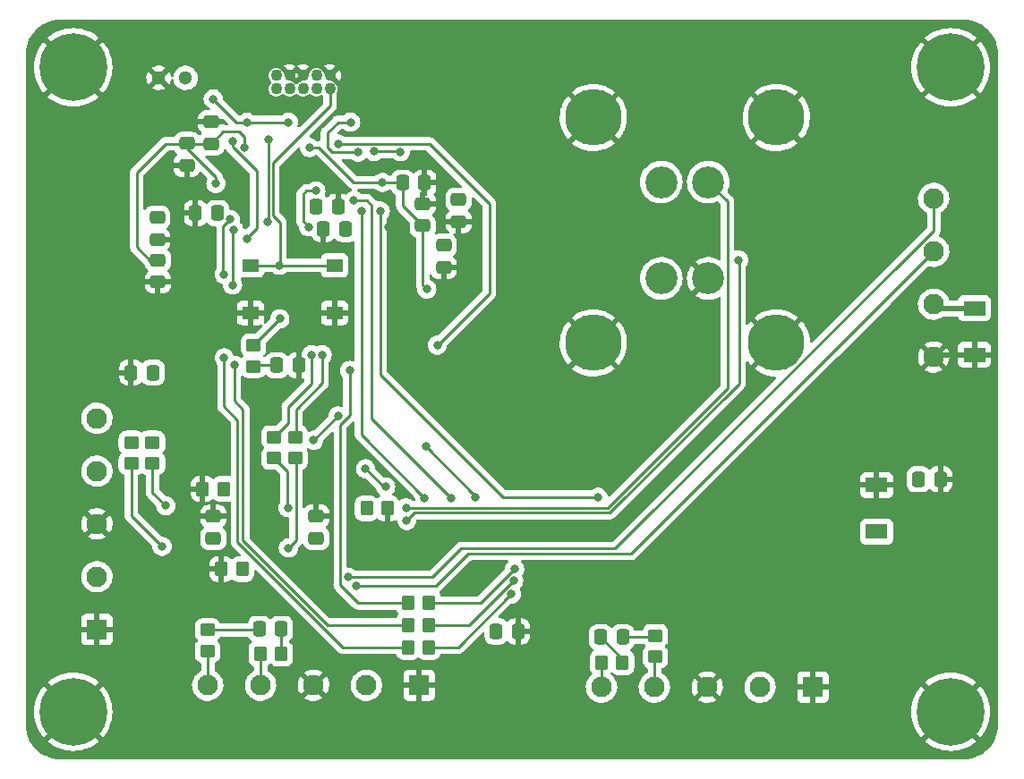
<source format=gbr>
%TF.GenerationSoftware,KiCad,Pcbnew,(6.0.0)*%
%TF.CreationDate,2022-02-17T00:51:34-06:00*%
%TF.ProjectId,digitizer,64696769-7469-47a6-9572-2e6b69636164,1*%
%TF.SameCoordinates,Original*%
%TF.FileFunction,Copper,L2,Bot*%
%TF.FilePolarity,Positive*%
%FSLAX46Y46*%
G04 Gerber Fmt 4.6, Leading zero omitted, Abs format (unit mm)*
G04 Created by KiCad (PCBNEW (6.0.0)) date 2022-02-17 00:51:34*
%MOMM*%
%LPD*%
G01*
G04 APERTURE LIST*
G04 Aperture macros list*
%AMRoundRect*
0 Rectangle with rounded corners*
0 $1 Rounding radius*
0 $2 $3 $4 $5 $6 $7 $8 $9 X,Y pos of 4 corners*
0 Add a 4 corners polygon primitive as box body*
4,1,4,$2,$3,$4,$5,$6,$7,$8,$9,$2,$3,0*
0 Add four circle primitives for the rounded corners*
1,1,$1+$1,$2,$3*
1,1,$1+$1,$4,$5*
1,1,$1+$1,$6,$7*
1,1,$1+$1,$8,$9*
0 Add four rect primitives between the rounded corners*
20,1,$1+$1,$2,$3,$4,$5,0*
20,1,$1+$1,$4,$5,$6,$7,0*
20,1,$1+$1,$6,$7,$8,$9,0*
20,1,$1+$1,$8,$9,$2,$3,0*%
G04 Aperture macros list end*
%TA.AperFunction,ComponentPad*%
%ADD10R,1.950000X1.950000*%
%TD*%
%TA.AperFunction,ComponentPad*%
%ADD11C,1.950000*%
%TD*%
%TA.AperFunction,ComponentPad*%
%ADD12C,6.400000*%
%TD*%
%TA.AperFunction,SMDPad,CuDef*%
%ADD13RoundRect,0.250000X-0.475000X0.337500X-0.475000X-0.337500X0.475000X-0.337500X0.475000X0.337500X0*%
%TD*%
%TA.AperFunction,SMDPad,CuDef*%
%ADD14RoundRect,0.250000X-0.350000X-0.450000X0.350000X-0.450000X0.350000X0.450000X-0.350000X0.450000X0*%
%TD*%
%TA.AperFunction,ComponentPad*%
%ADD15C,3.015000*%
%TD*%
%TA.AperFunction,ComponentPad*%
%ADD16C,5.340000*%
%TD*%
%TA.AperFunction,ComponentPad*%
%ADD17C,1.300000*%
%TD*%
%TA.AperFunction,SMDPad,CuDef*%
%ADD18R,1.550000X1.300000*%
%TD*%
%TA.AperFunction,SMDPad,CuDef*%
%ADD19RoundRect,0.250000X-0.337500X-0.475000X0.337500X-0.475000X0.337500X0.475000X-0.337500X0.475000X0*%
%TD*%
%TA.AperFunction,SMDPad,CuDef*%
%ADD20RoundRect,0.250000X0.450000X-0.350000X0.450000X0.350000X-0.450000X0.350000X-0.450000X-0.350000X0*%
%TD*%
%TA.AperFunction,SMDPad,CuDef*%
%ADD21RoundRect,0.250000X-0.450000X0.350000X-0.450000X-0.350000X0.450000X-0.350000X0.450000X0.350000X0*%
%TD*%
%TA.AperFunction,SMDPad,CuDef*%
%ADD22R,2.100000X1.400000*%
%TD*%
%TA.AperFunction,SMDPad,CuDef*%
%ADD23RoundRect,0.250000X0.337500X0.475000X-0.337500X0.475000X-0.337500X-0.475000X0.337500X-0.475000X0*%
%TD*%
%TA.AperFunction,SMDPad,CuDef*%
%ADD24RoundRect,0.250000X0.350000X0.450000X-0.350000X0.450000X-0.350000X-0.450000X0.350000X-0.450000X0*%
%TD*%
%TA.AperFunction,ComponentPad*%
%ADD25C,1.100000*%
%TD*%
%TA.AperFunction,SMDPad,CuDef*%
%ADD26RoundRect,0.250000X0.475000X-0.337500X0.475000X0.337500X-0.475000X0.337500X-0.475000X-0.337500X0*%
%TD*%
%TA.AperFunction,ViaPad*%
%ADD27C,0.800000*%
%TD*%
%TA.AperFunction,Conductor*%
%ADD28C,0.250000*%
%TD*%
%TA.AperFunction,Conductor*%
%ADD29C,0.500000*%
%TD*%
G04 APERTURE END LIST*
D10*
%TO.P,J303,1,1*%
%TO.N,GND*%
X152220000Y-112670000D03*
D11*
%TO.P,J303,2,2*%
%TO.N,5V_CLEAN*%
X147220000Y-112670000D03*
%TO.P,J303,3,3*%
%TO.N,GND*%
X142220000Y-112670000D03*
%TO.P,J303,4,4*%
%TO.N,/ANALOG/load cell 3 - signal (+)*%
X137220000Y-112670000D03*
%TO.P,J303,5,5*%
%TO.N,/ANALOG/load cell 3 - signal (-)*%
X132220000Y-112670000D03*
%TD*%
D12*
%TO.P,H203,1,1*%
%TO.N,GND*%
X165250000Y-115000000D03*
%TD*%
D10*
%TO.P,J301,1,1*%
%TO.N,GND*%
X84490000Y-107215000D03*
D11*
%TO.P,J301,2,2*%
%TO.N,5V_CLEAN*%
X84490000Y-102215000D03*
%TO.P,J301,3,3*%
%TO.N,GND*%
X84490000Y-97215000D03*
%TO.P,J301,4,4*%
%TO.N,/ANALOG/load cell 1 - signal (+)*%
X84490000Y-92215000D03*
%TO.P,J301,5,5*%
%TO.N,/ANALOG/load cell 1 - signal (-)*%
X84490000Y-87215000D03*
%TD*%
D12*
%TO.P,H204,1,1*%
%TO.N,GND*%
X82250000Y-115000000D03*
%TD*%
%TO.P,H202,1,1*%
%TO.N,GND*%
X165250000Y-54000000D03*
%TD*%
D11*
%TO.P,J202,1,CAN1*%
%TO.N,/CANPWR/CANH_DOWNSTREAM*%
X163640000Y-66420000D03*
%TO.P,J202,2,CANL*%
%TO.N,/CANPWR/CANL_DOWNSTREAM*%
X163640000Y-71420000D03*
%TO.P,J202,3,12V_DOWN*%
%TO.N,12V_CLEAN*%
X163640000Y-76420000D03*
%TO.P,J202,4,GND*%
%TO.N,GND*%
X163640000Y-81420000D03*
%TD*%
D12*
%TO.P,H201,1,1*%
%TO.N,GND*%
X82250000Y-54000000D03*
%TD*%
D10*
%TO.P,J302,1,1*%
%TO.N,GND*%
X114975000Y-112490000D03*
D11*
%TO.P,J302,2,2*%
%TO.N,5V_CLEAN*%
X109975000Y-112490000D03*
%TO.P,J302,3,3*%
%TO.N,GND*%
X104975000Y-112490000D03*
%TO.P,J302,4,4*%
%TO.N,/ANALOG/load cell 2 - signal (+)*%
X99975000Y-112490000D03*
%TO.P,J302,5,5*%
%TO.N,/ANALOG/load cell 2 - signal (-)*%
X94975000Y-112490000D03*
%TD*%
D13*
%TO.P,C415,1*%
%TO.N,VDD_OUT*%
X93000000Y-61212500D03*
%TO.P,C415,2*%
%TO.N,GND*%
X93000000Y-63287500D03*
%TD*%
%TO.P,C202,1*%
%TO.N,GND*%
X105250000Y-96500000D03*
%TO.P,C202,2*%
%TO.N,5V_CLEAN*%
X105250000Y-98575000D03*
%TD*%
D14*
%TO.P,R314,1*%
%TO.N,/ANALOG/load cell 2 - signal (+)*%
X99940000Y-109530000D03*
%TO.P,R314,2*%
%TO.N,Net-(C307-Pad1)*%
X101940000Y-109530000D03*
%TD*%
D13*
%TO.P,C404,1*%
%TO.N,3V3_CLEAN*%
X90200000Y-68225000D03*
%TO.P,C404,2*%
%TO.N,GND*%
X90200000Y-70300000D03*
%TD*%
D15*
%TO.P,J201,1,CANH*%
%TO.N,/CANPWR/CANH_UPSTREAM*%
X142325000Y-64860000D03*
%TO.P,J201,2,CANL*%
%TO.N,/CANPWR/CANL_UPSTREAM*%
X137875000Y-64860000D03*
%TO.P,J201,3,12V_UP*%
%TO.N,12V_CLEAN*%
X137875000Y-73980000D03*
%TO.P,J201,4,GND*%
%TO.N,GND*%
X142325000Y-73980000D03*
D16*
%TO.P,J201,MH1,MH1*%
X148750000Y-58750000D03*
%TO.P,J201,MH2,MH2*%
X131450000Y-58750000D03*
%TO.P,J201,MH3,MH3*%
X131450000Y-80090000D03*
%TO.P,J201,MH4,MH4*%
X148750000Y-80090000D03*
%TD*%
D17*
%TO.P,LED201,1*%
%TO.N,Net-(LED201-Pad1)*%
X92870000Y-55000000D03*
%TO.P,LED201,2*%
%TO.N,GND*%
X90330000Y-55000000D03*
%TD*%
D13*
%TO.P,C406,1*%
%TO.N,3V3_CLEAN*%
X117300000Y-70862500D03*
%TO.P,C406,2*%
%TO.N,GND*%
X117300000Y-72937500D03*
%TD*%
D18*
%TO.P,S401,1,NO_1*%
%TO.N,NRESET*%
X106975000Y-72750000D03*
%TO.P,S401,2,NO_2*%
X99025000Y-72750000D03*
%TO.P,S401,3,COM_1*%
%TO.N,GND*%
X106975000Y-77250000D03*
%TO.P,S401,4,COM_2*%
X99025000Y-77250000D03*
%TD*%
D19*
%TO.P,C201,1*%
%TO.N,12V_CLEAN*%
X162212500Y-93000000D03*
%TO.P,C201,2*%
%TO.N,GND*%
X164287500Y-93000000D03*
%TD*%
D20*
%TO.P,R313,1*%
%TO.N,/ANALOG/load cell 2 - signal (-)*%
X94960000Y-109270000D03*
%TO.P,R313,2*%
%TO.N,Net-(C307-Pad2)*%
X94960000Y-107270000D03*
%TD*%
D21*
%TO.P,R206,1*%
%TO.N,CAN_DOWN_TX*%
X89750000Y-89500000D03*
%TO.P,R206,2*%
%TO.N,Net-(IC204-Pad1)*%
X89750000Y-91500000D03*
%TD*%
D14*
%TO.P,R203,1*%
%TO.N,Net-(IC201-Pad8)*%
X110000000Y-95750000D03*
%TO.P,R203,2*%
%TO.N,GND*%
X112000000Y-95750000D03*
%TD*%
D22*
%TO.P,D205,1*%
%TO.N,GND*%
X167500000Y-81200000D03*
%TO.P,D205,2*%
%TO.N,12V_CLEAN*%
X167500000Y-76800000D03*
%TD*%
D23*
%TO.P,C408,1*%
%TO.N,3V3_CLEAN*%
X108000000Y-69300000D03*
%TO.P,C408,2*%
%TO.N,GND*%
X105925000Y-69300000D03*
%TD*%
D13*
%TO.P,C414,1*%
%TO.N,VDD_OUT*%
X90250000Y-72250000D03*
%TO.P,C414,2*%
%TO.N,GND*%
X90250000Y-74325000D03*
%TD*%
D24*
%TO.P,R208,1*%
%TO.N,Net-(IC204-Pad5)*%
X98250000Y-101500000D03*
%TO.P,R208,2*%
%TO.N,GND*%
X96250000Y-101500000D03*
%TD*%
D14*
%TO.P,R302,1*%
%TO.N,ADC_GAIN_1*%
X113900000Y-106800000D03*
%TO.P,R302,2*%
%TO.N,Net-(IC301-Pad24)*%
X115900000Y-106800000D03*
%TD*%
D25*
%TO.P,J401,1,1*%
%TO.N,3V3_CLEAN*%
X101460000Y-54767500D03*
%TO.P,J401,2,2*%
%TO.N,/MCU/TMS*%
X101460000Y-56037500D03*
%TO.P,J401,3,3*%
%TO.N,GND*%
X102730000Y-54767500D03*
%TO.P,J401,4,4*%
%TO.N,/MCU/TCLK*%
X102730000Y-56037500D03*
%TO.P,J401,5,5*%
%TO.N,GND*%
X104000000Y-54767500D03*
%TO.P,J401,6,6*%
%TO.N,/MCU/TDO*%
X104000000Y-56037500D03*
%TO.P,J401,7,7*%
%TO.N,unconnected-(J401-Pad7)*%
X105270000Y-54767500D03*
%TO.P,J401,8,8*%
%TO.N,/MCU/TDI*%
X105270000Y-56037500D03*
%TO.P,J401,9,9*%
%TO.N,GND*%
X106540000Y-54767500D03*
%TO.P,J401,10,10*%
%TO.N,NRESET*%
X106540000Y-56037500D03*
%TD*%
D14*
%TO.P,R304,1*%
%TO.N,ADC_SPEED*%
X113900000Y-104700000D03*
%TO.P,R304,2*%
%TO.N,Net-(IC301-Pad25)*%
X115900000Y-104700000D03*
%TD*%
D23*
%TO.P,C302,1*%
%TO.N,GND*%
X124337500Y-107400000D03*
%TO.P,C302,2*%
%TO.N,5V_CLEAN*%
X122262500Y-107400000D03*
%TD*%
D21*
%TO.P,R202,1*%
%TO.N,CAN_UP_RX*%
X103250000Y-89000000D03*
%TO.P,R202,2*%
%TO.N,Net-(IC201-Pad4)*%
X103250000Y-91000000D03*
%TD*%
D19*
%TO.P,C403,1*%
%TO.N,VDD_OUT*%
X113425000Y-64925000D03*
%TO.P,C403,2*%
%TO.N,GND*%
X115500000Y-64925000D03*
%TD*%
D14*
%TO.P,R205,1*%
%TO.N,GND*%
X94500000Y-93900000D03*
%TO.P,R205,2*%
%TO.N,Net-(IC204-Pad8)*%
X96500000Y-93900000D03*
%TD*%
D19*
%TO.P,C401,1*%
%TO.N,Net-(C401-Pad1)*%
X105225000Y-67200000D03*
%TO.P,C401,2*%
%TO.N,GND*%
X107300000Y-67200000D03*
%TD*%
D21*
%TO.P,R201,1*%
%TO.N,CAN_UP_TX*%
X101250000Y-89000000D03*
%TO.P,R201,2*%
%TO.N,Net-(IC201-Pad1)*%
X101250000Y-91000000D03*
%TD*%
D13*
%TO.P,C407,1*%
%TO.N,3V3_CLEAN*%
X118700000Y-66525000D03*
%TO.P,C407,2*%
%TO.N,GND*%
X118700000Y-68600000D03*
%TD*%
D23*
%TO.P,C409,1*%
%TO.N,3V3_CLEAN*%
X95900000Y-67800000D03*
%TO.P,C409,2*%
%TO.N,GND*%
X93825000Y-67800000D03*
%TD*%
D20*
%TO.P,R407,1*%
%TO.N,MCU_NRESET*%
X99300000Y-82300000D03*
%TO.P,R407,2*%
%TO.N,NRESET*%
X99300000Y-80300000D03*
%TD*%
%TO.P,R316,1*%
%TO.N,/ANALOG/load cell 3 - signal (+)*%
X137310000Y-109800000D03*
%TO.P,R316,2*%
%TO.N,Net-(C305-Pad2)*%
X137310000Y-107800000D03*
%TD*%
D22*
%TO.P,D202,1*%
%TO.N,GND*%
X158250000Y-93550000D03*
%TO.P,D202,2*%
%TO.N,5V_CLEAN*%
X158250000Y-97950000D03*
%TD*%
D14*
%TO.P,R301,1*%
%TO.N,ADC_GAIN_0*%
X113900000Y-108900000D03*
%TO.P,R301,2*%
%TO.N,Net-(IC301-Pad23)*%
X115900000Y-108900000D03*
%TD*%
D23*
%TO.P,C410,1*%
%TO.N,3V3_CLEAN*%
X89800000Y-82900000D03*
%TO.P,C410,2*%
%TO.N,GND*%
X87725000Y-82900000D03*
%TD*%
%TO.P,C307,1*%
%TO.N,Net-(C307-Pad1)*%
X101945000Y-107160000D03*
%TO.P,C307,2*%
%TO.N,Net-(C307-Pad2)*%
X99870000Y-107160000D03*
%TD*%
D21*
%TO.P,R207,1*%
%TO.N,CAN_DOWN_RX*%
X87750000Y-89500000D03*
%TO.P,R207,2*%
%TO.N,Net-(IC204-Pad4)*%
X87750000Y-91500000D03*
%TD*%
D26*
%TO.P,C402,1*%
%TO.N,VDD_OUT*%
X115300000Y-69000000D03*
%TO.P,C402,2*%
%TO.N,GND*%
X115300000Y-66925000D03*
%TD*%
D14*
%TO.P,R315,1*%
%TO.N,/ANALOG/load cell 3 - signal (-)*%
X132210000Y-110330000D03*
%TO.P,R315,2*%
%TO.N,Net-(C305-Pad1)*%
X134210000Y-110330000D03*
%TD*%
D19*
%TO.P,C305,1*%
%TO.N,Net-(C305-Pad1)*%
X132150000Y-107950000D03*
%TO.P,C305,2*%
%TO.N,Net-(C305-Pad2)*%
X134225000Y-107950000D03*
%TD*%
D26*
%TO.P,C416,1*%
%TO.N,VDD_OUT*%
X95300000Y-61237500D03*
%TO.P,C416,2*%
%TO.N,GND*%
X95300000Y-59162500D03*
%TD*%
D13*
%TO.P,C203,1*%
%TO.N,GND*%
X95500000Y-96512500D03*
%TO.P,C203,2*%
%TO.N,5V_CLEAN*%
X95500000Y-98587500D03*
%TD*%
D19*
%TO.P,C405,1*%
%TO.N,MCU_NRESET*%
X101500000Y-82200000D03*
%TO.P,C405,2*%
%TO.N,GND*%
X103575000Y-82200000D03*
%TD*%
D27*
%TO.N,GND*%
X112750000Y-56250000D03*
X113750000Y-99500000D03*
X90300000Y-77300000D03*
X150000000Y-66500000D03*
X105250000Y-96500000D03*
X112062299Y-69162299D03*
X124250000Y-97500000D03*
X117400000Y-75000000D03*
X134300000Y-105300000D03*
X126200000Y-109700000D03*
X100700000Y-87300000D03*
X137500000Y-56250000D03*
X103600000Y-82200000D03*
X95368950Y-96643550D03*
X93802212Y-67844751D03*
X164287500Y-93000000D03*
X150000000Y-71500000D03*
X142750000Y-56250000D03*
X107300000Y-67200000D03*
X118100000Y-86200000D03*
X124337500Y-107400000D03*
X121800000Y-102200000D03*
%TO.N,5V_CLEAN*%
X95500000Y-98587500D03*
X105250000Y-98575000D03*
X122262500Y-107400000D03*
X158250000Y-97950000D03*
%TO.N,3V3_CLEAN*%
X120300000Y-94700000D03*
X118600000Y-66525000D03*
X98700000Y-59200000D03*
X109200000Y-62024020D03*
X108500000Y-59200000D03*
X115600000Y-89900000D03*
X95500000Y-57000000D03*
X95900000Y-67800000D03*
X102600000Y-59200000D03*
X89800000Y-82900000D03*
X90200000Y-68225000D03*
X117300000Y-70862500D03*
X108000000Y-69300000D03*
%TO.N,Net-(C401-Pad1)*%
X113200000Y-62000000D03*
X110700000Y-61974500D03*
X105225000Y-67200000D03*
%TO.N,VDD_OUT*%
X90325000Y-72250000D03*
X95750000Y-65000000D03*
X98400000Y-61600000D03*
X104600000Y-61600000D03*
X105000000Y-89300000D03*
X115700000Y-75000000D03*
X115300000Y-69000000D03*
X107300000Y-87000000D03*
X95300000Y-61237500D03*
X111500000Y-64900000D03*
%TO.N,MCU_NRESET*%
X99300000Y-82300000D03*
%TO.N,CAN_UP_TX*%
X104800000Y-81200000D03*
%TO.N,CAN_UP_RX*%
X105800000Y-81200000D03*
%TO.N,/CANPWR/CANL_UPSTREAM*%
X145200000Y-72250000D03*
X113800000Y-96900000D03*
%TO.N,/CANPWR/CANH_UPSTREAM*%
X113750000Y-95700000D03*
%TO.N,Net-(IC201-Pad8)*%
X110000000Y-95750000D03*
%TO.N,CAN_DOWN_TX*%
X89750000Y-89500000D03*
%TO.N,CAN_DOWN_RX*%
X87750000Y-89500000D03*
%TO.N,/CANPWR/CANL_DOWNSTREAM*%
X109020000Y-103110000D03*
%TO.N,/CANPWR/CANH_DOWNSTREAM*%
X108270000Y-102270000D03*
%TO.N,/MCU/TMS*%
X98700000Y-70200000D03*
X97300000Y-61024500D03*
%TO.N,/MCU/TCLK*%
X100600000Y-68600000D03*
X100700000Y-60800000D03*
%TO.N,/MCU/TDO*%
X107300000Y-61250000D03*
X116700000Y-80300000D03*
%TO.N,NRESET*%
X101800000Y-77800000D03*
X101750000Y-72750000D03*
%TO.N,ADC_MUX_0*%
X109500000Y-67600000D03*
X115500000Y-94750000D03*
%TO.N,ADC_MUX_1*%
X118000000Y-94750000D03*
X108800000Y-66600000D03*
%TO.N,ADC_nPWDN*%
X131900000Y-94700000D03*
X111300000Y-67600000D03*
%TO.N,I2C_SDA*%
X111800000Y-93724500D03*
X109900000Y-92000000D03*
%TO.N,Net-(IC201-Pad1)*%
X102588000Y-95695000D03*
%TO.N,Net-(IC201-Pad4)*%
X102600000Y-99500000D03*
%TO.N,12V_CLEAN*%
X162212500Y-93000000D03*
%TO.N,Net-(C305-Pad1)*%
X132150000Y-107950000D03*
%TO.N,Net-(C305-Pad2)*%
X134225000Y-107950000D03*
%TO.N,Net-(C307-Pad1)*%
X101945000Y-107399500D03*
%TO.N,Net-(C307-Pad2)*%
X99870000Y-107160000D03*
%TO.N,Net-(IC204-Pad1)*%
X91000000Y-95500000D03*
%TO.N,Net-(IC204-Pad4)*%
X90652299Y-99347701D03*
%TO.N,Net-(IC204-Pad5)*%
X98250000Y-101500000D03*
%TO.N,Net-(IC204-Pad8)*%
X96500000Y-94000000D03*
%TO.N,Net-(IC301-Pad23)*%
X123674598Y-103874598D03*
%TO.N,Net-(IC301-Pad24)*%
X123916037Y-102608561D03*
%TO.N,Net-(IC301-Pad25)*%
X124000000Y-101500000D03*
%TO.N,ADC_GAIN_0*%
X96524500Y-73600000D03*
X96524500Y-81500000D03*
X97100000Y-68400000D03*
%TO.N,ADC_GAIN_1*%
X97416070Y-69348211D03*
X97500000Y-82200000D03*
X97324500Y-74600000D03*
%TO.N,ADC_SPEED*%
X104522001Y-69100000D03*
X108400000Y-82700000D03*
X105200000Y-65700000D03*
%TD*%
D28*
%TO.N,GND*%
X163860000Y-81200000D02*
X163640000Y-81420000D01*
D29*
X167500000Y-81200000D02*
X163860000Y-81200000D01*
D28*
%TO.N,3V3_CLEAN*%
X120300000Y-94700000D02*
X120300000Y-94600000D01*
X106724020Y-62024020D02*
X109200000Y-62024020D01*
X95500000Y-57000000D02*
X97700000Y-59200000D01*
X97700000Y-59200000D02*
X98700000Y-59200000D01*
X108500000Y-59200000D02*
X107300000Y-59200000D01*
X98700000Y-59200000D02*
X102600000Y-59200000D01*
X120300000Y-94600000D02*
X115600000Y-89900000D01*
X106300000Y-60200000D02*
X106300000Y-61600000D01*
X106300000Y-61600000D02*
X106724020Y-62024020D01*
X107300000Y-59200000D02*
X106300000Y-60200000D01*
%TO.N,Net-(C401-Pad1)*%
X113174500Y-61974500D02*
X113200000Y-62000000D01*
X110700000Y-61974500D02*
X113174500Y-61974500D01*
%TO.N,VDD_OUT*%
X115300000Y-74600000D02*
X115300000Y-69000000D01*
X105000000Y-89300000D02*
X107300000Y-87000000D01*
X111500000Y-64900000D02*
X113400000Y-64900000D01*
X93000000Y-61662507D02*
X93000000Y-61212500D01*
X98400000Y-61600000D02*
X98400000Y-60600000D01*
X115300000Y-69000000D02*
X113425000Y-67125000D01*
X113400000Y-64900000D02*
X113425000Y-64925000D01*
X97900000Y-60100000D02*
X96437500Y-60100000D01*
X108800000Y-64900000D02*
X111500000Y-64900000D01*
X105500000Y-61600000D02*
X108800000Y-64900000D01*
X113425000Y-67125000D02*
X113425000Y-64925000D01*
X115700000Y-75000000D02*
X115300000Y-74600000D01*
X88250000Y-64000000D02*
X91012500Y-61237500D01*
X104600000Y-61600000D02*
X105500000Y-61600000D01*
X95750000Y-65000000D02*
X95750000Y-64412507D01*
X90250000Y-72250000D02*
X89500000Y-72250000D01*
X89500000Y-72250000D02*
X88250000Y-71000000D01*
X96437500Y-60100000D02*
X95300000Y-61237500D01*
X98400000Y-60600000D02*
X97900000Y-60100000D01*
X91012500Y-61237500D02*
X95300000Y-61237500D01*
X88250000Y-71000000D02*
X88250000Y-64000000D01*
X95750000Y-64412507D02*
X93000000Y-61662507D01*
%TO.N,MCU_NRESET*%
X101500000Y-82200000D02*
X99400000Y-82200000D01*
X99400000Y-82200000D02*
X99300000Y-82300000D01*
%TO.N,CAN_UP_TX*%
X102588000Y-87662000D02*
X101250000Y-89000000D01*
X104770176Y-81229824D02*
X104770176Y-83929824D01*
X104800000Y-81200000D02*
X104770176Y-81229824D01*
X102588000Y-86112000D02*
X102588000Y-87662000D01*
X104770176Y-83929824D02*
X102588000Y-86112000D01*
%TO.N,CAN_UP_RX*%
X103312511Y-86387489D02*
X103312511Y-88937489D01*
X105800000Y-81200000D02*
X105800000Y-83900000D01*
X105800000Y-83900000D02*
X103312511Y-86387489D01*
X103312511Y-88937489D02*
X103250000Y-89000000D01*
%TO.N,/CANPWR/CANL_UPSTREAM*%
X145250000Y-72300000D02*
X145250000Y-83910331D01*
X145250000Y-83910331D02*
X133010811Y-96149520D01*
X145200000Y-72250000D02*
X145250000Y-72300000D01*
X133010811Y-96149520D02*
X114550480Y-96149520D01*
X114550480Y-96149520D02*
X113800000Y-96900000D01*
%TO.N,/CANPWR/CANH_UPSTREAM*%
X113750000Y-95700000D02*
X132824614Y-95700000D01*
X144157011Y-66692011D02*
X142325000Y-64860000D01*
X144157011Y-84367603D02*
X144157011Y-66692011D01*
X132824614Y-95700000D02*
X144157011Y-84367603D01*
%TO.N,/CANPWR/CANL_DOWNSTREAM*%
X135050480Y-100009520D02*
X163640000Y-71420000D01*
X119630480Y-100009520D02*
X135050480Y-100009520D01*
X116530000Y-103110000D02*
X119630480Y-100009520D01*
X109020000Y-103110000D02*
X116530000Y-103110000D01*
%TO.N,/CANPWR/CANH_DOWNSTREAM*%
X133514879Y-99560000D02*
X163640000Y-69434879D01*
X118970000Y-99560000D02*
X133514879Y-99560000D01*
X163640000Y-69434879D02*
X163640000Y-66420000D01*
X116260000Y-102270000D02*
X118970000Y-99560000D01*
X108270000Y-102270000D02*
X116260000Y-102270000D01*
%TO.N,/MCU/TMS*%
X97300000Y-61524614D02*
X97300000Y-61024500D01*
X98700000Y-70200000D02*
X98700000Y-70124598D01*
X99600000Y-63824614D02*
X97300000Y-61524614D01*
X99600000Y-69224598D02*
X99600000Y-63824614D01*
X98700000Y-70124598D02*
X99600000Y-69224598D01*
%TO.N,/MCU/TCLK*%
X100700000Y-68500000D02*
X100600000Y-68600000D01*
X100700000Y-60800000D02*
X100700000Y-68500000D01*
%TO.N,/MCU/TDO*%
X107300000Y-61250000D02*
X115950000Y-61250000D01*
X121600000Y-66900000D02*
X121600000Y-75400000D01*
X115950000Y-61250000D02*
X121600000Y-66900000D01*
X121600000Y-75400000D02*
X116700000Y-80300000D01*
%TO.N,NRESET*%
X103050000Y-72750000D02*
X106975000Y-72750000D01*
X99025000Y-72750000D02*
X101750000Y-72750000D01*
X106540000Y-57660000D02*
X106540000Y-56037500D01*
X101750000Y-72750000D02*
X103050000Y-72750000D01*
X101800000Y-68700000D02*
X101149520Y-68049520D01*
X101800000Y-68700000D02*
X101800000Y-72700000D01*
X101800000Y-72700000D02*
X101750000Y-72750000D01*
X101149520Y-63050480D02*
X106540000Y-57660000D01*
X101800000Y-77800000D02*
X99300000Y-80300000D01*
X101149520Y-68049520D02*
X101149520Y-63050480D01*
%TO.N,ADC_MUX_0*%
X109500000Y-88750000D02*
X115500000Y-94750000D01*
X109500000Y-67600000D02*
X109500000Y-88750000D01*
%TO.N,ADC_MUX_1*%
X110500000Y-67100000D02*
X110500000Y-87250000D01*
X110000000Y-66600000D02*
X110500000Y-67100000D01*
X108800000Y-66600000D02*
X110000000Y-66600000D01*
X110500000Y-87250000D02*
X118000000Y-94750000D01*
%TO.N,ADC_nPWDN*%
X111300000Y-83100000D02*
X111300000Y-67600000D01*
X131900000Y-94700000D02*
X122900000Y-94700000D01*
X122900000Y-94700000D02*
X111300000Y-83100000D01*
%TO.N,I2C_SDA*%
X111624500Y-93724500D02*
X111800000Y-93724500D01*
X109900000Y-92000000D02*
X111624500Y-93724500D01*
%TO.N,Net-(IC201-Pad1)*%
X102500000Y-95607000D02*
X102588000Y-95695000D01*
X102500000Y-92250000D02*
X102500000Y-95607000D01*
X101250000Y-91000000D02*
X102500000Y-92250000D01*
%TO.N,Net-(IC201-Pad4)*%
X103250000Y-91000000D02*
X103312511Y-91062511D01*
X103312511Y-98787489D02*
X102600000Y-99500000D01*
X103312511Y-91062511D02*
X103312511Y-98787489D01*
%TO.N,12V_CLEAN*%
X164020000Y-76800000D02*
X163640000Y-76420000D01*
D29*
X167500000Y-76800000D02*
X164020000Y-76800000D01*
D28*
%TO.N,/ANALOG/load cell 3 - signal (-)*%
X132210000Y-112660000D02*
X132220000Y-112670000D01*
X132210000Y-110330000D02*
X132210000Y-112660000D01*
%TO.N,/ANALOG/load cell 3 - signal (+)*%
X137220000Y-109890000D02*
X137220000Y-112670000D01*
X137310000Y-109800000D02*
X137220000Y-109890000D01*
%TO.N,/ANALOG/load cell 2 - signal (+)*%
X99975000Y-109565000D02*
X99975000Y-112490000D01*
X99940000Y-109530000D02*
X99975000Y-109565000D01*
%TO.N,/ANALOG/load cell 2 - signal (-)*%
X94960000Y-109270000D02*
X94975000Y-109285000D01*
X94975000Y-109285000D02*
X94975000Y-112490000D01*
%TO.N,Net-(C305-Pad1)*%
X134210000Y-110010000D02*
X132150000Y-107950000D01*
X134210000Y-110330000D02*
X134210000Y-110010000D01*
%TO.N,Net-(C305-Pad2)*%
X134225000Y-107950000D02*
X137160000Y-107950000D01*
X137160000Y-107950000D02*
X137310000Y-107800000D01*
%TO.N,Net-(C307-Pad1)*%
X101940000Y-109530000D02*
X101940000Y-107165000D01*
X101940000Y-107165000D02*
X101945000Y-107160000D01*
%TO.N,Net-(C307-Pad2)*%
X99760000Y-107270000D02*
X99870000Y-107160000D01*
X94960000Y-107270000D02*
X99760000Y-107270000D01*
%TO.N,Net-(IC204-Pad1)*%
X89750000Y-94250000D02*
X91000000Y-95500000D01*
X89750000Y-91500000D02*
X89750000Y-94250000D01*
%TO.N,Net-(IC204-Pad4)*%
X87750000Y-91500000D02*
X87750000Y-96445402D01*
X87750000Y-96445402D02*
X90652299Y-99347701D01*
%TO.N,Net-(IC301-Pad23)*%
X118649196Y-108900000D02*
X115900000Y-108900000D01*
X123674598Y-103874598D02*
X118649196Y-108900000D01*
%TO.N,Net-(IC301-Pad24)*%
X119724598Y-106800000D02*
X123916037Y-102608561D01*
X115900000Y-106800000D02*
X119724598Y-106800000D01*
%TO.N,Net-(IC301-Pad25)*%
X115900000Y-104700000D02*
X120800000Y-104700000D01*
X120800000Y-104700000D02*
X124000000Y-101500000D01*
%TO.N,ADC_GAIN_0*%
X96524500Y-81500000D02*
X96500000Y-81524500D01*
X97100000Y-68400000D02*
X96413190Y-69086810D01*
X96500000Y-86100000D02*
X97800000Y-87400000D01*
X97800000Y-87400000D02*
X97800000Y-98935718D01*
X96413190Y-73488690D02*
X96524500Y-73600000D01*
X96500000Y-81524500D02*
X96500000Y-86100000D01*
X97800000Y-98935718D02*
X107764282Y-108900000D01*
X96413190Y-69086810D02*
X96413190Y-73488690D01*
X107764282Y-108900000D02*
X113900000Y-108900000D01*
%TO.N,ADC_GAIN_1*%
X97324500Y-69439781D02*
X97324500Y-74600000D01*
X98300000Y-98800000D02*
X106300000Y-106800000D01*
X98300000Y-86400000D02*
X98300000Y-98800000D01*
X97500000Y-82200000D02*
X97500000Y-85600000D01*
X97500000Y-85600000D02*
X98300000Y-86400000D01*
X106300000Y-106800000D02*
X113900000Y-106800000D01*
X97416070Y-69348211D02*
X97324500Y-69439781D01*
%TO.N,ADC_SPEED*%
X104000000Y-66000000D02*
X104300000Y-65700000D01*
X104522001Y-69100000D02*
X104000000Y-68577999D01*
X108400000Y-82700000D02*
X108400000Y-86924614D01*
X109200000Y-104700000D02*
X113900000Y-104700000D01*
X107500000Y-87824614D02*
X107500000Y-103000000D01*
X108400000Y-86924614D02*
X107500000Y-87824614D01*
X107500000Y-103000000D02*
X109200000Y-104700000D01*
X104000000Y-68577999D02*
X104000000Y-66000000D01*
X104300000Y-65700000D02*
X105200000Y-65700000D01*
%TD*%
%TA.AperFunction,Conductor*%
%TO.N,GND*%
G36*
X166470057Y-49509500D02*
G01*
X166484858Y-49511805D01*
X166484861Y-49511805D01*
X166493730Y-49513186D01*
X166512411Y-49510743D01*
X166535342Y-49509852D01*
X166832281Y-49525414D01*
X166845397Y-49526792D01*
X167167528Y-49577813D01*
X167180428Y-49580555D01*
X167495459Y-49664967D01*
X167507995Y-49669041D01*
X167775817Y-49771848D01*
X167812471Y-49785918D01*
X167824519Y-49791282D01*
X168115117Y-49939349D01*
X168126538Y-49945943D01*
X168263300Y-50034756D01*
X168400070Y-50123576D01*
X168410725Y-50131317D01*
X168472376Y-50181241D01*
X168664195Y-50336574D01*
X168673995Y-50345399D01*
X168904601Y-50576005D01*
X168913426Y-50585805D01*
X169118683Y-50839275D01*
X169126424Y-50849930D01*
X169215243Y-50986700D01*
X169304057Y-51123462D01*
X169310651Y-51134883D01*
X169458718Y-51425481D01*
X169464082Y-51437529D01*
X169520115Y-51583498D01*
X169580957Y-51741997D01*
X169585032Y-51754539D01*
X169602644Y-51820265D01*
X169669445Y-52069572D01*
X169672187Y-52082472D01*
X169723208Y-52404603D01*
X169724586Y-52417720D01*
X169739764Y-52707330D01*
X169738436Y-52733312D01*
X169738195Y-52734856D01*
X169738195Y-52734860D01*
X169736814Y-52743730D01*
X169737978Y-52752632D01*
X169737978Y-52752635D01*
X169740936Y-52775251D01*
X169742000Y-52791589D01*
X169742000Y-116200672D01*
X169740500Y-116220056D01*
X169736814Y-116243730D01*
X169738454Y-116256270D01*
X169739257Y-116262410D01*
X169740148Y-116285343D01*
X169724586Y-116582280D01*
X169723208Y-116595397D01*
X169672187Y-116917528D01*
X169669445Y-116930428D01*
X169601217Y-117185061D01*
X169585033Y-117245459D01*
X169580959Y-117257995D01*
X169517300Y-117423835D01*
X169464082Y-117562471D01*
X169458718Y-117574519D01*
X169310651Y-117865117D01*
X169304057Y-117876538D01*
X169222664Y-118001874D01*
X169126424Y-118150070D01*
X169118683Y-118160725D01*
X168932551Y-118390578D01*
X168913426Y-118414195D01*
X168904601Y-118423995D01*
X168673995Y-118654601D01*
X168664195Y-118663426D01*
X168410725Y-118868683D01*
X168400070Y-118876424D01*
X168263300Y-118965243D01*
X168126538Y-119054057D01*
X168115117Y-119060651D01*
X167824519Y-119208718D01*
X167812470Y-119214082D01*
X167507995Y-119330959D01*
X167495459Y-119335033D01*
X167180428Y-119419445D01*
X167167528Y-119422187D01*
X166845397Y-119473208D01*
X166832281Y-119474586D01*
X166542666Y-119489764D01*
X166516688Y-119488436D01*
X166515144Y-119488195D01*
X166515140Y-119488195D01*
X166506270Y-119486814D01*
X166497368Y-119487978D01*
X166497365Y-119487978D01*
X166474749Y-119490936D01*
X166458411Y-119492000D01*
X81049328Y-119492000D01*
X81029943Y-119490500D01*
X81015142Y-119488195D01*
X81015139Y-119488195D01*
X81006270Y-119486814D01*
X80987589Y-119489257D01*
X80964658Y-119490148D01*
X80667719Y-119474586D01*
X80654603Y-119473208D01*
X80332472Y-119422187D01*
X80319572Y-119419445D01*
X80004541Y-119335033D01*
X79992005Y-119330959D01*
X79687530Y-119214082D01*
X79675481Y-119208718D01*
X79384883Y-119060651D01*
X79373462Y-119054057D01*
X79236700Y-118965243D01*
X79099930Y-118876424D01*
X79089275Y-118868683D01*
X78835805Y-118663426D01*
X78826005Y-118654601D01*
X78595399Y-118423995D01*
X78586574Y-118414195D01*
X78567449Y-118390578D01*
X78381317Y-118160725D01*
X78373576Y-118150070D01*
X78277336Y-118001874D01*
X78195943Y-117876538D01*
X78189349Y-117865117D01*
X78154838Y-117797386D01*
X79817759Y-117797386D01*
X79825216Y-117807753D01*
X80064935Y-118001874D01*
X80070272Y-118005751D01*
X80390685Y-118213830D01*
X80396394Y-118217127D01*
X80736811Y-118390578D01*
X80742836Y-118393260D01*
X81099502Y-118530171D01*
X81105784Y-118532212D01*
X81474816Y-118631094D01*
X81481266Y-118632465D01*
X81858629Y-118692234D01*
X81865167Y-118692920D01*
X82246699Y-118712916D01*
X82253301Y-118712916D01*
X82634833Y-118692920D01*
X82641371Y-118692234D01*
X83018734Y-118632465D01*
X83025184Y-118631094D01*
X83394216Y-118532212D01*
X83400498Y-118530171D01*
X83757164Y-118393260D01*
X83763189Y-118390578D01*
X84103606Y-118217127D01*
X84109315Y-118213830D01*
X84429728Y-118005751D01*
X84435065Y-118001874D01*
X84673835Y-117808522D01*
X84681527Y-117797386D01*
X162817759Y-117797386D01*
X162825216Y-117807753D01*
X163064935Y-118001874D01*
X163070272Y-118005751D01*
X163390685Y-118213830D01*
X163396394Y-118217127D01*
X163736811Y-118390578D01*
X163742836Y-118393260D01*
X164099502Y-118530171D01*
X164105784Y-118532212D01*
X164474816Y-118631094D01*
X164481266Y-118632465D01*
X164858629Y-118692234D01*
X164865167Y-118692920D01*
X165246699Y-118712916D01*
X165253301Y-118712916D01*
X165634833Y-118692920D01*
X165641371Y-118692234D01*
X166018734Y-118632465D01*
X166025184Y-118631094D01*
X166394216Y-118532212D01*
X166400498Y-118530171D01*
X166757164Y-118393260D01*
X166763189Y-118390578D01*
X167103606Y-118217127D01*
X167109315Y-118213830D01*
X167429728Y-118005751D01*
X167435065Y-118001874D01*
X167673835Y-117808522D01*
X167682300Y-117796267D01*
X167675966Y-117785176D01*
X165262812Y-115372022D01*
X165248868Y-115364408D01*
X165247035Y-115364539D01*
X165240420Y-115368790D01*
X162824900Y-117784310D01*
X162817759Y-117797386D01*
X84681527Y-117797386D01*
X84682300Y-117796267D01*
X84675966Y-117785176D01*
X82262812Y-115372022D01*
X82248868Y-115364408D01*
X82247035Y-115364539D01*
X82240420Y-115368790D01*
X79824900Y-117784310D01*
X79817759Y-117797386D01*
X78154838Y-117797386D01*
X78041282Y-117574519D01*
X78035918Y-117562471D01*
X77982700Y-117423835D01*
X77919041Y-117257995D01*
X77914967Y-117245459D01*
X77898784Y-117185061D01*
X77830555Y-116930428D01*
X77827813Y-116917528D01*
X77776792Y-116595397D01*
X77775414Y-116582280D01*
X77760236Y-116292670D01*
X77761564Y-116266688D01*
X77761805Y-116265144D01*
X77761805Y-116265140D01*
X77763186Y-116256270D01*
X77761547Y-116243730D01*
X77759064Y-116224749D01*
X77758000Y-116208411D01*
X77758000Y-115003301D01*
X78537084Y-115003301D01*
X78557080Y-115384833D01*
X78557766Y-115391371D01*
X78617535Y-115768734D01*
X78618906Y-115775184D01*
X78717788Y-116144216D01*
X78719829Y-116150498D01*
X78856740Y-116507164D01*
X78859422Y-116513189D01*
X79032872Y-116853603D01*
X79036169Y-116859313D01*
X79244253Y-117179735D01*
X79248123Y-117185061D01*
X79441478Y-117423835D01*
X79453733Y-117432300D01*
X79464824Y-117425966D01*
X81877978Y-115012812D01*
X81884356Y-115001132D01*
X82614408Y-115001132D01*
X82614539Y-115002965D01*
X82618790Y-115009580D01*
X85034310Y-117425100D01*
X85047386Y-117432241D01*
X85057753Y-117424784D01*
X85251877Y-117185061D01*
X85255747Y-117179735D01*
X85463831Y-116859313D01*
X85467128Y-116853603D01*
X85640578Y-116513189D01*
X85643260Y-116507164D01*
X85780171Y-116150498D01*
X85782212Y-116144216D01*
X85881094Y-115775184D01*
X85882465Y-115768734D01*
X85942234Y-115391371D01*
X85942920Y-115384833D01*
X85962916Y-115003301D01*
X161537084Y-115003301D01*
X161557080Y-115384833D01*
X161557766Y-115391371D01*
X161617535Y-115768734D01*
X161618906Y-115775184D01*
X161717788Y-116144216D01*
X161719829Y-116150498D01*
X161856740Y-116507164D01*
X161859422Y-116513189D01*
X162032872Y-116853603D01*
X162036169Y-116859313D01*
X162244253Y-117179735D01*
X162248123Y-117185061D01*
X162441478Y-117423835D01*
X162453733Y-117432300D01*
X162464824Y-117425966D01*
X164877978Y-115012812D01*
X164884356Y-115001132D01*
X165614408Y-115001132D01*
X165614539Y-115002965D01*
X165618790Y-115009580D01*
X168034310Y-117425100D01*
X168047386Y-117432241D01*
X168057753Y-117424784D01*
X168251877Y-117185061D01*
X168255747Y-117179735D01*
X168463831Y-116859313D01*
X168467128Y-116853603D01*
X168640578Y-116513189D01*
X168643260Y-116507164D01*
X168780171Y-116150498D01*
X168782212Y-116144216D01*
X168881094Y-115775184D01*
X168882465Y-115768734D01*
X168942234Y-115391371D01*
X168942920Y-115384833D01*
X168962916Y-115003301D01*
X168962916Y-114996699D01*
X168942920Y-114615167D01*
X168942234Y-114608629D01*
X168882465Y-114231266D01*
X168881094Y-114224816D01*
X168782212Y-113855784D01*
X168780171Y-113849502D01*
X168643260Y-113492836D01*
X168640578Y-113486811D01*
X168467128Y-113146397D01*
X168463831Y-113140687D01*
X168255747Y-112820265D01*
X168251877Y-112814939D01*
X168058522Y-112576165D01*
X168046267Y-112567700D01*
X168035176Y-112574034D01*
X165622022Y-114987188D01*
X165614408Y-115001132D01*
X164884356Y-115001132D01*
X164885592Y-114998868D01*
X164885461Y-114997035D01*
X164881210Y-114990420D01*
X162465690Y-112574900D01*
X162452614Y-112567759D01*
X162442247Y-112575216D01*
X162248123Y-112814939D01*
X162244253Y-112820265D01*
X162036169Y-113140687D01*
X162032872Y-113146397D01*
X161859422Y-113486811D01*
X161856740Y-113492836D01*
X161719829Y-113849502D01*
X161717788Y-113855784D01*
X161618906Y-114224816D01*
X161617535Y-114231266D01*
X161557766Y-114608629D01*
X161557080Y-114615167D01*
X161537084Y-114996699D01*
X161537084Y-115003301D01*
X85962916Y-115003301D01*
X85962916Y-114996699D01*
X85942920Y-114615167D01*
X85942234Y-114608629D01*
X85882465Y-114231266D01*
X85881094Y-114224816D01*
X85782212Y-113855784D01*
X85780171Y-113849502D01*
X85643260Y-113492836D01*
X85640578Y-113486811D01*
X85467128Y-113146397D01*
X85463831Y-113140687D01*
X85255747Y-112820265D01*
X85251877Y-112814939D01*
X85058522Y-112576165D01*
X85046267Y-112567700D01*
X85035176Y-112574034D01*
X82622022Y-114987188D01*
X82614408Y-115001132D01*
X81884356Y-115001132D01*
X81885592Y-114998868D01*
X81885461Y-114997035D01*
X81881210Y-114990420D01*
X79465690Y-112574900D01*
X79452614Y-112567759D01*
X79442247Y-112575216D01*
X79248123Y-112814939D01*
X79244253Y-112820265D01*
X79036169Y-113140687D01*
X79032872Y-113146397D01*
X78859422Y-113486811D01*
X78856740Y-113492836D01*
X78719829Y-113849502D01*
X78717788Y-113855784D01*
X78618906Y-114224816D01*
X78617535Y-114231266D01*
X78557766Y-114608629D01*
X78557080Y-114615167D01*
X78537084Y-114996699D01*
X78537084Y-115003301D01*
X77758000Y-115003301D01*
X77758000Y-112203733D01*
X79817700Y-112203733D01*
X79824034Y-112214824D01*
X82237188Y-114627978D01*
X82251132Y-114635592D01*
X82252965Y-114635461D01*
X82259580Y-114631210D01*
X84437159Y-112453631D01*
X93486860Y-112453631D01*
X93487157Y-112458783D01*
X93487157Y-112458787D01*
X93496943Y-112628499D01*
X93500903Y-112697171D01*
X93502040Y-112702217D01*
X93502041Y-112702223D01*
X93525107Y-112804575D01*
X93554533Y-112935147D01*
X93556475Y-112939929D01*
X93556476Y-112939933D01*
X93625576Y-113110105D01*
X93646311Y-113161169D01*
X93773772Y-113369166D01*
X93933492Y-113553553D01*
X94031332Y-113634781D01*
X94105661Y-113696490D01*
X94121183Y-113709377D01*
X94331804Y-113832453D01*
X94336629Y-113834295D01*
X94336630Y-113834296D01*
X94392901Y-113855784D01*
X94559698Y-113919478D01*
X94564764Y-113920509D01*
X94564765Y-113920509D01*
X94793667Y-113967080D01*
X94793671Y-113967080D01*
X94798746Y-113968113D01*
X94803922Y-113968303D01*
X94803924Y-113968303D01*
X95037363Y-113976863D01*
X95037367Y-113976863D01*
X95042527Y-113977052D01*
X95047647Y-113976396D01*
X95047649Y-113976396D01*
X95124377Y-113966567D01*
X95284494Y-113946055D01*
X95289443Y-113944570D01*
X95289449Y-113944569D01*
X95513200Y-113877440D01*
X95513199Y-113877440D01*
X95518150Y-113875955D01*
X95737219Y-113768634D01*
X95741424Y-113765634D01*
X95741430Y-113765631D01*
X95931614Y-113629974D01*
X95931616Y-113629972D01*
X95935818Y-113626975D01*
X96108614Y-113454781D01*
X96118791Y-113440619D01*
X96167330Y-113373069D01*
X96250966Y-113256677D01*
X96253387Y-113251780D01*
X96356756Y-113042626D01*
X96356757Y-113042624D01*
X96359050Y-113037984D01*
X96391874Y-112929949D01*
X96428462Y-112809527D01*
X96428463Y-112809521D01*
X96429966Y-112804575D01*
X96460037Y-112576165D01*
X96461370Y-112566038D01*
X96461370Y-112566034D01*
X96461807Y-112562717D01*
X96463584Y-112490000D01*
X96443596Y-112246876D01*
X96384167Y-112010280D01*
X96306125Y-111830796D01*
X96288954Y-111791305D01*
X96288952Y-111791302D01*
X96286894Y-111786568D01*
X96193888Y-111642802D01*
X96157200Y-111586091D01*
X96157198Y-111586088D01*
X96154390Y-111581748D01*
X96150429Y-111577394D01*
X95993690Y-111405141D01*
X95993688Y-111405140D01*
X95990212Y-111401319D01*
X95986161Y-111398120D01*
X95986157Y-111398116D01*
X95802825Y-111253329D01*
X95802821Y-111253327D01*
X95798770Y-111250127D01*
X95759421Y-111228405D01*
X95701662Y-111196521D01*
X95673606Y-111181033D01*
X95623636Y-111130601D01*
X95608500Y-111070725D01*
X95608500Y-110444193D01*
X95628502Y-110376072D01*
X95682158Y-110329579D01*
X95694623Y-110324670D01*
X95726993Y-110313870D01*
X95726995Y-110313869D01*
X95733946Y-110311550D01*
X95884348Y-110218478D01*
X96009305Y-110093303D01*
X96050062Y-110027183D01*
X96098275Y-109948968D01*
X96098276Y-109948966D01*
X96102115Y-109942738D01*
X96139667Y-109829521D01*
X96155632Y-109781389D01*
X96155632Y-109781387D01*
X96157797Y-109774861D01*
X96168500Y-109670400D01*
X96168500Y-108869600D01*
X96168163Y-108866350D01*
X96158238Y-108770692D01*
X96158237Y-108770688D01*
X96157526Y-108763834D01*
X96155334Y-108757262D01*
X96103868Y-108603002D01*
X96101550Y-108596054D01*
X96008478Y-108445652D01*
X95921891Y-108359216D01*
X95887812Y-108296934D01*
X95892815Y-108226114D01*
X95921736Y-108181025D01*
X96004134Y-108098483D01*
X96009305Y-108093303D01*
X96043577Y-108037704D01*
X96089389Y-107963384D01*
X96142162Y-107915890D01*
X96196649Y-107903500D01*
X98736437Y-107903500D01*
X98804558Y-107923502D01*
X98843580Y-107963196D01*
X98934022Y-108109348D01*
X99059197Y-108234305D01*
X99065428Y-108238146D01*
X99065431Y-108238148D01*
X99114138Y-108268172D01*
X99161631Y-108320944D01*
X99173053Y-108391016D01*
X99144779Y-108456139D01*
X99126283Y-108474179D01*
X99121883Y-108477666D01*
X99115652Y-108481522D01*
X98990695Y-108606697D01*
X98986855Y-108612927D01*
X98986854Y-108612928D01*
X98903300Y-108748478D01*
X98897885Y-108757262D01*
X98893004Y-108771978D01*
X98849042Y-108904521D01*
X98842203Y-108925139D01*
X98831500Y-109029600D01*
X98831500Y-110030400D01*
X98831837Y-110033646D01*
X98831837Y-110033650D01*
X98838672Y-110099521D01*
X98842474Y-110136166D01*
X98844655Y-110142702D01*
X98844655Y-110142704D01*
X98870211Y-110219305D01*
X98898450Y-110303946D01*
X98991522Y-110454348D01*
X99116697Y-110579305D01*
X99267262Y-110672115D01*
X99270087Y-110673052D01*
X99322034Y-110718788D01*
X99341500Y-110786068D01*
X99341500Y-111070761D01*
X99321498Y-111138882D01*
X99273680Y-111182524D01*
X99198526Y-111221647D01*
X99181769Y-111230370D01*
X99177636Y-111233473D01*
X99177633Y-111233475D01*
X99006343Y-111362084D01*
X98986690Y-111376840D01*
X98925042Y-111441351D01*
X98841763Y-111528498D01*
X98818153Y-111553204D01*
X98815239Y-111557476D01*
X98815238Y-111557477D01*
X98796367Y-111585141D01*
X98680684Y-111754726D01*
X98663705Y-111791305D01*
X98582350Y-111966568D01*
X98577974Y-111975995D01*
X98512783Y-112211067D01*
X98486860Y-112453631D01*
X98487157Y-112458783D01*
X98487157Y-112458787D01*
X98496943Y-112628499D01*
X98500903Y-112697171D01*
X98502040Y-112702217D01*
X98502041Y-112702223D01*
X98525107Y-112804575D01*
X98554533Y-112935147D01*
X98556475Y-112939929D01*
X98556476Y-112939933D01*
X98625576Y-113110105D01*
X98646311Y-113161169D01*
X98773772Y-113369166D01*
X98933492Y-113553553D01*
X99031332Y-113634781D01*
X99105661Y-113696490D01*
X99121183Y-113709377D01*
X99331804Y-113832453D01*
X99336629Y-113834295D01*
X99336630Y-113834296D01*
X99392901Y-113855784D01*
X99559698Y-113919478D01*
X99564764Y-113920509D01*
X99564765Y-113920509D01*
X99793667Y-113967080D01*
X99793671Y-113967080D01*
X99798746Y-113968113D01*
X99803922Y-113968303D01*
X99803924Y-113968303D01*
X100037363Y-113976863D01*
X100037367Y-113976863D01*
X100042527Y-113977052D01*
X100047647Y-113976396D01*
X100047649Y-113976396D01*
X100124377Y-113966567D01*
X100284494Y-113946055D01*
X100289443Y-113944570D01*
X100289449Y-113944569D01*
X100513200Y-113877440D01*
X100513199Y-113877440D01*
X100518150Y-113875955D01*
X100737219Y-113768634D01*
X100741424Y-113765634D01*
X100741430Y-113765631D01*
X100824155Y-113706624D01*
X104123621Y-113706624D01*
X104127988Y-113712774D01*
X104327563Y-113829397D01*
X104336846Y-113833844D01*
X104555007Y-113917152D01*
X104564905Y-113920028D01*
X104793744Y-113966585D01*
X104803972Y-113967804D01*
X105037340Y-113976362D01*
X105047626Y-113975895D01*
X105279262Y-113946222D01*
X105289340Y-113944080D01*
X105513014Y-113876974D01*
X105522612Y-113873212D01*
X105732324Y-113770476D01*
X105741169Y-113765203D01*
X105813869Y-113713347D01*
X105822270Y-113702646D01*
X105815283Y-113689493D01*
X104987812Y-112862022D01*
X104973868Y-112854408D01*
X104972035Y-112854539D01*
X104965420Y-112858790D01*
X104130881Y-113693329D01*
X104123621Y-113706624D01*
X100824155Y-113706624D01*
X100931614Y-113629974D01*
X100931616Y-113629972D01*
X100935818Y-113626975D01*
X101108614Y-113454781D01*
X101118791Y-113440619D01*
X101167330Y-113373069D01*
X101250966Y-113256677D01*
X101253387Y-113251780D01*
X101356756Y-113042626D01*
X101356757Y-113042624D01*
X101359050Y-113037984D01*
X101391874Y-112929949D01*
X101428462Y-112809527D01*
X101428463Y-112809521D01*
X101429966Y-112804575D01*
X101460037Y-112576165D01*
X101461370Y-112566038D01*
X101461370Y-112566034D01*
X101461807Y-112562717D01*
X101463584Y-112490000D01*
X101461019Y-112458799D01*
X103487658Y-112458799D01*
X103501102Y-112691942D01*
X103502535Y-112702144D01*
X103553873Y-112929949D01*
X103556956Y-112939789D01*
X103644814Y-113156156D01*
X103649457Y-113165347D01*
X103750555Y-113330325D01*
X103761011Y-113339785D01*
X103769789Y-113336001D01*
X104602978Y-112502812D01*
X104609356Y-112491132D01*
X105339408Y-112491132D01*
X105339539Y-112492965D01*
X105343790Y-112499580D01*
X106175045Y-113330835D01*
X106187055Y-113337394D01*
X106198794Y-113328426D01*
X106247518Y-113260619D01*
X106252829Y-113251780D01*
X106356291Y-113042442D01*
X106360089Y-113032849D01*
X106427974Y-112809413D01*
X106430151Y-112799343D01*
X106460869Y-112566015D01*
X106461388Y-112559340D01*
X106463001Y-112493364D01*
X106462807Y-112486647D01*
X106460093Y-112453631D01*
X108486860Y-112453631D01*
X108487157Y-112458783D01*
X108487157Y-112458787D01*
X108496943Y-112628499D01*
X108500903Y-112697171D01*
X108502040Y-112702217D01*
X108502041Y-112702223D01*
X108525107Y-112804575D01*
X108554533Y-112935147D01*
X108556475Y-112939929D01*
X108556476Y-112939933D01*
X108625576Y-113110105D01*
X108646311Y-113161169D01*
X108773772Y-113369166D01*
X108933492Y-113553553D01*
X109031332Y-113634781D01*
X109105661Y-113696490D01*
X109121183Y-113709377D01*
X109331804Y-113832453D01*
X109336629Y-113834295D01*
X109336630Y-113834296D01*
X109392901Y-113855784D01*
X109559698Y-113919478D01*
X109564764Y-113920509D01*
X109564765Y-113920509D01*
X109793667Y-113967080D01*
X109793671Y-113967080D01*
X109798746Y-113968113D01*
X109803922Y-113968303D01*
X109803924Y-113968303D01*
X110037363Y-113976863D01*
X110037367Y-113976863D01*
X110042527Y-113977052D01*
X110047647Y-113976396D01*
X110047649Y-113976396D01*
X110124377Y-113966567D01*
X110284494Y-113946055D01*
X110289443Y-113944570D01*
X110289449Y-113944569D01*
X110513200Y-113877440D01*
X110513199Y-113877440D01*
X110518150Y-113875955D01*
X110737219Y-113768634D01*
X110741424Y-113765634D01*
X110741430Y-113765631D01*
X110931614Y-113629974D01*
X110931616Y-113629972D01*
X110935818Y-113626975D01*
X111053534Y-113509669D01*
X113492001Y-113509669D01*
X113492371Y-113516490D01*
X113497895Y-113567352D01*
X113501521Y-113582604D01*
X113546676Y-113703054D01*
X113555214Y-113718649D01*
X113631715Y-113820724D01*
X113644276Y-113833285D01*
X113746351Y-113909786D01*
X113761946Y-113918324D01*
X113882394Y-113963478D01*
X113897649Y-113967105D01*
X113948514Y-113972631D01*
X113955328Y-113973000D01*
X114702885Y-113973000D01*
X114718124Y-113968525D01*
X114719329Y-113967135D01*
X114721000Y-113959452D01*
X114721000Y-113954884D01*
X115229000Y-113954884D01*
X115233475Y-113970123D01*
X115234865Y-113971328D01*
X115242548Y-113972999D01*
X115994669Y-113972999D01*
X116001490Y-113972629D01*
X116052352Y-113967105D01*
X116067604Y-113963479D01*
X116188054Y-113918324D01*
X116203649Y-113909786D01*
X116305724Y-113833285D01*
X116318285Y-113820724D01*
X116394786Y-113718649D01*
X116403324Y-113703054D01*
X116448478Y-113582606D01*
X116452105Y-113567351D01*
X116457631Y-113516486D01*
X116458000Y-113509672D01*
X116458000Y-112762115D01*
X116453525Y-112746876D01*
X116452135Y-112745671D01*
X116444452Y-112744000D01*
X115247115Y-112744000D01*
X115231876Y-112748475D01*
X115230671Y-112749865D01*
X115229000Y-112757548D01*
X115229000Y-113954884D01*
X114721000Y-113954884D01*
X114721000Y-112762115D01*
X114716525Y-112746876D01*
X114715135Y-112745671D01*
X114707452Y-112744000D01*
X113510116Y-112744000D01*
X113494877Y-112748475D01*
X113493672Y-112749865D01*
X113492001Y-112757548D01*
X113492001Y-113509669D01*
X111053534Y-113509669D01*
X111108614Y-113454781D01*
X111118791Y-113440619D01*
X111167330Y-113373069D01*
X111250966Y-113256677D01*
X111253387Y-113251780D01*
X111356756Y-113042626D01*
X111356757Y-113042624D01*
X111359050Y-113037984D01*
X111391874Y-112929949D01*
X111428462Y-112809527D01*
X111428463Y-112809521D01*
X111429966Y-112804575D01*
X111452471Y-112633631D01*
X130731860Y-112633631D01*
X130732157Y-112638783D01*
X130732157Y-112638787D01*
X130742315Y-112814939D01*
X130745903Y-112877171D01*
X130747040Y-112882217D01*
X130747041Y-112882223D01*
X130770107Y-112984575D01*
X130799533Y-113115147D01*
X130801475Y-113119929D01*
X130801476Y-113119933D01*
X130886908Y-113330325D01*
X130891311Y-113341169D01*
X131018772Y-113549166D01*
X131178492Y-113733553D01*
X131270542Y-113809974D01*
X131351244Y-113876974D01*
X131366183Y-113889377D01*
X131576804Y-114012453D01*
X131804698Y-114099478D01*
X131809764Y-114100509D01*
X131809765Y-114100509D01*
X132038667Y-114147080D01*
X132038671Y-114147080D01*
X132043746Y-114148113D01*
X132048922Y-114148303D01*
X132048924Y-114148303D01*
X132282363Y-114156863D01*
X132282367Y-114156863D01*
X132287527Y-114157052D01*
X132292647Y-114156396D01*
X132292649Y-114156396D01*
X132369377Y-114146567D01*
X132529494Y-114126055D01*
X132534443Y-114124570D01*
X132534449Y-114124569D01*
X132758200Y-114057440D01*
X132758199Y-114057440D01*
X132763150Y-114055955D01*
X132982219Y-113948634D01*
X132986424Y-113945634D01*
X132986430Y-113945631D01*
X133176614Y-113809974D01*
X133176616Y-113809972D01*
X133180818Y-113806975D01*
X133353614Y-113634781D01*
X133495966Y-113436677D01*
X133498387Y-113431780D01*
X133601756Y-113222626D01*
X133601757Y-113222624D01*
X133604050Y-113217984D01*
X133657329Y-113042626D01*
X133673462Y-112989527D01*
X133673463Y-112989521D01*
X133674966Y-112984575D01*
X133704253Y-112762115D01*
X133706370Y-112746038D01*
X133706370Y-112746034D01*
X133706807Y-112742717D01*
X133707797Y-112702223D01*
X133708502Y-112673365D01*
X133708502Y-112673361D01*
X133708584Y-112670000D01*
X133688596Y-112426876D01*
X133629167Y-112190280D01*
X133531894Y-111966568D01*
X133438888Y-111822802D01*
X133402200Y-111766091D01*
X133402198Y-111766088D01*
X133399390Y-111761748D01*
X133393001Y-111754726D01*
X133238690Y-111585141D01*
X133238688Y-111585140D01*
X133235212Y-111581319D01*
X133231161Y-111578120D01*
X133231157Y-111578116D01*
X133120752Y-111490924D01*
X133079689Y-111433007D01*
X133076457Y-111362084D01*
X133109668Y-111303027D01*
X133120781Y-111291894D01*
X133183063Y-111257813D01*
X133253883Y-111262814D01*
X133298975Y-111291736D01*
X133332390Y-111325093D01*
X133386697Y-111379305D01*
X133392927Y-111383145D01*
X133392928Y-111383146D01*
X133530090Y-111467694D01*
X133537262Y-111472115D01*
X133593970Y-111490924D01*
X133698611Y-111525632D01*
X133698613Y-111525632D01*
X133705139Y-111527797D01*
X133711975Y-111528497D01*
X133711978Y-111528498D01*
X133755031Y-111532909D01*
X133809600Y-111538500D01*
X134610400Y-111538500D01*
X134613646Y-111538163D01*
X134613650Y-111538163D01*
X134709308Y-111528238D01*
X134709312Y-111528237D01*
X134716166Y-111527526D01*
X134722702Y-111525345D01*
X134722704Y-111525345D01*
X134854806Y-111481272D01*
X134883946Y-111471550D01*
X135034348Y-111378478D01*
X135159305Y-111253303D01*
X135173175Y-111230802D01*
X135248275Y-111108968D01*
X135248276Y-111108966D01*
X135252115Y-111102738D01*
X135284519Y-111005042D01*
X135305632Y-110941389D01*
X135305632Y-110941387D01*
X135307797Y-110934861D01*
X135318500Y-110830400D01*
X135318500Y-109829600D01*
X135317200Y-109817072D01*
X135308238Y-109730692D01*
X135308237Y-109730688D01*
X135307526Y-109723834D01*
X135292558Y-109678968D01*
X135253868Y-109563002D01*
X135251550Y-109556054D01*
X135158478Y-109405652D01*
X135033303Y-109280695D01*
X135000513Y-109260483D01*
X134953020Y-109207711D01*
X134941596Y-109137639D01*
X134969870Y-109072515D01*
X135000325Y-109046079D01*
X135030623Y-109027330D01*
X135036848Y-109023478D01*
X135161805Y-108898303D01*
X135181501Y-108866350D01*
X135250775Y-108753968D01*
X135250776Y-108753966D01*
X135254615Y-108747738D01*
X135280455Y-108669833D01*
X135320886Y-108611473D01*
X135386450Y-108584236D01*
X135400048Y-108583500D01*
X136169317Y-108583500D01*
X136237438Y-108603502D01*
X136261016Y-108624855D01*
X136261522Y-108624348D01*
X136335303Y-108698000D01*
X136348109Y-108710784D01*
X136382188Y-108773066D01*
X136377185Y-108843886D01*
X136348264Y-108888975D01*
X136318680Y-108918611D01*
X136260695Y-108976697D01*
X136256855Y-108982927D01*
X136256854Y-108982928D01*
X136174140Y-109117115D01*
X136167885Y-109127262D01*
X136165581Y-109134209D01*
X136115279Y-109285866D01*
X136112203Y-109295139D01*
X136101500Y-109399600D01*
X136101500Y-110200400D01*
X136101837Y-110203646D01*
X136101837Y-110203650D01*
X136111523Y-110296998D01*
X136112474Y-110306166D01*
X136114655Y-110312702D01*
X136114655Y-110312704D01*
X136157336Y-110440633D01*
X136168450Y-110473946D01*
X136261522Y-110624348D01*
X136386697Y-110749305D01*
X136392927Y-110753145D01*
X136392928Y-110753146D01*
X136526616Y-110835553D01*
X136574110Y-110888326D01*
X136586500Y-110942813D01*
X136586500Y-111250761D01*
X136566498Y-111318882D01*
X136518680Y-111362524D01*
X136450309Y-111398116D01*
X136426769Y-111410370D01*
X136422636Y-111413473D01*
X136422633Y-111413475D01*
X136235825Y-111553735D01*
X136231690Y-111556840D01*
X136063153Y-111733204D01*
X136060239Y-111737476D01*
X136060238Y-111737477D01*
X136002858Y-111821593D01*
X135925684Y-111934726D01*
X135908705Y-111971304D01*
X135837087Y-112125592D01*
X135822974Y-112155995D01*
X135757783Y-112391067D01*
X135731860Y-112633631D01*
X135732157Y-112638783D01*
X135732157Y-112638787D01*
X135742315Y-112814939D01*
X135745903Y-112877171D01*
X135747040Y-112882217D01*
X135747041Y-112882223D01*
X135770107Y-112984575D01*
X135799533Y-113115147D01*
X135801475Y-113119929D01*
X135801476Y-113119933D01*
X135886908Y-113330325D01*
X135891311Y-113341169D01*
X136018772Y-113549166D01*
X136178492Y-113733553D01*
X136270542Y-113809974D01*
X136351244Y-113876974D01*
X136366183Y-113889377D01*
X136576804Y-114012453D01*
X136804698Y-114099478D01*
X136809764Y-114100509D01*
X136809765Y-114100509D01*
X137038667Y-114147080D01*
X137038671Y-114147080D01*
X137043746Y-114148113D01*
X137048922Y-114148303D01*
X137048924Y-114148303D01*
X137282363Y-114156863D01*
X137282367Y-114156863D01*
X137287527Y-114157052D01*
X137292647Y-114156396D01*
X137292649Y-114156396D01*
X137369377Y-114146567D01*
X137529494Y-114126055D01*
X137534443Y-114124570D01*
X137534449Y-114124569D01*
X137758200Y-114057440D01*
X137758199Y-114057440D01*
X137763150Y-114055955D01*
X137982219Y-113948634D01*
X137986424Y-113945634D01*
X137986430Y-113945631D01*
X138069155Y-113886624D01*
X141368621Y-113886624D01*
X141372988Y-113892774D01*
X141572563Y-114009397D01*
X141581846Y-114013844D01*
X141800007Y-114097152D01*
X141809905Y-114100028D01*
X142038744Y-114146585D01*
X142048972Y-114147804D01*
X142282340Y-114156362D01*
X142292626Y-114155895D01*
X142524262Y-114126222D01*
X142534340Y-114124080D01*
X142758014Y-114056974D01*
X142767612Y-114053212D01*
X142977324Y-113950476D01*
X142986169Y-113945203D01*
X143058869Y-113893347D01*
X143067270Y-113882646D01*
X143060283Y-113869493D01*
X142232812Y-113042022D01*
X142218868Y-113034408D01*
X142217035Y-113034539D01*
X142210420Y-113038790D01*
X141375881Y-113873329D01*
X141368621Y-113886624D01*
X138069155Y-113886624D01*
X138176614Y-113809974D01*
X138176616Y-113809972D01*
X138180818Y-113806975D01*
X138353614Y-113634781D01*
X138495966Y-113436677D01*
X138498387Y-113431780D01*
X138601756Y-113222626D01*
X138601757Y-113222624D01*
X138604050Y-113217984D01*
X138657329Y-113042626D01*
X138673462Y-112989527D01*
X138673463Y-112989521D01*
X138674966Y-112984575D01*
X138704253Y-112762115D01*
X138706370Y-112746038D01*
X138706370Y-112746034D01*
X138706807Y-112742717D01*
X138707797Y-112702223D01*
X138708502Y-112673365D01*
X138708502Y-112673361D01*
X138708584Y-112670000D01*
X138706019Y-112638799D01*
X140732658Y-112638799D01*
X140746102Y-112871942D01*
X140747535Y-112882144D01*
X140798873Y-113109949D01*
X140801956Y-113119789D01*
X140889814Y-113336156D01*
X140894457Y-113345347D01*
X140995555Y-113510325D01*
X141006011Y-113519785D01*
X141014789Y-113516001D01*
X141847978Y-112682812D01*
X141854356Y-112671132D01*
X142584408Y-112671132D01*
X142584539Y-112672965D01*
X142588790Y-112679580D01*
X143420045Y-113510835D01*
X143432055Y-113517394D01*
X143443794Y-113508426D01*
X143492518Y-113440619D01*
X143497829Y-113431780D01*
X143601291Y-113222442D01*
X143605089Y-113212849D01*
X143672974Y-112989413D01*
X143675151Y-112979343D01*
X143705869Y-112746015D01*
X143706388Y-112739340D01*
X143708001Y-112673364D01*
X143707807Y-112666647D01*
X143705093Y-112633631D01*
X145731860Y-112633631D01*
X145732157Y-112638783D01*
X145732157Y-112638787D01*
X145742315Y-112814939D01*
X145745903Y-112877171D01*
X145747040Y-112882217D01*
X145747041Y-112882223D01*
X145770107Y-112984575D01*
X145799533Y-113115147D01*
X145801475Y-113119929D01*
X145801476Y-113119933D01*
X145886908Y-113330325D01*
X145891311Y-113341169D01*
X146018772Y-113549166D01*
X146178492Y-113733553D01*
X146270542Y-113809974D01*
X146351244Y-113876974D01*
X146366183Y-113889377D01*
X146576804Y-114012453D01*
X146804698Y-114099478D01*
X146809764Y-114100509D01*
X146809765Y-114100509D01*
X147038667Y-114147080D01*
X147038671Y-114147080D01*
X147043746Y-114148113D01*
X147048922Y-114148303D01*
X147048924Y-114148303D01*
X147282363Y-114156863D01*
X147282367Y-114156863D01*
X147287527Y-114157052D01*
X147292647Y-114156396D01*
X147292649Y-114156396D01*
X147369377Y-114146567D01*
X147529494Y-114126055D01*
X147534443Y-114124570D01*
X147534449Y-114124569D01*
X147758200Y-114057440D01*
X147758199Y-114057440D01*
X147763150Y-114055955D01*
X147982219Y-113948634D01*
X147986424Y-113945634D01*
X147986430Y-113945631D01*
X148176614Y-113809974D01*
X148176616Y-113809972D01*
X148180818Y-113806975D01*
X148298534Y-113689669D01*
X150737001Y-113689669D01*
X150737371Y-113696490D01*
X150742895Y-113747352D01*
X150746521Y-113762604D01*
X150791676Y-113883054D01*
X150800214Y-113898649D01*
X150876715Y-114000724D01*
X150889276Y-114013285D01*
X150991351Y-114089786D01*
X151006946Y-114098324D01*
X151127394Y-114143478D01*
X151142649Y-114147105D01*
X151193514Y-114152631D01*
X151200328Y-114153000D01*
X151947885Y-114153000D01*
X151963124Y-114148525D01*
X151964329Y-114147135D01*
X151966000Y-114139452D01*
X151966000Y-114134884D01*
X152474000Y-114134884D01*
X152478475Y-114150123D01*
X152479865Y-114151328D01*
X152487548Y-114152999D01*
X153239669Y-114152999D01*
X153246490Y-114152629D01*
X153297352Y-114147105D01*
X153312604Y-114143479D01*
X153433054Y-114098324D01*
X153448649Y-114089786D01*
X153550724Y-114013285D01*
X153563285Y-114000724D01*
X153639786Y-113898649D01*
X153648324Y-113883054D01*
X153693478Y-113762606D01*
X153697105Y-113747351D01*
X153702631Y-113696486D01*
X153703000Y-113689672D01*
X153703000Y-112942115D01*
X153698525Y-112926876D01*
X153697135Y-112925671D01*
X153689452Y-112924000D01*
X152492115Y-112924000D01*
X152476876Y-112928475D01*
X152475671Y-112929865D01*
X152474000Y-112937548D01*
X152474000Y-114134884D01*
X151966000Y-114134884D01*
X151966000Y-112942115D01*
X151961525Y-112926876D01*
X151960135Y-112925671D01*
X151952452Y-112924000D01*
X150755116Y-112924000D01*
X150739877Y-112928475D01*
X150738672Y-112929865D01*
X150737001Y-112937548D01*
X150737001Y-113689669D01*
X148298534Y-113689669D01*
X148353614Y-113634781D01*
X148495966Y-113436677D01*
X148498387Y-113431780D01*
X148601756Y-113222626D01*
X148601757Y-113222624D01*
X148604050Y-113217984D01*
X148657329Y-113042626D01*
X148673462Y-112989527D01*
X148673463Y-112989521D01*
X148674966Y-112984575D01*
X148704253Y-112762115D01*
X148706370Y-112746038D01*
X148706370Y-112746034D01*
X148706807Y-112742717D01*
X148707797Y-112702223D01*
X148708502Y-112673365D01*
X148708502Y-112673361D01*
X148708584Y-112670000D01*
X148688596Y-112426876D01*
X148681314Y-112397885D01*
X150737000Y-112397885D01*
X150741475Y-112413124D01*
X150742865Y-112414329D01*
X150750548Y-112416000D01*
X151947885Y-112416000D01*
X151963124Y-112411525D01*
X151964329Y-112410135D01*
X151966000Y-112402452D01*
X151966000Y-112397885D01*
X152474000Y-112397885D01*
X152478475Y-112413124D01*
X152479865Y-112414329D01*
X152487548Y-112416000D01*
X153684884Y-112416000D01*
X153700123Y-112411525D01*
X153701328Y-112410135D01*
X153702999Y-112402452D01*
X153702999Y-112203733D01*
X162817700Y-112203733D01*
X162824034Y-112214824D01*
X165237188Y-114627978D01*
X165251132Y-114635592D01*
X165252965Y-114635461D01*
X165259580Y-114631210D01*
X167675100Y-112215690D01*
X167682241Y-112202614D01*
X167674784Y-112192247D01*
X167435065Y-111998126D01*
X167429728Y-111994249D01*
X167109315Y-111786170D01*
X167103606Y-111782873D01*
X166763189Y-111609422D01*
X166757164Y-111606740D01*
X166400498Y-111469829D01*
X166394216Y-111467788D01*
X166025184Y-111368906D01*
X166018734Y-111367535D01*
X165641371Y-111307766D01*
X165634833Y-111307080D01*
X165253301Y-111287084D01*
X165246699Y-111287084D01*
X164865167Y-111307080D01*
X164858629Y-111307766D01*
X164481266Y-111367535D01*
X164474816Y-111368906D01*
X164105784Y-111467788D01*
X164099502Y-111469829D01*
X163742836Y-111606740D01*
X163736811Y-111609422D01*
X163396397Y-111782872D01*
X163390687Y-111786169D01*
X163070265Y-111994253D01*
X163064939Y-111998123D01*
X162826165Y-112191478D01*
X162817700Y-112203733D01*
X153702999Y-112203733D01*
X153702999Y-111650331D01*
X153702629Y-111643510D01*
X153697105Y-111592648D01*
X153693479Y-111577396D01*
X153648324Y-111456946D01*
X153639786Y-111441351D01*
X153563285Y-111339276D01*
X153550724Y-111326715D01*
X153448649Y-111250214D01*
X153433054Y-111241676D01*
X153312606Y-111196522D01*
X153297351Y-111192895D01*
X153246486Y-111187369D01*
X153239672Y-111187000D01*
X152492115Y-111187000D01*
X152476876Y-111191475D01*
X152475671Y-111192865D01*
X152474000Y-111200548D01*
X152474000Y-112397885D01*
X151966000Y-112397885D01*
X151966000Y-111205116D01*
X151961525Y-111189877D01*
X151960135Y-111188672D01*
X151952452Y-111187001D01*
X151200331Y-111187001D01*
X151193510Y-111187371D01*
X151142648Y-111192895D01*
X151127396Y-111196521D01*
X151006946Y-111241676D01*
X150991351Y-111250214D01*
X150889276Y-111326715D01*
X150876715Y-111339276D01*
X150800214Y-111441351D01*
X150791676Y-111456946D01*
X150746522Y-111577394D01*
X150742895Y-111592649D01*
X150737369Y-111643514D01*
X150737000Y-111650328D01*
X150737000Y-112397885D01*
X148681314Y-112397885D01*
X148629167Y-112190280D01*
X148531894Y-111966568D01*
X148438888Y-111822802D01*
X148402200Y-111766091D01*
X148402198Y-111766088D01*
X148399390Y-111761748D01*
X148393001Y-111754726D01*
X148238690Y-111585141D01*
X148238688Y-111585140D01*
X148235212Y-111581319D01*
X148231161Y-111578120D01*
X148231157Y-111578116D01*
X148047825Y-111433329D01*
X148047821Y-111433327D01*
X148043770Y-111430127D01*
X148014370Y-111413897D01*
X147950208Y-111378478D01*
X147830205Y-111312233D01*
X147825336Y-111310509D01*
X147825332Y-111310507D01*
X147605127Y-111232528D01*
X147605123Y-111232527D01*
X147600252Y-111230802D01*
X147595159Y-111229895D01*
X147595156Y-111229894D01*
X147365177Y-111188928D01*
X147365171Y-111188927D01*
X147360088Y-111188022D01*
X147276433Y-111187000D01*
X147121332Y-111185105D01*
X147121330Y-111185105D01*
X147116162Y-111185042D01*
X146875024Y-111221941D01*
X146643150Y-111297729D01*
X146632973Y-111303027D01*
X146450309Y-111398116D01*
X146426769Y-111410370D01*
X146422636Y-111413473D01*
X146422633Y-111413475D01*
X146235825Y-111553735D01*
X146231690Y-111556840D01*
X146063153Y-111733204D01*
X146060239Y-111737476D01*
X146060238Y-111737477D01*
X146002858Y-111821593D01*
X145925684Y-111934726D01*
X145908705Y-111971304D01*
X145837087Y-112125592D01*
X145822974Y-112155995D01*
X145757783Y-112391067D01*
X145731860Y-112633631D01*
X143705093Y-112633631D01*
X143688525Y-112432108D01*
X143686842Y-112421946D01*
X143629952Y-112195453D01*
X143626634Y-112185706D01*
X143533513Y-111971542D01*
X143528646Y-111962467D01*
X143443465Y-111830796D01*
X143432779Y-111821593D01*
X143423214Y-111825996D01*
X142592022Y-112657188D01*
X142584408Y-112671132D01*
X141854356Y-112671132D01*
X141855592Y-112668868D01*
X141855461Y-112667035D01*
X141851210Y-112660420D01*
X141019892Y-111829102D01*
X141008356Y-111822802D01*
X140996073Y-111832426D01*
X140929036Y-111930698D01*
X140923943Y-111939662D01*
X140825619Y-112151483D01*
X140822062Y-112161151D01*
X140759657Y-112386178D01*
X140757726Y-112396298D01*
X140732910Y-112628510D01*
X140732658Y-112638799D01*
X138706019Y-112638799D01*
X138688596Y-112426876D01*
X138629167Y-112190280D01*
X138531894Y-111966568D01*
X138438888Y-111822802D01*
X138402200Y-111766091D01*
X138402198Y-111766088D01*
X138399390Y-111761748D01*
X138393001Y-111754726D01*
X138238690Y-111585141D01*
X138238688Y-111585140D01*
X138235212Y-111581319D01*
X138231161Y-111578120D01*
X138231157Y-111578116D01*
X138077977Y-111457142D01*
X141371938Y-111457142D01*
X141378684Y-111469474D01*
X142207188Y-112297978D01*
X142221132Y-112305592D01*
X142222965Y-112305461D01*
X142229580Y-112301210D01*
X143062391Y-111468399D01*
X143069412Y-111455543D01*
X143061639Y-111444875D01*
X143047548Y-111433746D01*
X143038970Y-111428047D01*
X142834526Y-111315189D01*
X142825126Y-111310964D01*
X142604993Y-111233011D01*
X142595036Y-111230381D01*
X142365129Y-111189427D01*
X142354878Y-111188458D01*
X142121367Y-111185605D01*
X142111083Y-111186325D01*
X141880253Y-111221647D01*
X141870225Y-111224036D01*
X141648263Y-111296584D01*
X141638753Y-111300581D01*
X141431624Y-111408405D01*
X141422904Y-111413897D01*
X141380391Y-111445817D01*
X141371938Y-111457142D01*
X138077977Y-111457142D01*
X138047825Y-111433329D01*
X138047821Y-111433327D01*
X138043770Y-111430127D01*
X138012109Y-111412649D01*
X137985782Y-111398116D01*
X137918606Y-111361033D01*
X137868636Y-111310601D01*
X137853500Y-111250725D01*
X137853500Y-111009224D01*
X137873502Y-110941103D01*
X137927158Y-110894610D01*
X137939624Y-110889701D01*
X138076991Y-110843872D01*
X138077003Y-110843866D01*
X138083946Y-110841550D01*
X138234348Y-110748478D01*
X138359305Y-110623303D01*
X138386936Y-110578478D01*
X138448275Y-110478968D01*
X138448276Y-110478966D01*
X138452115Y-110472738D01*
X138478564Y-110392995D01*
X138505632Y-110311389D01*
X138505632Y-110311387D01*
X138507797Y-110304861D01*
X138508727Y-110295791D01*
X138517093Y-110214134D01*
X138518500Y-110200400D01*
X138518500Y-109399600D01*
X138516799Y-109383207D01*
X138508238Y-109300692D01*
X138508237Y-109300688D01*
X138507526Y-109293834D01*
X138503419Y-109281522D01*
X138453868Y-109133002D01*
X138451550Y-109126054D01*
X138358478Y-108975652D01*
X138271891Y-108889216D01*
X138237812Y-108826934D01*
X138242815Y-108756114D01*
X138271736Y-108711025D01*
X138354134Y-108628483D01*
X138359305Y-108623303D01*
X138375357Y-108597262D01*
X138448275Y-108478968D01*
X138448276Y-108478966D01*
X138452115Y-108472738D01*
X138491773Y-108353171D01*
X138505632Y-108311389D01*
X138505632Y-108311387D01*
X138507797Y-108304861D01*
X138511728Y-108266500D01*
X138514290Y-108241486D01*
X138518500Y-108200400D01*
X138518500Y-107399600D01*
X138510965Y-107326978D01*
X138508238Y-107300692D01*
X138508237Y-107300688D01*
X138507526Y-107293834D01*
X138451550Y-107126054D01*
X138358478Y-106975652D01*
X138233303Y-106850695D01*
X138227072Y-106846854D01*
X138088968Y-106761725D01*
X138088966Y-106761724D01*
X138082738Y-106757885D01*
X137988121Y-106726502D01*
X137921389Y-106704368D01*
X137921387Y-106704368D01*
X137914861Y-106702203D01*
X137908025Y-106701503D01*
X137908022Y-106701502D01*
X137864969Y-106697091D01*
X137810400Y-106691500D01*
X136809600Y-106691500D01*
X136806354Y-106691837D01*
X136806350Y-106691837D01*
X136710692Y-106701762D01*
X136710688Y-106701763D01*
X136703834Y-106702474D01*
X136697298Y-106704655D01*
X136697296Y-106704655D01*
X136631034Y-106726762D01*
X136536054Y-106758450D01*
X136385652Y-106851522D01*
X136260695Y-106976697D01*
X136256855Y-106982927D01*
X136256854Y-106982928D01*
X136215727Y-107049649D01*
X136167885Y-107127262D01*
X136159994Y-107151054D01*
X136133753Y-107230167D01*
X136093322Y-107288527D01*
X136027758Y-107315764D01*
X136014160Y-107316500D01*
X135400038Y-107316500D01*
X135331917Y-107296498D01*
X135285424Y-107242842D01*
X135280514Y-107230376D01*
X135256368Y-107158002D01*
X135254050Y-107151054D01*
X135160978Y-107000652D01*
X135035803Y-106875695D01*
X135003635Y-106855866D01*
X134891468Y-106786725D01*
X134891466Y-106786724D01*
X134885238Y-106782885D01*
X134724754Y-106729655D01*
X134723889Y-106729368D01*
X134723887Y-106729368D01*
X134717361Y-106727203D01*
X134710525Y-106726503D01*
X134710522Y-106726502D01*
X134667469Y-106722091D01*
X134612900Y-106716500D01*
X133837100Y-106716500D01*
X133833854Y-106716837D01*
X133833850Y-106716837D01*
X133738192Y-106726762D01*
X133738188Y-106726763D01*
X133731334Y-106727474D01*
X133724798Y-106729655D01*
X133724796Y-106729655D01*
X133607363Y-106768834D01*
X133563554Y-106783450D01*
X133413152Y-106876522D01*
X133288195Y-107001697D01*
X133285594Y-107005916D01*
X133228470Y-107046417D01*
X133157547Y-107049649D01*
X133096135Y-107014024D01*
X133089578Y-107006470D01*
X133085978Y-107000652D01*
X132960803Y-106875695D01*
X132928635Y-106855866D01*
X132816468Y-106786725D01*
X132816466Y-106786724D01*
X132810238Y-106782885D01*
X132649754Y-106729655D01*
X132648889Y-106729368D01*
X132648887Y-106729368D01*
X132642361Y-106727203D01*
X132635525Y-106726503D01*
X132635522Y-106726502D01*
X132592469Y-106722091D01*
X132537900Y-106716500D01*
X131762100Y-106716500D01*
X131758854Y-106716837D01*
X131758850Y-106716837D01*
X131663192Y-106726762D01*
X131663188Y-106726763D01*
X131656334Y-106727474D01*
X131649798Y-106729655D01*
X131649796Y-106729655D01*
X131532363Y-106768834D01*
X131488554Y-106783450D01*
X131338152Y-106876522D01*
X131213195Y-107001697D01*
X131209355Y-107007927D01*
X131209354Y-107007928D01*
X131139636Y-107121032D01*
X131120385Y-107152262D01*
X131064703Y-107320139D01*
X131054000Y-107424600D01*
X131054000Y-108475400D01*
X131054337Y-108478646D01*
X131054337Y-108478650D01*
X131063708Y-108568963D01*
X131064974Y-108581166D01*
X131067155Y-108587702D01*
X131067155Y-108587704D01*
X131111228Y-108719806D01*
X131120950Y-108748946D01*
X131214022Y-108899348D01*
X131339197Y-109024305D01*
X131345429Y-109028147D01*
X131345431Y-109028148D01*
X131397037Y-109059959D01*
X131444530Y-109112731D01*
X131455952Y-109182803D01*
X131427678Y-109247926D01*
X131397226Y-109274360D01*
X131385652Y-109281522D01*
X131260695Y-109406697D01*
X131256855Y-109412927D01*
X131256854Y-109412928D01*
X131179623Y-109538220D01*
X131167885Y-109557262D01*
X131165581Y-109564209D01*
X131129584Y-109672738D01*
X131112203Y-109725139D01*
X131101500Y-109829600D01*
X131101500Y-110830400D01*
X131101837Y-110833646D01*
X131101837Y-110833650D01*
X131108465Y-110897526D01*
X131112474Y-110936166D01*
X131114655Y-110942702D01*
X131114655Y-110942704D01*
X131147665Y-111041647D01*
X131168450Y-111103946D01*
X131261522Y-111254348D01*
X131266704Y-111259521D01*
X131266708Y-111259526D01*
X131318806Y-111311534D01*
X131352885Y-111373816D01*
X131347882Y-111444636D01*
X131305441Y-111501466D01*
X131236533Y-111553204D01*
X131231690Y-111556840D01*
X131063153Y-111733204D01*
X131060239Y-111737476D01*
X131060238Y-111737477D01*
X131002858Y-111821593D01*
X130925684Y-111934726D01*
X130908705Y-111971304D01*
X130837087Y-112125592D01*
X130822974Y-112155995D01*
X130757783Y-112391067D01*
X130731860Y-112633631D01*
X111452471Y-112633631D01*
X111460037Y-112576165D01*
X111461370Y-112566038D01*
X111461370Y-112566034D01*
X111461807Y-112562717D01*
X111463584Y-112490000D01*
X111443596Y-112246876D01*
X111436314Y-112217885D01*
X113492000Y-112217885D01*
X113496475Y-112233124D01*
X113497865Y-112234329D01*
X113505548Y-112236000D01*
X114702885Y-112236000D01*
X114718124Y-112231525D01*
X114719329Y-112230135D01*
X114721000Y-112222452D01*
X114721000Y-112217885D01*
X115229000Y-112217885D01*
X115233475Y-112233124D01*
X115234865Y-112234329D01*
X115242548Y-112236000D01*
X116439884Y-112236000D01*
X116455123Y-112231525D01*
X116456328Y-112230135D01*
X116457999Y-112222452D01*
X116457999Y-111470331D01*
X116457629Y-111463510D01*
X116452105Y-111412648D01*
X116448479Y-111397396D01*
X116403324Y-111276946D01*
X116394786Y-111261351D01*
X116318285Y-111159276D01*
X116305724Y-111146715D01*
X116203649Y-111070214D01*
X116188054Y-111061676D01*
X116067606Y-111016522D01*
X116052351Y-111012895D01*
X116001486Y-111007369D01*
X115994672Y-111007000D01*
X115247115Y-111007000D01*
X115231876Y-111011475D01*
X115230671Y-111012865D01*
X115229000Y-111020548D01*
X115229000Y-112217885D01*
X114721000Y-112217885D01*
X114721000Y-111025116D01*
X114716525Y-111009877D01*
X114715135Y-111008672D01*
X114707452Y-111007001D01*
X113955331Y-111007001D01*
X113948510Y-111007371D01*
X113897648Y-111012895D01*
X113882396Y-111016521D01*
X113761946Y-111061676D01*
X113746351Y-111070214D01*
X113644276Y-111146715D01*
X113631715Y-111159276D01*
X113555214Y-111261351D01*
X113546676Y-111276946D01*
X113501522Y-111397394D01*
X113497895Y-111412649D01*
X113492369Y-111463514D01*
X113492000Y-111470328D01*
X113492000Y-112217885D01*
X111436314Y-112217885D01*
X111384167Y-112010280D01*
X111306125Y-111830796D01*
X111288954Y-111791305D01*
X111288952Y-111791302D01*
X111286894Y-111786568D01*
X111193888Y-111642802D01*
X111157200Y-111586091D01*
X111157198Y-111586088D01*
X111154390Y-111581748D01*
X111150429Y-111577394D01*
X110993690Y-111405141D01*
X110993688Y-111405140D01*
X110990212Y-111401319D01*
X110986161Y-111398120D01*
X110986157Y-111398116D01*
X110802825Y-111253329D01*
X110802821Y-111253327D01*
X110798770Y-111250127D01*
X110769370Y-111233897D01*
X110742759Y-111219207D01*
X110585205Y-111132233D01*
X110580336Y-111130509D01*
X110580332Y-111130507D01*
X110360127Y-111052528D01*
X110360123Y-111052527D01*
X110355252Y-111050802D01*
X110350159Y-111049895D01*
X110350156Y-111049894D01*
X110120177Y-111008928D01*
X110120171Y-111008927D01*
X110115088Y-111008022D01*
X110031433Y-111007000D01*
X109876332Y-111005105D01*
X109876330Y-111005105D01*
X109871162Y-111005042D01*
X109630024Y-111041941D01*
X109398150Y-111117729D01*
X109373604Y-111130507D01*
X109266379Y-111186325D01*
X109181769Y-111230370D01*
X109177636Y-111233473D01*
X109177633Y-111233475D01*
X109006343Y-111362084D01*
X108986690Y-111376840D01*
X108925042Y-111441351D01*
X108841763Y-111528498D01*
X108818153Y-111553204D01*
X108815239Y-111557476D01*
X108815238Y-111557477D01*
X108796367Y-111585141D01*
X108680684Y-111754726D01*
X108663705Y-111791305D01*
X108582350Y-111966568D01*
X108577974Y-111975995D01*
X108512783Y-112211067D01*
X108486860Y-112453631D01*
X106460093Y-112453631D01*
X106443525Y-112252108D01*
X106441842Y-112241946D01*
X106384952Y-112015453D01*
X106381634Y-112005706D01*
X106288513Y-111791542D01*
X106283646Y-111782467D01*
X106198465Y-111650796D01*
X106187779Y-111641593D01*
X106178214Y-111645996D01*
X105347022Y-112477188D01*
X105339408Y-112491132D01*
X104609356Y-112491132D01*
X104610592Y-112488868D01*
X104610461Y-112487035D01*
X104606210Y-112480420D01*
X103774892Y-111649102D01*
X103763356Y-111642802D01*
X103751073Y-111652426D01*
X103684036Y-111750698D01*
X103678943Y-111759662D01*
X103580619Y-111971483D01*
X103577062Y-111981151D01*
X103514657Y-112206178D01*
X103512726Y-112216298D01*
X103487910Y-112448510D01*
X103487658Y-112458799D01*
X101461019Y-112458799D01*
X101443596Y-112246876D01*
X101384167Y-112010280D01*
X101306125Y-111830796D01*
X101288954Y-111791305D01*
X101288952Y-111791302D01*
X101286894Y-111786568D01*
X101193888Y-111642802D01*
X101157200Y-111586091D01*
X101157198Y-111586088D01*
X101154390Y-111581748D01*
X101150429Y-111577394D01*
X100993690Y-111405141D01*
X100993688Y-111405140D01*
X100990212Y-111401319D01*
X100986161Y-111398120D01*
X100986157Y-111398116D01*
X100832977Y-111277142D01*
X104126938Y-111277142D01*
X104133684Y-111289474D01*
X104962188Y-112117978D01*
X104976132Y-112125592D01*
X104977965Y-112125461D01*
X104984580Y-112121210D01*
X105817391Y-111288399D01*
X105824412Y-111275543D01*
X105816639Y-111264875D01*
X105802548Y-111253746D01*
X105793970Y-111248047D01*
X105589526Y-111135189D01*
X105580126Y-111130964D01*
X105359993Y-111053011D01*
X105350036Y-111050381D01*
X105120129Y-111009427D01*
X105109878Y-111008458D01*
X104876367Y-111005605D01*
X104866083Y-111006325D01*
X104635253Y-111041647D01*
X104625225Y-111044036D01*
X104403263Y-111116584D01*
X104393753Y-111120581D01*
X104186624Y-111228405D01*
X104177904Y-111233897D01*
X104135391Y-111265817D01*
X104126938Y-111277142D01*
X100832977Y-111277142D01*
X100802825Y-111253329D01*
X100802821Y-111253327D01*
X100798770Y-111250127D01*
X100759421Y-111228405D01*
X100701662Y-111196521D01*
X100673606Y-111181033D01*
X100623636Y-111130601D01*
X100608500Y-111070725D01*
X100608500Y-110745122D01*
X100628502Y-110677001D01*
X100668196Y-110637979D01*
X100764348Y-110578478D01*
X100850784Y-110491891D01*
X100913066Y-110457812D01*
X100983886Y-110462815D01*
X101028976Y-110491736D01*
X101116697Y-110579305D01*
X101122927Y-110583145D01*
X101122928Y-110583146D01*
X101261031Y-110668274D01*
X101267262Y-110672115D01*
X101347005Y-110698564D01*
X101428611Y-110725632D01*
X101428613Y-110725632D01*
X101435139Y-110727797D01*
X101441975Y-110728497D01*
X101441978Y-110728498D01*
X101485031Y-110732909D01*
X101539600Y-110738500D01*
X102340400Y-110738500D01*
X102343646Y-110738163D01*
X102343650Y-110738163D01*
X102439308Y-110728238D01*
X102439312Y-110728237D01*
X102446166Y-110727526D01*
X102452702Y-110725345D01*
X102452704Y-110725345D01*
X102597607Y-110677001D01*
X102613946Y-110671550D01*
X102764348Y-110578478D01*
X102889305Y-110453303D01*
X102936911Y-110376072D01*
X102978275Y-110308968D01*
X102978276Y-110308966D01*
X102982115Y-110302738D01*
X103037797Y-110134861D01*
X103040533Y-110108163D01*
X103042909Y-110084969D01*
X103048500Y-110030400D01*
X103048500Y-109029600D01*
X103047327Y-109018296D01*
X103038238Y-108930692D01*
X103038237Y-108930688D01*
X103037526Y-108923834D01*
X103030737Y-108903483D01*
X102983868Y-108763002D01*
X102981550Y-108756054D01*
X102888478Y-108605652D01*
X102873833Y-108591032D01*
X102768483Y-108485866D01*
X102763303Y-108480695D01*
X102750395Y-108472738D01*
X102733599Y-108462385D01*
X102686105Y-108409612D01*
X102674682Y-108339541D01*
X102702957Y-108274417D01*
X102733410Y-108247982D01*
X102756848Y-108233478D01*
X102881805Y-108108303D01*
X102930158Y-108029861D01*
X102970775Y-107963968D01*
X102970776Y-107963966D01*
X102974615Y-107957738D01*
X103030297Y-107789861D01*
X103031031Y-107782704D01*
X103037116Y-107723303D01*
X103041000Y-107685400D01*
X103041000Y-106634600D01*
X103039122Y-106616498D01*
X103030738Y-106535692D01*
X103030737Y-106535688D01*
X103030026Y-106528834D01*
X103002217Y-106445479D01*
X102976368Y-106368002D01*
X102974050Y-106361054D01*
X102880978Y-106210652D01*
X102755803Y-106085695D01*
X102746837Y-106080168D01*
X102611468Y-105996725D01*
X102611466Y-105996724D01*
X102605238Y-105992885D01*
X102444754Y-105939655D01*
X102443889Y-105939368D01*
X102443887Y-105939368D01*
X102437361Y-105937203D01*
X102430525Y-105936503D01*
X102430522Y-105936502D01*
X102387469Y-105932091D01*
X102332900Y-105926500D01*
X101557100Y-105926500D01*
X101553854Y-105926837D01*
X101553850Y-105926837D01*
X101458192Y-105936762D01*
X101458188Y-105936763D01*
X101451334Y-105937474D01*
X101444798Y-105939655D01*
X101444796Y-105939655D01*
X101312694Y-105983728D01*
X101283554Y-105993450D01*
X101133152Y-106086522D01*
X101008195Y-106211697D01*
X101005594Y-106215916D01*
X100948470Y-106256417D01*
X100877547Y-106259649D01*
X100816135Y-106224024D01*
X100809578Y-106216470D01*
X100805978Y-106210652D01*
X100680803Y-106085695D01*
X100671837Y-106080168D01*
X100536468Y-105996725D01*
X100536466Y-105996724D01*
X100530238Y-105992885D01*
X100369754Y-105939655D01*
X100368889Y-105939368D01*
X100368887Y-105939368D01*
X100362361Y-105937203D01*
X100355525Y-105936503D01*
X100355522Y-105936502D01*
X100312469Y-105932091D01*
X100257900Y-105926500D01*
X99482100Y-105926500D01*
X99478854Y-105926837D01*
X99478850Y-105926837D01*
X99383192Y-105936762D01*
X99383188Y-105936763D01*
X99376334Y-105937474D01*
X99369798Y-105939655D01*
X99369796Y-105939655D01*
X99237694Y-105983728D01*
X99208554Y-105993450D01*
X99058152Y-106086522D01*
X98933195Y-106211697D01*
X98929355Y-106217927D01*
X98929354Y-106217928D01*
X98864548Y-106323063D01*
X98840385Y-106362262D01*
X98784703Y-106530139D01*
X98784007Y-106536930D01*
X98750178Y-106599328D01*
X98687968Y-106633540D01*
X98660816Y-106636500D01*
X96196781Y-106636500D01*
X96128660Y-106616498D01*
X96089637Y-106576803D01*
X96042143Y-106500053D01*
X96008478Y-106445652D01*
X95883303Y-106320695D01*
X95784269Y-106259649D01*
X95738968Y-106231725D01*
X95738966Y-106231724D01*
X95732738Y-106227885D01*
X95634581Y-106195328D01*
X95571389Y-106174368D01*
X95571387Y-106174368D01*
X95564861Y-106172203D01*
X95558025Y-106171503D01*
X95558022Y-106171502D01*
X95509200Y-106166500D01*
X95460400Y-106161500D01*
X94459600Y-106161500D01*
X94456354Y-106161837D01*
X94456350Y-106161837D01*
X94360692Y-106171762D01*
X94360688Y-106171763D01*
X94353834Y-106172474D01*
X94347298Y-106174655D01*
X94347296Y-106174655D01*
X94330829Y-106180149D01*
X94186054Y-106228450D01*
X94035652Y-106321522D01*
X93910695Y-106446697D01*
X93906855Y-106452927D01*
X93906854Y-106452928D01*
X93899767Y-106464426D01*
X93817885Y-106597262D01*
X93804417Y-106637866D01*
X93764422Y-106758450D01*
X93762203Y-106765139D01*
X93751500Y-106869600D01*
X93751500Y-107670400D01*
X93751837Y-107673646D01*
X93751837Y-107673650D01*
X93757635Y-107729526D01*
X93762474Y-107776166D01*
X93818450Y-107943946D01*
X93911522Y-108094348D01*
X93916704Y-108099521D01*
X93998109Y-108180784D01*
X94032188Y-108243066D01*
X94027185Y-108313886D01*
X93998264Y-108358975D01*
X93966279Y-108391016D01*
X93910695Y-108446697D01*
X93906855Y-108452927D01*
X93906854Y-108452928D01*
X93823777Y-108587704D01*
X93817885Y-108597262D01*
X93805439Y-108634786D01*
X93764816Y-108757262D01*
X93762203Y-108765139D01*
X93751500Y-108869600D01*
X93751500Y-109670400D01*
X93751837Y-109673646D01*
X93751837Y-109673650D01*
X93757756Y-109730692D01*
X93762474Y-109776166D01*
X93764655Y-109782702D01*
X93764655Y-109782704D01*
X93781391Y-109832866D01*
X93818450Y-109943946D01*
X93911522Y-110094348D01*
X94036697Y-110219305D01*
X94042927Y-110223145D01*
X94042928Y-110223146D01*
X94180090Y-110307694D01*
X94187262Y-110312115D01*
X94232058Y-110326973D01*
X94255167Y-110334638D01*
X94313527Y-110375069D01*
X94340764Y-110440633D01*
X94341500Y-110454231D01*
X94341500Y-111070761D01*
X94321498Y-111138882D01*
X94273680Y-111182524D01*
X94198526Y-111221647D01*
X94181769Y-111230370D01*
X94177636Y-111233473D01*
X94177633Y-111233475D01*
X94006343Y-111362084D01*
X93986690Y-111376840D01*
X93925042Y-111441351D01*
X93841763Y-111528498D01*
X93818153Y-111553204D01*
X93815239Y-111557476D01*
X93815238Y-111557477D01*
X93796367Y-111585141D01*
X93680684Y-111754726D01*
X93663705Y-111791305D01*
X93582350Y-111966568D01*
X93577974Y-111975995D01*
X93512783Y-112211067D01*
X93486860Y-112453631D01*
X84437159Y-112453631D01*
X84675100Y-112215690D01*
X84682241Y-112202614D01*
X84674784Y-112192247D01*
X84435065Y-111998126D01*
X84429728Y-111994249D01*
X84109315Y-111786170D01*
X84103606Y-111782873D01*
X83763189Y-111609422D01*
X83757164Y-111606740D01*
X83400498Y-111469829D01*
X83394216Y-111467788D01*
X83025184Y-111368906D01*
X83018734Y-111367535D01*
X82641371Y-111307766D01*
X82634833Y-111307080D01*
X82253301Y-111287084D01*
X82246699Y-111287084D01*
X81865167Y-111307080D01*
X81858629Y-111307766D01*
X81481266Y-111367535D01*
X81474816Y-111368906D01*
X81105784Y-111467788D01*
X81099502Y-111469829D01*
X80742836Y-111606740D01*
X80736811Y-111609422D01*
X80396397Y-111782872D01*
X80390687Y-111786169D01*
X80070265Y-111994253D01*
X80064939Y-111998123D01*
X79826165Y-112191478D01*
X79817700Y-112203733D01*
X77758000Y-112203733D01*
X77758000Y-108234669D01*
X83007001Y-108234669D01*
X83007371Y-108241490D01*
X83012895Y-108292352D01*
X83016521Y-108307604D01*
X83061676Y-108428054D01*
X83070214Y-108443649D01*
X83146715Y-108545724D01*
X83159276Y-108558285D01*
X83261351Y-108634786D01*
X83276946Y-108643324D01*
X83397394Y-108688478D01*
X83412649Y-108692105D01*
X83463514Y-108697631D01*
X83470328Y-108698000D01*
X84217885Y-108698000D01*
X84233124Y-108693525D01*
X84234329Y-108692135D01*
X84236000Y-108684452D01*
X84236000Y-108679884D01*
X84744000Y-108679884D01*
X84748475Y-108695123D01*
X84749865Y-108696328D01*
X84757548Y-108697999D01*
X85509669Y-108697999D01*
X85516490Y-108697629D01*
X85567352Y-108692105D01*
X85582604Y-108688479D01*
X85703054Y-108643324D01*
X85718649Y-108634786D01*
X85820724Y-108558285D01*
X85833285Y-108545724D01*
X85909786Y-108443649D01*
X85918324Y-108428054D01*
X85963478Y-108307606D01*
X85967105Y-108292351D01*
X85972631Y-108241486D01*
X85973000Y-108234672D01*
X85973000Y-107487115D01*
X85968525Y-107471876D01*
X85967135Y-107470671D01*
X85959452Y-107469000D01*
X84762115Y-107469000D01*
X84746876Y-107473475D01*
X84745671Y-107474865D01*
X84744000Y-107482548D01*
X84744000Y-108679884D01*
X84236000Y-108679884D01*
X84236000Y-107487115D01*
X84231525Y-107471876D01*
X84230135Y-107470671D01*
X84222452Y-107469000D01*
X83025116Y-107469000D01*
X83009877Y-107473475D01*
X83008672Y-107474865D01*
X83007001Y-107482548D01*
X83007001Y-108234669D01*
X77758000Y-108234669D01*
X77758000Y-106942885D01*
X83007000Y-106942885D01*
X83011475Y-106958124D01*
X83012865Y-106959329D01*
X83020548Y-106961000D01*
X84217885Y-106961000D01*
X84233124Y-106956525D01*
X84234329Y-106955135D01*
X84236000Y-106947452D01*
X84236000Y-106942885D01*
X84744000Y-106942885D01*
X84748475Y-106958124D01*
X84749865Y-106959329D01*
X84757548Y-106961000D01*
X85954884Y-106961000D01*
X85970123Y-106956525D01*
X85971328Y-106955135D01*
X85972999Y-106947452D01*
X85972999Y-106195331D01*
X85972629Y-106188510D01*
X85967105Y-106137648D01*
X85963479Y-106122396D01*
X85918324Y-106001946D01*
X85909786Y-105986351D01*
X85833285Y-105884276D01*
X85820724Y-105871715D01*
X85718649Y-105795214D01*
X85703054Y-105786676D01*
X85582606Y-105741522D01*
X85567351Y-105737895D01*
X85516486Y-105732369D01*
X85509672Y-105732000D01*
X84762115Y-105732000D01*
X84746876Y-105736475D01*
X84745671Y-105737865D01*
X84744000Y-105745548D01*
X84744000Y-106942885D01*
X84236000Y-106942885D01*
X84236000Y-105750116D01*
X84231525Y-105734877D01*
X84230135Y-105733672D01*
X84222452Y-105732001D01*
X83470331Y-105732001D01*
X83463510Y-105732371D01*
X83412648Y-105737895D01*
X83397396Y-105741521D01*
X83276946Y-105786676D01*
X83261351Y-105795214D01*
X83159276Y-105871715D01*
X83146715Y-105884276D01*
X83070214Y-105986351D01*
X83061676Y-106001946D01*
X83016522Y-106122394D01*
X83012895Y-106137649D01*
X83007369Y-106188514D01*
X83007000Y-106195328D01*
X83007000Y-106942885D01*
X77758000Y-106942885D01*
X77758000Y-102178631D01*
X83001860Y-102178631D01*
X83002157Y-102183783D01*
X83002157Y-102183787D01*
X83013558Y-102381499D01*
X83015903Y-102422171D01*
X83017040Y-102427217D01*
X83017041Y-102427223D01*
X83044367Y-102548478D01*
X83069533Y-102660147D01*
X83071475Y-102664929D01*
X83071476Y-102664933D01*
X83123043Y-102791926D01*
X83161311Y-102886169D01*
X83288772Y-103094166D01*
X83448492Y-103278553D01*
X83636183Y-103434377D01*
X83846804Y-103557453D01*
X84074698Y-103644478D01*
X84079764Y-103645509D01*
X84079765Y-103645509D01*
X84308667Y-103692080D01*
X84308671Y-103692080D01*
X84313746Y-103693113D01*
X84318922Y-103693303D01*
X84318924Y-103693303D01*
X84552363Y-103701863D01*
X84552367Y-103701863D01*
X84557527Y-103702052D01*
X84562647Y-103701396D01*
X84562649Y-103701396D01*
X84693213Y-103684670D01*
X84799494Y-103671055D01*
X84804443Y-103669570D01*
X84804449Y-103669569D01*
X85028200Y-103602440D01*
X85028199Y-103602440D01*
X85033150Y-103600955D01*
X85252219Y-103493634D01*
X85256424Y-103490634D01*
X85256430Y-103490631D01*
X85446614Y-103354974D01*
X85446616Y-103354972D01*
X85450818Y-103351975D01*
X85623614Y-103179781D01*
X85633395Y-103166170D01*
X85682330Y-103098069D01*
X85765966Y-102981677D01*
X85856503Y-102798489D01*
X85871756Y-102767626D01*
X85871757Y-102767624D01*
X85874050Y-102762984D01*
X85911940Y-102638275D01*
X85943462Y-102534527D01*
X85943463Y-102534521D01*
X85944966Y-102529575D01*
X85976807Y-102287717D01*
X85978584Y-102215000D01*
X85960669Y-101997095D01*
X95142001Y-101997095D01*
X95142338Y-102003614D01*
X95152257Y-102099206D01*
X95155149Y-102112600D01*
X95206588Y-102266784D01*
X95212761Y-102279962D01*
X95298063Y-102417807D01*
X95307099Y-102429208D01*
X95421829Y-102543739D01*
X95433240Y-102552751D01*
X95571243Y-102637816D01*
X95584424Y-102643963D01*
X95738710Y-102695138D01*
X95752086Y-102698005D01*
X95846438Y-102707672D01*
X95852854Y-102708000D01*
X95977885Y-102708000D01*
X95993124Y-102703525D01*
X95994329Y-102702135D01*
X95996000Y-102694452D01*
X95996000Y-101772115D01*
X95991525Y-101756876D01*
X95990135Y-101755671D01*
X95982452Y-101754000D01*
X95160116Y-101754000D01*
X95144877Y-101758475D01*
X95143672Y-101759865D01*
X95142001Y-101767548D01*
X95142001Y-101997095D01*
X85960669Y-101997095D01*
X85958596Y-101971876D01*
X85899167Y-101735280D01*
X85831518Y-101579698D01*
X85803954Y-101516305D01*
X85803952Y-101516302D01*
X85801894Y-101511568D01*
X85691871Y-101341498D01*
X85672200Y-101311091D01*
X85672198Y-101311088D01*
X85669390Y-101306748D01*
X85614114Y-101246000D01*
X85597631Y-101227885D01*
X95142000Y-101227885D01*
X95146475Y-101243124D01*
X95147865Y-101244329D01*
X95155548Y-101246000D01*
X95977885Y-101246000D01*
X95993124Y-101241525D01*
X95994329Y-101240135D01*
X95996000Y-101232452D01*
X95996000Y-100310116D01*
X95991525Y-100294877D01*
X95990135Y-100293672D01*
X95982452Y-100292001D01*
X95852905Y-100292001D01*
X95846386Y-100292338D01*
X95750794Y-100302257D01*
X95737400Y-100305149D01*
X95583216Y-100356588D01*
X95570038Y-100362761D01*
X95432193Y-100448063D01*
X95420792Y-100457099D01*
X95306261Y-100571829D01*
X95297249Y-100583240D01*
X95212184Y-100721243D01*
X95206037Y-100734424D01*
X95154862Y-100888710D01*
X95151995Y-100902086D01*
X95142328Y-100996438D01*
X95142000Y-101002855D01*
X95142000Y-101227885D01*
X85597631Y-101227885D01*
X85508690Y-101130141D01*
X85508688Y-101130140D01*
X85505212Y-101126319D01*
X85501161Y-101123120D01*
X85501157Y-101123116D01*
X85317825Y-100978329D01*
X85317821Y-100978327D01*
X85313770Y-100975127D01*
X85291904Y-100963056D01*
X85181456Y-100902086D01*
X85100205Y-100857233D01*
X85095336Y-100855509D01*
X85095332Y-100855507D01*
X84875127Y-100777528D01*
X84875123Y-100777527D01*
X84870252Y-100775802D01*
X84865159Y-100774895D01*
X84865156Y-100774894D01*
X84635177Y-100733928D01*
X84635171Y-100733927D01*
X84630088Y-100733022D01*
X84550380Y-100732048D01*
X84391332Y-100730105D01*
X84391330Y-100730105D01*
X84386162Y-100730042D01*
X84145024Y-100766941D01*
X83913150Y-100842729D01*
X83696769Y-100955370D01*
X83692636Y-100958473D01*
X83692633Y-100958475D01*
X83637860Y-100999600D01*
X83501690Y-101101840D01*
X83498118Y-101105578D01*
X83369533Y-101240135D01*
X83333153Y-101278204D01*
X83330239Y-101282476D01*
X83330238Y-101282477D01*
X83311414Y-101310072D01*
X83195684Y-101479726D01*
X83178881Y-101515925D01*
X83095197Y-101696206D01*
X83092974Y-101700995D01*
X83027783Y-101936067D01*
X83001860Y-102178631D01*
X77758000Y-102178631D01*
X77758000Y-98431624D01*
X83638621Y-98431624D01*
X83642988Y-98437774D01*
X83842563Y-98554397D01*
X83851846Y-98558844D01*
X84070007Y-98642152D01*
X84079905Y-98645028D01*
X84308744Y-98691585D01*
X84318972Y-98692804D01*
X84552340Y-98701362D01*
X84562626Y-98700895D01*
X84794262Y-98671222D01*
X84804340Y-98669080D01*
X85028014Y-98601974D01*
X85037612Y-98598212D01*
X85247324Y-98495476D01*
X85256169Y-98490203D01*
X85328869Y-98438347D01*
X85337270Y-98427646D01*
X85330283Y-98414493D01*
X84502812Y-97587022D01*
X84488868Y-97579408D01*
X84487035Y-97579539D01*
X84480420Y-97583790D01*
X83645881Y-98418329D01*
X83638621Y-98431624D01*
X77758000Y-98431624D01*
X77758000Y-97183799D01*
X83002658Y-97183799D01*
X83016102Y-97416942D01*
X83017535Y-97427144D01*
X83068873Y-97654949D01*
X83071956Y-97664789D01*
X83159814Y-97881156D01*
X83164457Y-97890347D01*
X83265555Y-98055325D01*
X83276011Y-98064785D01*
X83284789Y-98061001D01*
X84117978Y-97227812D01*
X84124356Y-97216132D01*
X84854408Y-97216132D01*
X84854539Y-97217965D01*
X84858790Y-97224580D01*
X85690045Y-98055835D01*
X85702055Y-98062394D01*
X85713794Y-98053426D01*
X85762518Y-97985619D01*
X85767829Y-97976780D01*
X85871291Y-97767442D01*
X85875089Y-97757849D01*
X85942974Y-97534413D01*
X85945151Y-97524343D01*
X85975869Y-97291015D01*
X85976388Y-97284340D01*
X85978001Y-97218364D01*
X85977807Y-97211647D01*
X85958525Y-96977108D01*
X85956842Y-96966946D01*
X85899952Y-96740453D01*
X85896634Y-96730706D01*
X85803513Y-96516542D01*
X85798646Y-96507467D01*
X85713465Y-96375796D01*
X85702779Y-96366593D01*
X85693214Y-96370996D01*
X84862022Y-97202188D01*
X84854408Y-97216132D01*
X84124356Y-97216132D01*
X84125592Y-97213868D01*
X84125461Y-97212035D01*
X84121210Y-97205420D01*
X83289892Y-96374102D01*
X83278356Y-96367802D01*
X83266073Y-96377426D01*
X83199036Y-96475698D01*
X83193943Y-96484662D01*
X83095619Y-96696483D01*
X83092062Y-96706151D01*
X83029657Y-96931178D01*
X83027726Y-96941298D01*
X83002910Y-97173510D01*
X83002658Y-97183799D01*
X77758000Y-97183799D01*
X77758000Y-96002142D01*
X83641938Y-96002142D01*
X83648684Y-96014474D01*
X84477188Y-96842978D01*
X84491132Y-96850592D01*
X84492965Y-96850461D01*
X84499580Y-96846210D01*
X85332391Y-96013399D01*
X85339412Y-96000543D01*
X85331639Y-95989875D01*
X85317548Y-95978746D01*
X85308970Y-95973047D01*
X85104526Y-95860189D01*
X85095126Y-95855964D01*
X84874993Y-95778011D01*
X84865036Y-95775381D01*
X84635129Y-95734427D01*
X84624878Y-95733458D01*
X84391367Y-95730605D01*
X84381083Y-95731325D01*
X84150253Y-95766647D01*
X84140225Y-95769036D01*
X83918263Y-95841584D01*
X83908753Y-95845581D01*
X83701624Y-95953405D01*
X83692904Y-95958897D01*
X83650391Y-95990817D01*
X83641938Y-96002142D01*
X77758000Y-96002142D01*
X77758000Y-92178631D01*
X83001860Y-92178631D01*
X83002157Y-92183783D01*
X83002157Y-92183787D01*
X83009843Y-92317072D01*
X83015903Y-92422171D01*
X83017040Y-92427217D01*
X83017041Y-92427223D01*
X83051150Y-92578576D01*
X83069533Y-92660147D01*
X83071475Y-92664929D01*
X83071476Y-92664933D01*
X83153165Y-92866109D01*
X83161311Y-92886169D01*
X83288772Y-93094166D01*
X83448492Y-93278553D01*
X83636183Y-93434377D01*
X83846804Y-93557453D01*
X84074698Y-93644478D01*
X84079764Y-93645509D01*
X84079765Y-93645509D01*
X84308667Y-93692080D01*
X84308671Y-93692080D01*
X84313746Y-93693113D01*
X84318922Y-93693303D01*
X84318924Y-93693303D01*
X84552363Y-93701863D01*
X84552367Y-93701863D01*
X84557527Y-93702052D01*
X84562647Y-93701396D01*
X84562649Y-93701396D01*
X84639377Y-93691567D01*
X84799494Y-93671055D01*
X84804443Y-93669570D01*
X84804449Y-93669569D01*
X85028200Y-93602440D01*
X85028199Y-93602440D01*
X85033150Y-93600955D01*
X85252219Y-93493634D01*
X85256424Y-93490634D01*
X85256430Y-93490631D01*
X85446614Y-93354974D01*
X85446616Y-93354972D01*
X85450818Y-93351975D01*
X85623614Y-93179781D01*
X85765966Y-92981677D01*
X85768428Y-92976697D01*
X85871756Y-92767626D01*
X85871757Y-92767624D01*
X85874050Y-92762984D01*
X85899607Y-92678866D01*
X85943462Y-92534527D01*
X85943463Y-92534521D01*
X85944966Y-92529575D01*
X85965212Y-92375794D01*
X85976370Y-92291038D01*
X85976370Y-92291034D01*
X85976807Y-92287717D01*
X85978584Y-92215000D01*
X85958596Y-91971876D01*
X85940642Y-91900400D01*
X86541500Y-91900400D01*
X86541837Y-91903646D01*
X86541837Y-91903650D01*
X86549452Y-91977037D01*
X86552474Y-92006166D01*
X86554655Y-92012702D01*
X86554655Y-92012704D01*
X86569498Y-92057193D01*
X86608450Y-92173946D01*
X86701522Y-92324348D01*
X86826697Y-92449305D01*
X86832927Y-92453145D01*
X86832928Y-92453146D01*
X86959597Y-92531226D01*
X86977262Y-92542115D01*
X87030168Y-92559663D01*
X87088527Y-92600094D01*
X87115764Y-92665658D01*
X87116500Y-92679256D01*
X87116500Y-96366635D01*
X87115973Y-96377818D01*
X87114298Y-96385311D01*
X87114547Y-96393237D01*
X87114547Y-96393238D01*
X87116438Y-96453388D01*
X87116500Y-96457347D01*
X87116500Y-96485258D01*
X87116997Y-96489192D01*
X87116997Y-96489193D01*
X87117005Y-96489258D01*
X87117938Y-96501095D01*
X87119327Y-96545291D01*
X87124703Y-96563794D01*
X87124978Y-96564741D01*
X87128987Y-96584102D01*
X87131526Y-96604199D01*
X87134445Y-96611570D01*
X87134445Y-96611572D01*
X87147804Y-96645314D01*
X87151649Y-96656544D01*
X87161771Y-96691385D01*
X87163982Y-96698995D01*
X87168015Y-96705814D01*
X87168017Y-96705819D01*
X87174293Y-96716430D01*
X87182988Y-96734178D01*
X87190448Y-96753019D01*
X87195110Y-96759435D01*
X87195110Y-96759436D01*
X87216436Y-96788789D01*
X87222952Y-96798709D01*
X87225343Y-96802751D01*
X87245458Y-96836764D01*
X87259779Y-96851085D01*
X87272619Y-96866118D01*
X87284528Y-96882509D01*
X87302221Y-96897146D01*
X87318605Y-96910700D01*
X87327384Y-96918690D01*
X89705177Y-99296483D01*
X89739203Y-99358795D01*
X89741391Y-99372404D01*
X89744223Y-99399348D01*
X89757357Y-99524305D01*
X89758757Y-99537629D01*
X89817772Y-99719257D01*
X89913259Y-99884645D01*
X90041046Y-100026567D01*
X90195547Y-100138819D01*
X90201575Y-100141503D01*
X90201577Y-100141504D01*
X90363980Y-100213810D01*
X90370011Y-100216495D01*
X90463412Y-100236348D01*
X90550355Y-100254829D01*
X90550360Y-100254829D01*
X90556812Y-100256201D01*
X90747786Y-100256201D01*
X90754238Y-100254829D01*
X90754243Y-100254829D01*
X90841186Y-100236348D01*
X90934587Y-100216495D01*
X90940618Y-100213810D01*
X91103021Y-100141504D01*
X91103023Y-100141503D01*
X91109051Y-100138819D01*
X91263552Y-100026567D01*
X91391339Y-99884645D01*
X91486826Y-99719257D01*
X91545841Y-99537629D01*
X91547242Y-99524305D01*
X91565113Y-99354266D01*
X91565803Y-99347701D01*
X91554638Y-99241468D01*
X91546531Y-99164336D01*
X91546531Y-99164334D01*
X91545841Y-99157773D01*
X91486826Y-98976145D01*
X91486396Y-98975400D01*
X94266500Y-98975400D01*
X94266837Y-98978646D01*
X94266837Y-98978650D01*
X94276293Y-99069779D01*
X94277474Y-99081166D01*
X94279655Y-99087702D01*
X94279655Y-99087704D01*
X94300255Y-99149449D01*
X94333450Y-99248946D01*
X94426522Y-99399348D01*
X94431704Y-99404521D01*
X94436197Y-99409006D01*
X94551697Y-99524305D01*
X94557927Y-99528145D01*
X94557928Y-99528146D01*
X94695090Y-99612694D01*
X94702262Y-99617115D01*
X94782005Y-99643564D01*
X94863611Y-99670632D01*
X94863613Y-99670632D01*
X94870139Y-99672797D01*
X94876975Y-99673497D01*
X94876978Y-99673498D01*
X94920031Y-99677909D01*
X94974600Y-99683500D01*
X96025400Y-99683500D01*
X96028646Y-99683163D01*
X96028650Y-99683163D01*
X96124308Y-99673238D01*
X96124312Y-99673237D01*
X96131166Y-99672526D01*
X96137702Y-99670345D01*
X96137704Y-99670345D01*
X96269806Y-99626272D01*
X96298946Y-99616550D01*
X96449348Y-99523478D01*
X96574305Y-99398303D01*
X96585851Y-99379572D01*
X96663275Y-99253968D01*
X96663276Y-99253966D01*
X96667115Y-99247738D01*
X96705114Y-99133173D01*
X96720632Y-99086389D01*
X96720632Y-99086387D01*
X96722797Y-99079861D01*
X96724723Y-99061069D01*
X96730456Y-99005110D01*
X96733500Y-98975400D01*
X96733500Y-98199600D01*
X96722526Y-98093834D01*
X96716175Y-98074796D01*
X96668868Y-97933002D01*
X96666550Y-97926054D01*
X96573478Y-97775652D01*
X96448303Y-97650695D01*
X96443765Y-97647898D01*
X96403176Y-97590647D01*
X96399946Y-97519724D01*
X96435572Y-97458313D01*
X96444068Y-97450938D01*
X96454207Y-97442902D01*
X96568739Y-97328171D01*
X96577751Y-97316760D01*
X96662816Y-97178757D01*
X96668963Y-97165576D01*
X96720138Y-97011290D01*
X96723005Y-96997914D01*
X96732672Y-96903562D01*
X96733000Y-96897146D01*
X96733000Y-96784615D01*
X96728525Y-96769376D01*
X96727135Y-96768171D01*
X96719452Y-96766500D01*
X94285116Y-96766500D01*
X94269877Y-96770975D01*
X94268672Y-96772365D01*
X94267001Y-96780048D01*
X94267001Y-96897095D01*
X94267338Y-96903614D01*
X94277257Y-96999206D01*
X94280149Y-97012600D01*
X94331588Y-97166784D01*
X94337761Y-97179962D01*
X94423063Y-97317807D01*
X94432099Y-97329208D01*
X94546828Y-97443738D01*
X94555762Y-97450794D01*
X94596823Y-97508712D01*
X94600053Y-97579635D01*
X94564426Y-97641046D01*
X94556593Y-97647846D01*
X94550652Y-97651522D01*
X94425695Y-97776697D01*
X94332885Y-97927262D01*
X94330581Y-97934209D01*
X94291039Y-98053426D01*
X94277203Y-98095139D01*
X94266500Y-98199600D01*
X94266500Y-98975400D01*
X91486396Y-98975400D01*
X91482571Y-98968774D01*
X91428792Y-98875627D01*
X91391339Y-98810757D01*
X91299611Y-98708882D01*
X91267974Y-98673746D01*
X91267973Y-98673745D01*
X91263552Y-98668835D01*
X91109051Y-98556583D01*
X91103023Y-98553899D01*
X91103021Y-98553898D01*
X90940618Y-98481592D01*
X90940617Y-98481592D01*
X90934587Y-98478907D01*
X90841186Y-98459054D01*
X90754243Y-98440573D01*
X90754238Y-98440573D01*
X90747786Y-98439201D01*
X90691893Y-98439201D01*
X90623772Y-98419199D01*
X90602798Y-98402296D01*
X88420405Y-96219902D01*
X88386379Y-96157590D01*
X88383500Y-96130807D01*
X88383500Y-92679197D01*
X88403502Y-92611076D01*
X88457158Y-92564583D01*
X88469623Y-92559674D01*
X88517002Y-92543867D01*
X88517004Y-92543866D01*
X88523946Y-92541550D01*
X88540630Y-92531226D01*
X88620638Y-92481715D01*
X88674348Y-92448478D01*
X88674464Y-92448362D01*
X88737543Y-92422827D01*
X88807308Y-92435996D01*
X88824251Y-92446864D01*
X88826697Y-92449305D01*
X88862519Y-92471386D01*
X88948598Y-92524446D01*
X88977262Y-92542115D01*
X89030168Y-92559663D01*
X89088527Y-92600094D01*
X89115764Y-92665658D01*
X89116500Y-92679256D01*
X89116500Y-94171233D01*
X89115973Y-94182416D01*
X89114298Y-94189909D01*
X89114547Y-94197835D01*
X89114547Y-94197836D01*
X89116438Y-94257986D01*
X89116500Y-94261945D01*
X89116500Y-94289856D01*
X89116997Y-94293790D01*
X89116997Y-94293791D01*
X89117005Y-94293856D01*
X89117938Y-94305693D01*
X89119327Y-94349889D01*
X89124978Y-94369339D01*
X89128987Y-94388700D01*
X89131526Y-94408797D01*
X89134445Y-94416168D01*
X89134445Y-94416170D01*
X89147804Y-94449912D01*
X89151649Y-94461142D01*
X89161771Y-94495983D01*
X89163982Y-94503593D01*
X89168015Y-94510412D01*
X89168017Y-94510417D01*
X89174293Y-94521028D01*
X89182988Y-94538776D01*
X89190448Y-94557617D01*
X89195110Y-94564033D01*
X89195110Y-94564034D01*
X89216436Y-94593387D01*
X89222952Y-94603307D01*
X89241040Y-94633891D01*
X89245458Y-94641362D01*
X89259779Y-94655683D01*
X89272619Y-94670716D01*
X89284528Y-94687107D01*
X89315541Y-94712763D01*
X89318605Y-94715298D01*
X89327384Y-94723288D01*
X90052878Y-95448782D01*
X90086904Y-95511094D01*
X90089093Y-95524707D01*
X90105761Y-95683292D01*
X90106458Y-95689928D01*
X90165473Y-95871556D01*
X90260960Y-96036944D01*
X90265378Y-96041851D01*
X90265379Y-96041852D01*
X90369590Y-96157590D01*
X90388747Y-96178866D01*
X90543248Y-96291118D01*
X90549276Y-96293802D01*
X90549278Y-96293803D01*
X90704824Y-96363056D01*
X90717712Y-96368794D01*
X90795418Y-96385311D01*
X90898056Y-96407128D01*
X90898061Y-96407128D01*
X90904513Y-96408500D01*
X91095487Y-96408500D01*
X91101939Y-96407128D01*
X91101944Y-96407128D01*
X91204582Y-96385311D01*
X91282288Y-96368794D01*
X91295176Y-96363056D01*
X91450722Y-96293803D01*
X91450724Y-96293802D01*
X91456752Y-96291118D01*
X91526580Y-96240385D01*
X94267000Y-96240385D01*
X94271475Y-96255624D01*
X94272865Y-96256829D01*
X94280548Y-96258500D01*
X95227885Y-96258500D01*
X95243124Y-96254025D01*
X95244329Y-96252635D01*
X95246000Y-96244952D01*
X95246000Y-96240385D01*
X95754000Y-96240385D01*
X95758475Y-96255624D01*
X95759865Y-96256829D01*
X95767548Y-96258500D01*
X96714884Y-96258500D01*
X96730123Y-96254025D01*
X96731328Y-96252635D01*
X96732999Y-96244952D01*
X96732999Y-96127905D01*
X96732662Y-96121386D01*
X96722743Y-96025794D01*
X96719851Y-96012400D01*
X96668412Y-95858216D01*
X96662239Y-95845038D01*
X96576937Y-95707193D01*
X96567901Y-95695792D01*
X96453171Y-95581261D01*
X96441760Y-95572249D01*
X96303757Y-95487184D01*
X96290576Y-95481037D01*
X96136290Y-95429862D01*
X96122914Y-95426995D01*
X96028562Y-95417328D01*
X96022145Y-95417000D01*
X95772115Y-95417000D01*
X95756876Y-95421475D01*
X95755671Y-95422865D01*
X95754000Y-95430548D01*
X95754000Y-96240385D01*
X95246000Y-96240385D01*
X95246000Y-95435116D01*
X95241525Y-95419877D01*
X95240135Y-95418672D01*
X95232452Y-95417001D01*
X94977905Y-95417001D01*
X94971386Y-95417338D01*
X94875794Y-95427257D01*
X94862400Y-95430149D01*
X94708216Y-95481588D01*
X94695038Y-95487761D01*
X94557193Y-95573063D01*
X94545792Y-95582099D01*
X94431261Y-95696829D01*
X94422249Y-95708240D01*
X94337184Y-95846243D01*
X94331037Y-95859424D01*
X94279862Y-96013710D01*
X94276995Y-96027086D01*
X94267328Y-96121438D01*
X94267000Y-96127855D01*
X94267000Y-96240385D01*
X91526580Y-96240385D01*
X91611253Y-96178866D01*
X91630410Y-96157590D01*
X91734621Y-96041852D01*
X91734622Y-96041851D01*
X91739040Y-96036944D01*
X91834527Y-95871556D01*
X91893542Y-95689928D01*
X91894240Y-95683292D01*
X91912814Y-95506565D01*
X91913504Y-95500000D01*
X91908121Y-95448782D01*
X91894232Y-95316635D01*
X91894232Y-95316633D01*
X91893542Y-95310072D01*
X91834527Y-95128444D01*
X91822529Y-95107662D01*
X91784685Y-95042115D01*
X91739040Y-94963056D01*
X91729762Y-94952751D01*
X91615675Y-94826045D01*
X91615674Y-94826044D01*
X91611253Y-94821134D01*
X91456752Y-94708882D01*
X91450724Y-94706198D01*
X91450722Y-94706197D01*
X91288319Y-94633891D01*
X91288318Y-94633891D01*
X91282288Y-94631206D01*
X91164325Y-94606132D01*
X91101944Y-94592872D01*
X91101939Y-94592872D01*
X91095487Y-94591500D01*
X91039595Y-94591500D01*
X90971474Y-94571498D01*
X90950499Y-94554595D01*
X90792999Y-94397095D01*
X93392001Y-94397095D01*
X93392338Y-94403614D01*
X93402257Y-94499206D01*
X93405149Y-94512600D01*
X93456588Y-94666784D01*
X93462761Y-94679962D01*
X93548063Y-94817807D01*
X93557099Y-94829208D01*
X93671829Y-94943739D01*
X93683240Y-94952751D01*
X93821243Y-95037816D01*
X93834424Y-95043963D01*
X93988710Y-95095138D01*
X94002086Y-95098005D01*
X94096438Y-95107672D01*
X94102854Y-95108000D01*
X94227885Y-95108000D01*
X94243124Y-95103525D01*
X94244329Y-95102135D01*
X94246000Y-95094452D01*
X94246000Y-94172115D01*
X94241525Y-94156876D01*
X94240135Y-94155671D01*
X94232452Y-94154000D01*
X93410116Y-94154000D01*
X93394877Y-94158475D01*
X93393672Y-94159865D01*
X93392001Y-94167548D01*
X93392001Y-94397095D01*
X90792999Y-94397095D01*
X90420404Y-94024499D01*
X90386379Y-93962187D01*
X90383500Y-93935404D01*
X90383500Y-93627885D01*
X93392000Y-93627885D01*
X93396475Y-93643124D01*
X93397865Y-93644329D01*
X93405548Y-93646000D01*
X94227885Y-93646000D01*
X94243124Y-93641525D01*
X94244329Y-93640135D01*
X94246000Y-93632452D01*
X94246000Y-92710116D01*
X94241525Y-92694877D01*
X94240135Y-92693672D01*
X94232452Y-92692001D01*
X94102905Y-92692001D01*
X94096386Y-92692338D01*
X94000794Y-92702257D01*
X93987400Y-92705149D01*
X93833216Y-92756588D01*
X93820038Y-92762761D01*
X93682193Y-92848063D01*
X93670792Y-92857099D01*
X93556261Y-92971829D01*
X93547249Y-92983240D01*
X93462184Y-93121243D01*
X93456037Y-93134424D01*
X93404862Y-93288710D01*
X93401995Y-93302086D01*
X93392328Y-93396438D01*
X93392000Y-93402855D01*
X93392000Y-93627885D01*
X90383500Y-93627885D01*
X90383500Y-92679197D01*
X90403502Y-92611076D01*
X90457158Y-92564583D01*
X90469623Y-92559674D01*
X90517002Y-92543867D01*
X90517004Y-92543866D01*
X90523946Y-92541550D01*
X90540630Y-92531226D01*
X90668120Y-92452332D01*
X90674348Y-92448478D01*
X90799305Y-92323303D01*
X90877649Y-92196206D01*
X90888275Y-92178968D01*
X90888276Y-92178966D01*
X90892115Y-92172738D01*
X90932262Y-92051697D01*
X90945632Y-92011389D01*
X90945632Y-92011387D01*
X90947797Y-92004861D01*
X90958500Y-91900400D01*
X90958500Y-91099600D01*
X90947526Y-90993834D01*
X90934694Y-90955370D01*
X90893868Y-90833002D01*
X90891550Y-90826054D01*
X90798478Y-90675652D01*
X90711891Y-90589216D01*
X90677812Y-90526934D01*
X90682815Y-90456114D01*
X90711736Y-90411025D01*
X90794134Y-90328483D01*
X90799305Y-90323303D01*
X90826512Y-90279166D01*
X90888275Y-90178968D01*
X90888276Y-90178966D01*
X90892115Y-90172738D01*
X90947797Y-90004861D01*
X90950461Y-89978866D01*
X90958172Y-89903598D01*
X90958500Y-89900400D01*
X90958500Y-89099600D01*
X90958163Y-89096350D01*
X90948238Y-89000692D01*
X90948237Y-89000688D01*
X90947526Y-88993834D01*
X90932873Y-88949912D01*
X90893868Y-88833002D01*
X90891550Y-88826054D01*
X90798478Y-88675652D01*
X90673303Y-88550695D01*
X90667072Y-88546854D01*
X90528968Y-88461725D01*
X90528966Y-88461724D01*
X90522738Y-88457885D01*
X90438166Y-88429834D01*
X90361389Y-88404368D01*
X90361387Y-88404368D01*
X90354861Y-88402203D01*
X90348025Y-88401503D01*
X90348022Y-88401502D01*
X90304969Y-88397091D01*
X90250400Y-88391500D01*
X89249600Y-88391500D01*
X89246354Y-88391837D01*
X89246350Y-88391837D01*
X89150692Y-88401762D01*
X89150688Y-88401763D01*
X89143834Y-88402474D01*
X89137298Y-88404655D01*
X89137296Y-88404655D01*
X89057714Y-88431206D01*
X88976054Y-88458450D01*
X88825652Y-88551522D01*
X88825536Y-88551638D01*
X88762457Y-88577173D01*
X88692692Y-88564004D01*
X88675749Y-88553136D01*
X88673303Y-88550695D01*
X88570899Y-88487572D01*
X88528968Y-88461725D01*
X88528966Y-88461724D01*
X88522738Y-88457885D01*
X88438166Y-88429834D01*
X88361389Y-88404368D01*
X88361387Y-88404368D01*
X88354861Y-88402203D01*
X88348025Y-88401503D01*
X88348022Y-88401502D01*
X88304969Y-88397091D01*
X88250400Y-88391500D01*
X87249600Y-88391500D01*
X87246354Y-88391837D01*
X87246350Y-88391837D01*
X87150692Y-88401762D01*
X87150688Y-88401763D01*
X87143834Y-88402474D01*
X87137298Y-88404655D01*
X87137296Y-88404655D01*
X87057714Y-88431206D01*
X86976054Y-88458450D01*
X86825652Y-88551522D01*
X86700695Y-88676697D01*
X86696855Y-88682927D01*
X86696854Y-88682928D01*
X86621177Y-88805699D01*
X86607885Y-88827262D01*
X86587507Y-88888700D01*
X86555374Y-88985580D01*
X86552203Y-88995139D01*
X86551503Y-89001975D01*
X86551502Y-89001978D01*
X86549550Y-89021028D01*
X86541500Y-89099600D01*
X86541500Y-89900400D01*
X86541837Y-89903646D01*
X86541837Y-89903650D01*
X86549132Y-89973955D01*
X86552474Y-90006166D01*
X86554655Y-90012702D01*
X86554655Y-90012704D01*
X86580101Y-90088975D01*
X86608450Y-90173946D01*
X86701522Y-90324348D01*
X86706704Y-90329521D01*
X86788109Y-90410784D01*
X86822188Y-90473066D01*
X86817185Y-90543886D01*
X86788264Y-90588975D01*
X86780902Y-90596350D01*
X86700695Y-90676697D01*
X86696855Y-90682927D01*
X86696854Y-90682928D01*
X86638542Y-90777528D01*
X86607885Y-90827262D01*
X86605581Y-90834209D01*
X86557779Y-90978329D01*
X86552203Y-90995139D01*
X86541500Y-91099600D01*
X86541500Y-91900400D01*
X85940642Y-91900400D01*
X85899167Y-91735280D01*
X85801894Y-91511568D01*
X85669390Y-91306748D01*
X85577896Y-91206197D01*
X85508690Y-91130141D01*
X85508688Y-91130140D01*
X85505212Y-91126319D01*
X85501161Y-91123120D01*
X85501157Y-91123116D01*
X85317825Y-90978329D01*
X85317821Y-90978327D01*
X85313770Y-90975127D01*
X85100205Y-90857233D01*
X85095336Y-90855509D01*
X85095332Y-90855507D01*
X84875127Y-90777528D01*
X84875123Y-90777527D01*
X84870252Y-90775802D01*
X84865159Y-90774895D01*
X84865156Y-90774894D01*
X84635177Y-90733928D01*
X84635171Y-90733927D01*
X84630088Y-90733022D01*
X84550380Y-90732048D01*
X84391332Y-90730105D01*
X84391330Y-90730105D01*
X84386162Y-90730042D01*
X84145024Y-90766941D01*
X83913150Y-90842729D01*
X83696769Y-90955370D01*
X83692636Y-90958473D01*
X83692633Y-90958475D01*
X83505825Y-91098735D01*
X83501690Y-91101840D01*
X83498118Y-91105578D01*
X83399399Y-91208882D01*
X83333153Y-91278204D01*
X83330239Y-91282476D01*
X83330238Y-91282477D01*
X83310719Y-91311091D01*
X83195684Y-91479726D01*
X83180376Y-91512704D01*
X83102638Y-91680176D01*
X83092974Y-91700995D01*
X83027783Y-91936067D01*
X83001860Y-92178631D01*
X77758000Y-92178631D01*
X77758000Y-87178631D01*
X83001860Y-87178631D01*
X83002157Y-87183783D01*
X83002157Y-87183787D01*
X83011592Y-87347405D01*
X83015903Y-87422171D01*
X83017040Y-87427217D01*
X83017041Y-87427223D01*
X83042491Y-87540152D01*
X83069533Y-87660147D01*
X83071475Y-87664929D01*
X83071476Y-87664933D01*
X83159367Y-87881382D01*
X83161311Y-87886169D01*
X83288772Y-88094166D01*
X83448492Y-88278553D01*
X83636183Y-88434377D01*
X83846804Y-88557453D01*
X83851629Y-88559295D01*
X83851630Y-88559296D01*
X83898445Y-88577173D01*
X84074698Y-88644478D01*
X84079764Y-88645509D01*
X84079765Y-88645509D01*
X84308667Y-88692080D01*
X84308671Y-88692080D01*
X84313746Y-88693113D01*
X84318922Y-88693303D01*
X84318924Y-88693303D01*
X84552363Y-88701863D01*
X84552367Y-88701863D01*
X84557527Y-88702052D01*
X84562647Y-88701396D01*
X84562649Y-88701396D01*
X84652317Y-88689909D01*
X84799494Y-88671055D01*
X84804443Y-88669570D01*
X84804449Y-88669569D01*
X85004337Y-88609599D01*
X85033150Y-88600955D01*
X85252219Y-88493634D01*
X85256424Y-88490634D01*
X85256430Y-88490631D01*
X85446614Y-88354974D01*
X85446616Y-88354972D01*
X85450818Y-88351975D01*
X85623614Y-88179781D01*
X85765966Y-87981677D01*
X85777446Y-87958450D01*
X85871756Y-87767626D01*
X85871757Y-87767624D01*
X85874050Y-87762984D01*
X85915822Y-87625499D01*
X85943462Y-87534527D01*
X85943463Y-87534521D01*
X85944966Y-87529575D01*
X85976807Y-87287717D01*
X85978584Y-87215000D01*
X85958596Y-86971876D01*
X85899167Y-86735280D01*
X85801894Y-86511568D01*
X85704110Y-86360417D01*
X85672200Y-86311091D01*
X85672198Y-86311088D01*
X85669390Y-86306748D01*
X85618600Y-86250930D01*
X85508690Y-86130141D01*
X85508688Y-86130140D01*
X85505212Y-86126319D01*
X85501161Y-86123120D01*
X85501157Y-86123116D01*
X85317825Y-85978329D01*
X85317821Y-85978327D01*
X85313770Y-85975127D01*
X85303226Y-85969306D01*
X85225827Y-85926580D01*
X85100205Y-85857233D01*
X85095336Y-85855509D01*
X85095332Y-85855507D01*
X84875127Y-85777528D01*
X84875123Y-85777527D01*
X84870252Y-85775802D01*
X84865159Y-85774895D01*
X84865156Y-85774894D01*
X84635177Y-85733928D01*
X84635171Y-85733927D01*
X84630088Y-85733022D01*
X84550380Y-85732048D01*
X84391332Y-85730105D01*
X84391330Y-85730105D01*
X84386162Y-85730042D01*
X84145024Y-85766941D01*
X83913150Y-85842729D01*
X83696769Y-85955370D01*
X83692636Y-85958473D01*
X83692633Y-85958475D01*
X83514285Y-86092383D01*
X83501690Y-86101840D01*
X83483918Y-86120437D01*
X83349312Y-86261295D01*
X83333153Y-86278204D01*
X83330239Y-86282476D01*
X83330238Y-86282477D01*
X83312803Y-86308036D01*
X83195684Y-86479726D01*
X83180379Y-86512697D01*
X83123734Y-86634729D01*
X83092974Y-86700995D01*
X83027783Y-86936067D01*
X83001860Y-87178631D01*
X77758000Y-87178631D01*
X77758000Y-83422095D01*
X86629501Y-83422095D01*
X86629838Y-83428614D01*
X86639757Y-83524206D01*
X86642649Y-83537600D01*
X86694088Y-83691784D01*
X86700261Y-83704962D01*
X86785563Y-83842807D01*
X86794599Y-83854208D01*
X86909329Y-83968739D01*
X86920740Y-83977751D01*
X87058743Y-84062816D01*
X87071924Y-84068963D01*
X87226210Y-84120138D01*
X87239586Y-84123005D01*
X87333938Y-84132672D01*
X87340354Y-84133000D01*
X87452885Y-84133000D01*
X87468124Y-84128525D01*
X87469329Y-84127135D01*
X87471000Y-84119452D01*
X87471000Y-84114884D01*
X87979000Y-84114884D01*
X87983475Y-84130123D01*
X87984865Y-84131328D01*
X87992548Y-84132999D01*
X88109595Y-84132999D01*
X88116114Y-84132662D01*
X88211706Y-84122743D01*
X88225100Y-84119851D01*
X88379284Y-84068412D01*
X88392462Y-84062239D01*
X88530307Y-83976937D01*
X88541708Y-83967901D01*
X88656238Y-83853172D01*
X88663294Y-83844238D01*
X88721212Y-83803177D01*
X88792135Y-83799947D01*
X88853546Y-83835574D01*
X88860346Y-83843407D01*
X88864022Y-83849348D01*
X88989197Y-83974305D01*
X88995427Y-83978145D01*
X88995428Y-83978146D01*
X89132788Y-84062816D01*
X89139762Y-84067115D01*
X89149401Y-84070312D01*
X89301111Y-84120632D01*
X89301113Y-84120632D01*
X89307639Y-84122797D01*
X89314475Y-84123497D01*
X89314478Y-84123498D01*
X89357531Y-84127909D01*
X89412100Y-84133500D01*
X90187900Y-84133500D01*
X90191146Y-84133163D01*
X90191150Y-84133163D01*
X90286808Y-84123238D01*
X90286812Y-84123237D01*
X90293666Y-84122526D01*
X90300202Y-84120345D01*
X90300204Y-84120345D01*
X90450170Y-84070312D01*
X90461446Y-84066550D01*
X90611848Y-83973478D01*
X90736805Y-83848303D01*
X90829615Y-83697738D01*
X90885297Y-83529861D01*
X90896000Y-83425400D01*
X90896000Y-82374600D01*
X90895663Y-82371350D01*
X90885738Y-82275692D01*
X90885737Y-82275688D01*
X90885026Y-82268834D01*
X90882358Y-82260835D01*
X90831368Y-82108002D01*
X90829050Y-82101054D01*
X90735978Y-81950652D01*
X90610803Y-81825695D01*
X90604572Y-81821854D01*
X90466468Y-81736725D01*
X90466466Y-81736724D01*
X90460238Y-81732885D01*
X90330726Y-81689928D01*
X90298889Y-81679368D01*
X90298887Y-81679368D01*
X90292361Y-81677203D01*
X90285525Y-81676503D01*
X90285522Y-81676502D01*
X90242469Y-81672091D01*
X90187900Y-81666500D01*
X89412100Y-81666500D01*
X89408854Y-81666837D01*
X89408850Y-81666837D01*
X89313192Y-81676762D01*
X89313188Y-81676763D01*
X89306334Y-81677474D01*
X89299798Y-81679655D01*
X89299796Y-81679655D01*
X89181269Y-81719199D01*
X89138554Y-81733450D01*
X88988152Y-81826522D01*
X88863195Y-81951697D01*
X88860398Y-81956235D01*
X88803147Y-81996824D01*
X88732224Y-82000054D01*
X88670813Y-81964428D01*
X88663438Y-81955932D01*
X88655402Y-81945793D01*
X88540671Y-81831261D01*
X88529260Y-81822249D01*
X88391257Y-81737184D01*
X88378076Y-81731037D01*
X88223790Y-81679862D01*
X88210414Y-81676995D01*
X88116062Y-81667328D01*
X88109645Y-81667000D01*
X87997115Y-81667000D01*
X87981876Y-81671475D01*
X87980671Y-81672865D01*
X87979000Y-81680548D01*
X87979000Y-84114884D01*
X87471000Y-84114884D01*
X87471000Y-83172115D01*
X87466525Y-83156876D01*
X87465135Y-83155671D01*
X87457452Y-83154000D01*
X86647616Y-83154000D01*
X86632377Y-83158475D01*
X86631172Y-83159865D01*
X86629501Y-83167548D01*
X86629501Y-83422095D01*
X77758000Y-83422095D01*
X77758000Y-82627885D01*
X86629500Y-82627885D01*
X86633975Y-82643124D01*
X86635365Y-82644329D01*
X86643048Y-82646000D01*
X87452885Y-82646000D01*
X87468124Y-82641525D01*
X87469329Y-82640135D01*
X87471000Y-82632452D01*
X87471000Y-81685116D01*
X87466525Y-81669877D01*
X87465135Y-81668672D01*
X87457452Y-81667001D01*
X87340405Y-81667001D01*
X87333886Y-81667338D01*
X87238294Y-81677257D01*
X87224900Y-81680149D01*
X87070716Y-81731588D01*
X87057538Y-81737761D01*
X86919693Y-81823063D01*
X86908292Y-81832099D01*
X86793761Y-81946829D01*
X86784749Y-81958240D01*
X86699684Y-82096243D01*
X86693537Y-82109424D01*
X86642362Y-82263710D01*
X86639495Y-82277086D01*
X86629828Y-82371438D01*
X86629500Y-82377855D01*
X86629500Y-82627885D01*
X77758000Y-82627885D01*
X77758000Y-77944669D01*
X97742001Y-77944669D01*
X97742371Y-77951490D01*
X97747895Y-78002352D01*
X97751521Y-78017604D01*
X97796676Y-78138054D01*
X97805214Y-78153649D01*
X97881715Y-78255724D01*
X97894276Y-78268285D01*
X97996351Y-78344786D01*
X98011946Y-78353324D01*
X98132394Y-78398478D01*
X98147649Y-78402105D01*
X98198514Y-78407631D01*
X98205328Y-78408000D01*
X98752885Y-78408000D01*
X98768124Y-78403525D01*
X98769329Y-78402135D01*
X98771000Y-78394452D01*
X98771000Y-77522115D01*
X98766525Y-77506876D01*
X98765135Y-77505671D01*
X98757452Y-77504000D01*
X97760116Y-77504000D01*
X97744877Y-77508475D01*
X97743672Y-77509865D01*
X97742001Y-77517548D01*
X97742001Y-77944669D01*
X77758000Y-77944669D01*
X77758000Y-76977885D01*
X97742000Y-76977885D01*
X97746475Y-76993124D01*
X97747865Y-76994329D01*
X97755548Y-76996000D01*
X98752885Y-76996000D01*
X98768124Y-76991525D01*
X98769329Y-76990135D01*
X98771000Y-76982452D01*
X98771000Y-76977885D01*
X99279000Y-76977885D01*
X99283475Y-76993124D01*
X99284865Y-76994329D01*
X99292548Y-76996000D01*
X100289884Y-76996000D01*
X100305123Y-76991525D01*
X100306328Y-76990135D01*
X100307999Y-76982452D01*
X100307999Y-76555331D01*
X100307629Y-76548510D01*
X100302105Y-76497648D01*
X100298479Y-76482396D01*
X100253324Y-76361946D01*
X100244786Y-76346351D01*
X100168285Y-76244276D01*
X100155724Y-76231715D01*
X100053649Y-76155214D01*
X100038054Y-76146676D01*
X99917606Y-76101522D01*
X99902351Y-76097895D01*
X99851486Y-76092369D01*
X99844672Y-76092000D01*
X99297115Y-76092000D01*
X99281876Y-76096475D01*
X99280671Y-76097865D01*
X99279000Y-76105548D01*
X99279000Y-76977885D01*
X98771000Y-76977885D01*
X98771000Y-76110116D01*
X98766525Y-76094877D01*
X98765135Y-76093672D01*
X98757452Y-76092001D01*
X98205331Y-76092001D01*
X98198510Y-76092371D01*
X98147648Y-76097895D01*
X98132396Y-76101521D01*
X98011946Y-76146676D01*
X97996351Y-76155214D01*
X97894276Y-76231715D01*
X97881715Y-76244276D01*
X97805214Y-76346351D01*
X97796676Y-76361946D01*
X97751522Y-76482394D01*
X97747895Y-76497649D01*
X97742369Y-76548514D01*
X97742000Y-76555328D01*
X97742000Y-76977885D01*
X77758000Y-76977885D01*
X77758000Y-74709595D01*
X89017001Y-74709595D01*
X89017338Y-74716114D01*
X89027257Y-74811706D01*
X89030149Y-74825100D01*
X89081588Y-74979284D01*
X89087761Y-74992462D01*
X89173063Y-75130307D01*
X89182099Y-75141708D01*
X89296829Y-75256239D01*
X89308240Y-75265251D01*
X89446243Y-75350316D01*
X89459424Y-75356463D01*
X89613710Y-75407638D01*
X89627086Y-75410505D01*
X89721438Y-75420172D01*
X89727854Y-75420500D01*
X89977885Y-75420500D01*
X89993124Y-75416025D01*
X89994329Y-75414635D01*
X89996000Y-75406952D01*
X89996000Y-75402384D01*
X90504000Y-75402384D01*
X90508475Y-75417623D01*
X90509865Y-75418828D01*
X90517548Y-75420499D01*
X90772095Y-75420499D01*
X90778614Y-75420162D01*
X90874206Y-75410243D01*
X90887600Y-75407351D01*
X91041784Y-75355912D01*
X91054962Y-75349739D01*
X91192807Y-75264437D01*
X91204208Y-75255401D01*
X91318739Y-75140671D01*
X91327751Y-75129260D01*
X91412816Y-74991257D01*
X91418963Y-74978076D01*
X91470138Y-74823790D01*
X91473005Y-74810414D01*
X91482672Y-74716062D01*
X91483000Y-74709646D01*
X91483000Y-74597115D01*
X91478525Y-74581876D01*
X91477135Y-74580671D01*
X91469452Y-74579000D01*
X90522115Y-74579000D01*
X90506876Y-74583475D01*
X90505671Y-74584865D01*
X90504000Y-74592548D01*
X90504000Y-75402384D01*
X89996000Y-75402384D01*
X89996000Y-74597115D01*
X89991525Y-74581876D01*
X89990135Y-74580671D01*
X89982452Y-74579000D01*
X89035116Y-74579000D01*
X89019877Y-74583475D01*
X89018672Y-74584865D01*
X89017001Y-74592548D01*
X89017001Y-74709595D01*
X77758000Y-74709595D01*
X77758000Y-63979943D01*
X87611780Y-63979943D01*
X87612526Y-63987835D01*
X87615941Y-64023961D01*
X87616500Y-64035819D01*
X87616500Y-70921233D01*
X87615973Y-70932416D01*
X87614298Y-70939909D01*
X87614547Y-70947835D01*
X87614547Y-70947836D01*
X87616438Y-71007986D01*
X87616500Y-71011945D01*
X87616500Y-71039856D01*
X87616997Y-71043790D01*
X87616997Y-71043791D01*
X87617005Y-71043856D01*
X87617938Y-71055693D01*
X87619327Y-71099889D01*
X87621829Y-71108500D01*
X87624978Y-71119339D01*
X87628987Y-71138700D01*
X87631526Y-71158797D01*
X87634445Y-71166168D01*
X87634445Y-71166170D01*
X87647804Y-71199912D01*
X87651649Y-71211142D01*
X87661771Y-71245983D01*
X87663982Y-71253593D01*
X87668015Y-71260412D01*
X87668017Y-71260417D01*
X87674293Y-71271028D01*
X87682988Y-71288776D01*
X87690448Y-71307617D01*
X87695110Y-71314033D01*
X87695110Y-71314034D01*
X87716436Y-71343387D01*
X87722952Y-71353307D01*
X87741040Y-71383891D01*
X87745458Y-71391362D01*
X87759779Y-71405683D01*
X87772619Y-71420716D01*
X87784528Y-71437107D01*
X87815541Y-71462763D01*
X87818605Y-71465298D01*
X87827384Y-71473288D01*
X88987719Y-72633624D01*
X89021745Y-72695936D01*
X89023951Y-72709714D01*
X89027474Y-72743666D01*
X89083450Y-72911446D01*
X89176522Y-73061848D01*
X89301697Y-73186805D01*
X89306235Y-73189602D01*
X89346824Y-73246853D01*
X89350054Y-73317776D01*
X89314428Y-73379187D01*
X89305932Y-73386562D01*
X89295793Y-73394598D01*
X89181261Y-73509329D01*
X89172249Y-73520740D01*
X89087184Y-73658743D01*
X89081037Y-73671924D01*
X89029862Y-73826210D01*
X89026995Y-73839586D01*
X89017328Y-73933938D01*
X89017000Y-73940355D01*
X89017000Y-74052885D01*
X89021475Y-74068124D01*
X89022865Y-74069329D01*
X89030548Y-74071000D01*
X91464884Y-74071000D01*
X91480123Y-74066525D01*
X91481328Y-74065135D01*
X91482999Y-74057452D01*
X91482999Y-73940405D01*
X91482662Y-73933886D01*
X91472743Y-73838294D01*
X91469851Y-73824900D01*
X91418412Y-73670716D01*
X91412239Y-73657538D01*
X91326937Y-73519693D01*
X91317901Y-73508292D01*
X91203172Y-73393762D01*
X91194238Y-73386706D01*
X91153177Y-73328788D01*
X91149947Y-73257865D01*
X91185574Y-73196454D01*
X91193407Y-73189654D01*
X91199348Y-73185978D01*
X91324305Y-73060803D01*
X91328146Y-73054572D01*
X91413275Y-72916468D01*
X91413276Y-72916466D01*
X91417115Y-72910238D01*
X91444102Y-72828873D01*
X91470632Y-72748889D01*
X91470632Y-72748887D01*
X91472797Y-72742361D01*
X91483500Y-72637900D01*
X91483500Y-71862100D01*
X91483163Y-71858850D01*
X91473238Y-71763192D01*
X91473237Y-71763188D01*
X91472526Y-71756334D01*
X91464194Y-71731358D01*
X91421308Y-71602815D01*
X91416550Y-71588554D01*
X91323478Y-71438152D01*
X91318296Y-71432979D01*
X91318292Y-71432974D01*
X91223994Y-71338841D01*
X91189914Y-71276559D01*
X91194917Y-71205739D01*
X91223838Y-71160650D01*
X91268739Y-71115671D01*
X91277751Y-71104260D01*
X91362816Y-70966257D01*
X91368963Y-70953076D01*
X91420138Y-70798790D01*
X91423005Y-70785414D01*
X91432672Y-70691062D01*
X91433000Y-70684646D01*
X91433000Y-70572115D01*
X91428525Y-70556876D01*
X91427135Y-70555671D01*
X91419452Y-70554000D01*
X90072000Y-70554000D01*
X90003879Y-70533998D01*
X89957386Y-70480342D01*
X89946000Y-70428000D01*
X89946000Y-70172000D01*
X89966002Y-70103879D01*
X90019658Y-70057386D01*
X90072000Y-70046000D01*
X91414884Y-70046000D01*
X91430123Y-70041525D01*
X91431328Y-70040135D01*
X91432999Y-70032452D01*
X91432999Y-69915405D01*
X91432662Y-69908886D01*
X91422743Y-69813294D01*
X91419851Y-69799900D01*
X91368412Y-69645716D01*
X91362239Y-69632538D01*
X91276937Y-69494693D01*
X91267901Y-69483292D01*
X91153172Y-69368762D01*
X91144238Y-69361706D01*
X91103177Y-69303788D01*
X91099947Y-69232865D01*
X91135574Y-69171454D01*
X91143407Y-69164654D01*
X91149348Y-69160978D01*
X91274305Y-69035803D01*
X91283657Y-69020632D01*
X91363275Y-68891468D01*
X91363276Y-68891466D01*
X91367115Y-68885238D01*
X91403812Y-68774600D01*
X91420632Y-68723889D01*
X91420632Y-68723887D01*
X91422797Y-68717361D01*
X91424251Y-68703177D01*
X91431369Y-68633698D01*
X91433500Y-68612900D01*
X91433500Y-68322095D01*
X92729501Y-68322095D01*
X92729838Y-68328614D01*
X92739757Y-68424206D01*
X92742649Y-68437600D01*
X92794088Y-68591784D01*
X92800261Y-68604962D01*
X92885563Y-68742807D01*
X92894599Y-68754208D01*
X93009329Y-68868739D01*
X93020740Y-68877751D01*
X93158743Y-68962816D01*
X93171924Y-68968963D01*
X93326210Y-69020138D01*
X93339586Y-69023005D01*
X93433938Y-69032672D01*
X93440354Y-69033000D01*
X93552885Y-69033000D01*
X93568124Y-69028525D01*
X93569329Y-69027135D01*
X93571000Y-69019452D01*
X93571000Y-68072115D01*
X93566525Y-68056876D01*
X93565135Y-68055671D01*
X93557452Y-68054000D01*
X92747616Y-68054000D01*
X92732377Y-68058475D01*
X92731172Y-68059865D01*
X92729501Y-68067548D01*
X92729501Y-68322095D01*
X91433500Y-68322095D01*
X91433500Y-67837100D01*
X91432143Y-67824019D01*
X91423238Y-67738192D01*
X91423237Y-67738188D01*
X91422526Y-67731334D01*
X91411617Y-67698634D01*
X91368868Y-67570502D01*
X91366550Y-67563554D01*
X91344477Y-67527885D01*
X92729500Y-67527885D01*
X92733975Y-67543124D01*
X92735365Y-67544329D01*
X92743048Y-67546000D01*
X93552885Y-67546000D01*
X93568124Y-67541525D01*
X93569329Y-67540135D01*
X93571000Y-67532452D01*
X93571000Y-66585116D01*
X93566525Y-66569877D01*
X93565135Y-66568672D01*
X93557452Y-66567001D01*
X93440405Y-66567001D01*
X93433886Y-66567338D01*
X93338294Y-66577257D01*
X93324900Y-66580149D01*
X93170716Y-66631588D01*
X93157538Y-66637761D01*
X93019693Y-66723063D01*
X93008292Y-66732099D01*
X92893761Y-66846829D01*
X92884749Y-66858240D01*
X92799684Y-66996243D01*
X92793537Y-67009424D01*
X92742362Y-67163710D01*
X92739495Y-67177086D01*
X92729828Y-67271438D01*
X92729500Y-67277855D01*
X92729500Y-67527885D01*
X91344477Y-67527885D01*
X91273478Y-67413152D01*
X91148303Y-67288195D01*
X91133169Y-67278866D01*
X91003968Y-67199225D01*
X91003966Y-67199224D01*
X90997738Y-67195385D01*
X90837254Y-67142155D01*
X90836389Y-67141868D01*
X90836387Y-67141868D01*
X90829861Y-67139703D01*
X90823025Y-67139003D01*
X90823022Y-67139002D01*
X90779969Y-67134591D01*
X90725400Y-67129000D01*
X89674600Y-67129000D01*
X89671354Y-67129337D01*
X89671350Y-67129337D01*
X89575692Y-67139262D01*
X89575688Y-67139263D01*
X89568834Y-67139974D01*
X89562298Y-67142155D01*
X89562296Y-67142155D01*
X89446851Y-67180671D01*
X89401054Y-67195950D01*
X89250652Y-67289022D01*
X89245479Y-67294204D01*
X89211742Y-67328000D01*
X89125695Y-67414197D01*
X89121853Y-67420429D01*
X89121852Y-67420431D01*
X89116759Y-67428693D01*
X89063987Y-67476186D01*
X88993915Y-67487608D01*
X88928792Y-67459334D01*
X88889292Y-67400340D01*
X88883500Y-67362576D01*
X88883500Y-64314594D01*
X88903502Y-64246473D01*
X88920405Y-64225499D01*
X89473809Y-63672095D01*
X91767001Y-63672095D01*
X91767338Y-63678614D01*
X91777257Y-63774206D01*
X91780149Y-63787600D01*
X91831588Y-63941784D01*
X91837761Y-63954962D01*
X91923063Y-64092807D01*
X91932099Y-64104208D01*
X92046829Y-64218739D01*
X92058240Y-64227751D01*
X92196243Y-64312816D01*
X92209424Y-64318963D01*
X92363710Y-64370138D01*
X92377086Y-64373005D01*
X92471438Y-64382672D01*
X92477854Y-64383000D01*
X92727885Y-64383000D01*
X92743124Y-64378525D01*
X92744329Y-64377135D01*
X92746000Y-64369452D01*
X92746000Y-63559615D01*
X92741525Y-63544376D01*
X92740135Y-63543171D01*
X92732452Y-63541500D01*
X91785116Y-63541500D01*
X91769877Y-63545975D01*
X91768672Y-63547365D01*
X91767001Y-63555048D01*
X91767001Y-63672095D01*
X89473809Y-63672095D01*
X91238000Y-61907905D01*
X91300312Y-61873879D01*
X91327095Y-61871000D01*
X91761425Y-61871000D01*
X91829546Y-61891002D01*
X91868568Y-61930696D01*
X91926522Y-62024348D01*
X92051697Y-62149305D01*
X92056235Y-62152102D01*
X92096824Y-62209353D01*
X92100054Y-62280276D01*
X92064428Y-62341687D01*
X92055932Y-62349062D01*
X92045793Y-62357098D01*
X91931261Y-62471829D01*
X91922249Y-62483240D01*
X91837184Y-62621243D01*
X91831037Y-62634424D01*
X91779862Y-62788710D01*
X91776995Y-62802086D01*
X91767328Y-62896438D01*
X91767000Y-62902855D01*
X91767000Y-63015385D01*
X91771475Y-63030624D01*
X91772865Y-63031829D01*
X91780548Y-63033500D01*
X93128000Y-63033500D01*
X93196121Y-63053502D01*
X93242614Y-63107158D01*
X93254000Y-63159500D01*
X93254000Y-64364884D01*
X93258475Y-64380123D01*
X93259865Y-64381328D01*
X93267548Y-64382999D01*
X93522095Y-64382999D01*
X93528614Y-64382662D01*
X93624206Y-64372743D01*
X93637600Y-64369851D01*
X93791784Y-64318412D01*
X93804962Y-64312239D01*
X93942807Y-64226937D01*
X93954208Y-64217901D01*
X94068739Y-64103171D01*
X94077751Y-64091760D01*
X94166658Y-63947525D01*
X94168933Y-63948927D01*
X94207643Y-63904971D01*
X94275922Y-63885516D01*
X94343880Y-63906064D01*
X94364006Y-63922417D01*
X94903681Y-64462092D01*
X94937707Y-64524404D01*
X94932642Y-64595219D01*
X94923707Y-64614182D01*
X94915473Y-64628444D01*
X94856458Y-64810072D01*
X94855768Y-64816633D01*
X94855768Y-64816635D01*
X94846503Y-64904784D01*
X94836496Y-65000000D01*
X94837186Y-65006565D01*
X94855006Y-65176109D01*
X94856458Y-65189928D01*
X94915473Y-65371556D01*
X95010960Y-65536944D01*
X95015378Y-65541851D01*
X95015379Y-65541852D01*
X95134325Y-65673955D01*
X95138747Y-65678866D01*
X95200794Y-65723946D01*
X95284862Y-65785025D01*
X95293248Y-65791118D01*
X95299276Y-65793802D01*
X95299278Y-65793803D01*
X95444663Y-65858532D01*
X95467712Y-65868794D01*
X95561014Y-65888626D01*
X95648056Y-65907128D01*
X95648061Y-65907128D01*
X95654513Y-65908500D01*
X95845487Y-65908500D01*
X95851939Y-65907128D01*
X95851944Y-65907128D01*
X95938986Y-65888626D01*
X96032288Y-65868794D01*
X96055337Y-65858532D01*
X96200722Y-65793803D01*
X96200724Y-65793802D01*
X96206752Y-65791118D01*
X96215139Y-65785025D01*
X96299206Y-65723946D01*
X96361253Y-65678866D01*
X96365675Y-65673955D01*
X96484621Y-65541852D01*
X96484622Y-65541851D01*
X96489040Y-65536944D01*
X96584527Y-65371556D01*
X96643542Y-65189928D01*
X96644995Y-65176109D01*
X96662814Y-65006565D01*
X96663504Y-65000000D01*
X96653497Y-64904784D01*
X96644232Y-64816635D01*
X96644232Y-64816633D01*
X96643542Y-64810072D01*
X96584527Y-64628444D01*
X96565345Y-64595219D01*
X96492341Y-64468774D01*
X96489040Y-64463056D01*
X96410208Y-64375503D01*
X96380706Y-64313654D01*
X96380673Y-64312617D01*
X96375022Y-64293165D01*
X96371014Y-64273813D01*
X96369467Y-64261570D01*
X96368474Y-64253710D01*
X96359149Y-64230157D01*
X96352200Y-64212604D01*
X96348355Y-64201377D01*
X96342193Y-64180168D01*
X96336018Y-64158914D01*
X96331984Y-64152092D01*
X96331981Y-64152086D01*
X96325706Y-64141475D01*
X96317010Y-64123725D01*
X96312472Y-64112263D01*
X96312469Y-64112258D01*
X96309552Y-64104890D01*
X96283573Y-64069132D01*
X96277057Y-64059214D01*
X96266005Y-64040526D01*
X96254542Y-64021144D01*
X96240218Y-64006820D01*
X96227376Y-63991785D01*
X96225662Y-63989426D01*
X96215472Y-63975400D01*
X96181406Y-63947218D01*
X96172627Y-63939229D01*
X94781993Y-62548595D01*
X94747967Y-62486283D01*
X94753032Y-62415468D01*
X94795579Y-62358632D01*
X94862099Y-62333821D01*
X94871088Y-62333500D01*
X95825400Y-62333500D01*
X95828646Y-62333163D01*
X95828650Y-62333163D01*
X95924308Y-62323238D01*
X95924312Y-62323237D01*
X95931166Y-62322526D01*
X95937702Y-62320345D01*
X95937704Y-62320345D01*
X96091998Y-62268868D01*
X96098946Y-62266550D01*
X96249348Y-62173478D01*
X96374305Y-62048303D01*
X96378146Y-62042072D01*
X96463275Y-61903968D01*
X96463276Y-61903966D01*
X96467115Y-61897738D01*
X96494078Y-61816447D01*
X96534509Y-61758087D01*
X96600073Y-61730850D01*
X96669954Y-61743383D01*
X96722122Y-61791971D01*
X96724292Y-61795640D01*
X96732988Y-61813390D01*
X96740448Y-61832231D01*
X96745110Y-61838647D01*
X96745110Y-61838648D01*
X96766436Y-61868001D01*
X96772952Y-61877921D01*
X96790685Y-61907905D01*
X96795458Y-61915976D01*
X96809779Y-61930297D01*
X96822619Y-61945330D01*
X96834528Y-61961721D01*
X96868605Y-61989912D01*
X96877384Y-61997902D01*
X98929595Y-64050113D01*
X98963621Y-64112425D01*
X98966500Y-64139208D01*
X98966500Y-68910003D01*
X98946498Y-68978124D01*
X98929595Y-68999098D01*
X98671807Y-69256886D01*
X98609495Y-69290912D01*
X98605838Y-69291500D01*
X98604513Y-69291500D01*
X98600401Y-69292374D01*
X98600395Y-69292375D01*
X98510981Y-69311381D01*
X98466631Y-69320808D01*
X98395840Y-69315406D01*
X98339208Y-69272589D01*
X98315124Y-69210730D01*
X98310302Y-69164847D01*
X98310302Y-69164846D01*
X98309612Y-69158283D01*
X98250597Y-68976655D01*
X98155110Y-68811267D01*
X98130046Y-68783430D01*
X98027323Y-68669345D01*
X98029526Y-68667361D01*
X97999131Y-68617728D01*
X97995459Y-68571693D01*
X98012814Y-68406565D01*
X98013504Y-68400000D01*
X98006001Y-68328614D01*
X97994232Y-68216635D01*
X97994232Y-68216633D01*
X97993542Y-68210072D01*
X97934527Y-68028444D01*
X97839040Y-67863056D01*
X97793084Y-67812016D01*
X97715675Y-67726045D01*
X97715674Y-67726044D01*
X97711253Y-67721134D01*
X97556752Y-67608882D01*
X97550724Y-67606198D01*
X97550722Y-67606197D01*
X97388319Y-67533891D01*
X97388318Y-67533891D01*
X97382288Y-67531206D01*
X97280335Y-67509535D01*
X97201944Y-67492872D01*
X97201939Y-67492872D01*
X97195487Y-67491500D01*
X97122000Y-67491500D01*
X97053879Y-67471498D01*
X97007386Y-67417842D01*
X96996000Y-67365500D01*
X96996000Y-67274600D01*
X96990617Y-67222721D01*
X96985738Y-67175692D01*
X96985737Y-67175688D01*
X96985026Y-67168834D01*
X96982377Y-67160892D01*
X96931368Y-67008002D01*
X96929050Y-67001054D01*
X96835978Y-66850652D01*
X96710803Y-66725695D01*
X96657556Y-66692873D01*
X96566468Y-66636725D01*
X96566466Y-66636724D01*
X96560238Y-66632885D01*
X96418787Y-66585968D01*
X96398889Y-66579368D01*
X96398887Y-66579368D01*
X96392361Y-66577203D01*
X96385525Y-66576503D01*
X96385522Y-66576502D01*
X96342469Y-66572091D01*
X96287900Y-66566500D01*
X95512100Y-66566500D01*
X95508854Y-66566837D01*
X95508850Y-66566837D01*
X95413192Y-66576762D01*
X95413188Y-66576763D01*
X95406334Y-66577474D01*
X95399798Y-66579655D01*
X95399796Y-66579655D01*
X95305206Y-66611213D01*
X95238554Y-66633450D01*
X95088152Y-66726522D01*
X94963195Y-66851697D01*
X94960398Y-66856235D01*
X94903147Y-66896824D01*
X94832224Y-66900054D01*
X94770813Y-66864428D01*
X94763438Y-66855932D01*
X94755402Y-66845793D01*
X94640671Y-66731261D01*
X94629260Y-66722249D01*
X94491257Y-66637184D01*
X94478076Y-66631037D01*
X94323790Y-66579862D01*
X94310414Y-66576995D01*
X94216062Y-66567328D01*
X94209645Y-66567000D01*
X94097115Y-66567000D01*
X94081876Y-66571475D01*
X94080671Y-66572865D01*
X94079000Y-66580548D01*
X94079000Y-69014884D01*
X94083475Y-69030123D01*
X94084865Y-69031328D01*
X94092548Y-69032999D01*
X94209595Y-69032999D01*
X94216114Y-69032662D01*
X94311706Y-69022743D01*
X94325100Y-69019851D01*
X94479284Y-68968412D01*
X94492462Y-68962239D01*
X94630307Y-68876937D01*
X94641708Y-68867901D01*
X94756238Y-68753172D01*
X94763294Y-68744238D01*
X94821212Y-68703177D01*
X94892135Y-68699947D01*
X94953546Y-68735574D01*
X94960346Y-68743407D01*
X94964022Y-68749348D01*
X95089197Y-68874305D01*
X95095427Y-68878145D01*
X95095428Y-68878146D01*
X95232788Y-68962816D01*
X95239762Y-68967115D01*
X95287473Y-68982940D01*
X95401111Y-69020632D01*
X95401113Y-69020632D01*
X95407639Y-69022797D01*
X95414475Y-69023497D01*
X95414478Y-69023498D01*
X95457531Y-69027909D01*
X95512100Y-69033500D01*
X95653690Y-69033500D01*
X95721811Y-69053502D01*
X95768304Y-69107158D01*
X95779690Y-69159500D01*
X95779690Y-73039289D01*
X95762809Y-73102289D01*
X95707917Y-73197365D01*
X95689973Y-73228444D01*
X95630958Y-73410072D01*
X95630268Y-73416633D01*
X95630268Y-73416635D01*
X95619326Y-73520740D01*
X95610996Y-73600000D01*
X95611686Y-73606565D01*
X95627401Y-73756081D01*
X95630958Y-73789928D01*
X95689973Y-73971556D01*
X95693276Y-73977278D01*
X95693277Y-73977279D01*
X95694848Y-73980000D01*
X95785460Y-74136944D01*
X95789878Y-74141851D01*
X95789879Y-74141852D01*
X95850233Y-74208882D01*
X95913247Y-74278866D01*
X96067748Y-74391118D01*
X96073776Y-74393802D01*
X96073778Y-74393803D01*
X96125060Y-74416635D01*
X96242212Y-74468794D01*
X96311887Y-74483604D01*
X96374356Y-74517330D01*
X96408678Y-74579480D01*
X96410934Y-74600007D01*
X96410996Y-74600000D01*
X96430958Y-74789928D01*
X96489973Y-74971556D01*
X96493276Y-74977278D01*
X96493277Y-74977279D01*
X96510185Y-75006565D01*
X96585460Y-75136944D01*
X96589878Y-75141851D01*
X96589879Y-75141852D01*
X96700255Y-75264437D01*
X96713247Y-75278866D01*
X96747476Y-75303735D01*
X96830684Y-75364189D01*
X96867748Y-75391118D01*
X96873776Y-75393802D01*
X96873778Y-75393803D01*
X96980275Y-75441218D01*
X97042212Y-75468794D01*
X97130108Y-75487477D01*
X97222556Y-75507128D01*
X97222561Y-75507128D01*
X97229013Y-75508500D01*
X97419987Y-75508500D01*
X97426439Y-75507128D01*
X97426444Y-75507128D01*
X97518892Y-75487477D01*
X97606788Y-75468794D01*
X97668725Y-75441218D01*
X97775222Y-75393803D01*
X97775224Y-75393802D01*
X97781252Y-75391118D01*
X97818317Y-75364189D01*
X97901524Y-75303735D01*
X97935753Y-75278866D01*
X97948745Y-75264437D01*
X98059121Y-75141852D01*
X98059122Y-75141851D01*
X98063540Y-75136944D01*
X98138815Y-75006565D01*
X98155723Y-74977279D01*
X98155724Y-74977278D01*
X98159027Y-74971556D01*
X98218042Y-74789928D01*
X98238004Y-74600000D01*
X98228235Y-74507053D01*
X98218732Y-74416635D01*
X98218732Y-74416633D01*
X98218042Y-74410072D01*
X98159027Y-74228444D01*
X98083125Y-74096978D01*
X98066387Y-74027984D01*
X98089607Y-73960892D01*
X98145414Y-73917005D01*
X98198941Y-73908182D01*
X98201866Y-73908500D01*
X99848134Y-73908500D01*
X99910316Y-73901745D01*
X100046705Y-73850615D01*
X100163261Y-73763261D01*
X100250615Y-73646705D01*
X100301745Y-73510316D01*
X100303312Y-73495892D01*
X100330554Y-73430330D01*
X100388917Y-73389904D01*
X100428575Y-73383500D01*
X101041800Y-73383500D01*
X101109921Y-73403502D01*
X101129147Y-73419843D01*
X101129420Y-73419540D01*
X101134332Y-73423963D01*
X101138747Y-73428866D01*
X101144086Y-73432745D01*
X101261037Y-73517715D01*
X101293248Y-73541118D01*
X101299276Y-73543802D01*
X101299278Y-73543803D01*
X101433938Y-73603757D01*
X101467712Y-73618794D01*
X101559466Y-73638297D01*
X101648056Y-73657128D01*
X101648061Y-73657128D01*
X101654513Y-73658500D01*
X101845487Y-73658500D01*
X101851939Y-73657128D01*
X101851944Y-73657128D01*
X101940534Y-73638297D01*
X102032288Y-73618794D01*
X102066062Y-73603757D01*
X102200722Y-73543803D01*
X102200724Y-73543802D01*
X102206752Y-73541118D01*
X102238964Y-73517715D01*
X102355914Y-73432745D01*
X102361253Y-73428866D01*
X102365668Y-73423963D01*
X102370580Y-73419540D01*
X102371705Y-73420789D01*
X102425014Y-73387949D01*
X102458200Y-73383500D01*
X105571425Y-73383500D01*
X105639546Y-73403502D01*
X105686039Y-73457158D01*
X105696688Y-73495892D01*
X105698255Y-73510316D01*
X105749385Y-73646705D01*
X105836739Y-73763261D01*
X105953295Y-73850615D01*
X106089684Y-73901745D01*
X106151866Y-73908500D01*
X107798134Y-73908500D01*
X107860316Y-73901745D01*
X107996705Y-73850615D01*
X108113261Y-73763261D01*
X108200615Y-73646705D01*
X108251745Y-73510316D01*
X108258500Y-73448134D01*
X108258500Y-72051866D01*
X108251745Y-71989684D01*
X108200615Y-71853295D01*
X108113261Y-71736739D01*
X107996705Y-71649385D01*
X107860316Y-71598255D01*
X107798134Y-71591500D01*
X106151866Y-71591500D01*
X106089684Y-71598255D01*
X105953295Y-71649385D01*
X105836739Y-71736739D01*
X105749385Y-71853295D01*
X105698255Y-71989684D01*
X105697234Y-71999086D01*
X105696688Y-72004108D01*
X105669446Y-72069670D01*
X105611083Y-72110096D01*
X105571425Y-72116500D01*
X102559500Y-72116500D01*
X102491379Y-72096498D01*
X102444886Y-72042842D01*
X102433500Y-71990500D01*
X102433500Y-68778768D01*
X102434027Y-68767585D01*
X102435702Y-68760092D01*
X102435199Y-68744070D01*
X102433562Y-68692002D01*
X102433500Y-68688044D01*
X102433500Y-68660144D01*
X102432996Y-68656153D01*
X102432063Y-68644311D01*
X102431730Y-68633698D01*
X102430674Y-68600111D01*
X102425021Y-68580652D01*
X102421012Y-68561293D01*
X102420846Y-68559983D01*
X102418474Y-68541203D01*
X102415558Y-68533837D01*
X102415556Y-68533831D01*
X102402200Y-68500098D01*
X102398355Y-68488868D01*
X102388230Y-68454017D01*
X102388230Y-68454016D01*
X102386019Y-68446407D01*
X102375705Y-68428966D01*
X102367008Y-68411213D01*
X102362472Y-68399758D01*
X102359552Y-68392383D01*
X102333563Y-68356612D01*
X102327047Y-68346692D01*
X102322234Y-68338554D01*
X102304542Y-68308638D01*
X102290221Y-68294317D01*
X102277380Y-68279283D01*
X102270132Y-68269307D01*
X102265472Y-68262893D01*
X102231407Y-68234712D01*
X102222626Y-68226722D01*
X101819924Y-67824019D01*
X101785899Y-67761707D01*
X101783020Y-67734924D01*
X101783020Y-63365074D01*
X101803022Y-63296953D01*
X101819925Y-63275979D01*
X103481577Y-61614327D01*
X103543889Y-61580301D01*
X103614704Y-61585366D01*
X103671540Y-61627913D01*
X103695982Y-61690252D01*
X103705217Y-61778116D01*
X103706458Y-61789928D01*
X103765473Y-61971556D01*
X103860960Y-62136944D01*
X103865378Y-62141851D01*
X103865379Y-62141852D01*
X103908667Y-62189928D01*
X103988747Y-62278866D01*
X104143248Y-62391118D01*
X104149276Y-62393802D01*
X104149278Y-62393803D01*
X104197939Y-62415468D01*
X104317712Y-62468794D01*
X104385675Y-62483240D01*
X104498056Y-62507128D01*
X104498061Y-62507128D01*
X104504513Y-62508500D01*
X104695487Y-62508500D01*
X104701939Y-62507128D01*
X104701944Y-62507128D01*
X104814325Y-62483240D01*
X104882288Y-62468794D01*
X105002061Y-62415468D01*
X105050722Y-62393803D01*
X105050724Y-62393802D01*
X105056752Y-62391118D01*
X105165725Y-62311944D01*
X105232592Y-62288086D01*
X105301744Y-62304166D01*
X105328881Y-62324785D01*
X106813807Y-63809712D01*
X108296348Y-65292253D01*
X108303888Y-65300539D01*
X108308000Y-65307018D01*
X108313777Y-65312443D01*
X108357651Y-65353643D01*
X108360493Y-65356398D01*
X108380230Y-65376135D01*
X108383427Y-65378615D01*
X108392447Y-65386318D01*
X108424679Y-65416586D01*
X108431625Y-65420405D01*
X108431628Y-65420407D01*
X108442434Y-65426348D01*
X108458953Y-65437199D01*
X108474959Y-65449614D01*
X108482228Y-65452759D01*
X108482232Y-65452762D01*
X108515537Y-65467174D01*
X108526187Y-65472391D01*
X108564940Y-65493695D01*
X108564941Y-65493695D01*
X108563511Y-65496296D01*
X108608466Y-65531360D01*
X108631953Y-65598360D01*
X108615488Y-65667421D01*
X108564300Y-65716617D01*
X108532322Y-65728100D01*
X108524171Y-65729833D01*
X108517712Y-65731206D01*
X108511682Y-65733891D01*
X108511681Y-65733891D01*
X108349278Y-65806197D01*
X108349276Y-65806198D01*
X108343248Y-65808882D01*
X108188747Y-65921134D01*
X108184326Y-65926044D01*
X108184325Y-65926045D01*
X108111749Y-66006649D01*
X108051303Y-66043889D01*
X107980319Y-66042537D01*
X107964860Y-66036532D01*
X107953079Y-66031038D01*
X107798790Y-65979862D01*
X107785414Y-65976995D01*
X107691062Y-65967328D01*
X107684645Y-65967000D01*
X107572115Y-65967000D01*
X107556876Y-65971475D01*
X107555671Y-65972865D01*
X107554000Y-65980548D01*
X107554000Y-67328000D01*
X107533998Y-67396121D01*
X107480342Y-67442614D01*
X107428000Y-67454000D01*
X107172000Y-67454000D01*
X107103879Y-67433998D01*
X107057386Y-67380342D01*
X107046000Y-67328000D01*
X107046000Y-65985116D01*
X107041525Y-65969877D01*
X107040135Y-65968672D01*
X107032452Y-65967001D01*
X106915405Y-65967001D01*
X106908886Y-65967338D01*
X106813294Y-65977257D01*
X106799900Y-65980149D01*
X106645716Y-66031588D01*
X106632538Y-66037761D01*
X106494693Y-66123063D01*
X106483292Y-66132099D01*
X106368762Y-66246828D01*
X106361706Y-66255762D01*
X106303788Y-66296823D01*
X106232865Y-66300053D01*
X106171454Y-66264426D01*
X106164654Y-66256593D01*
X106160978Y-66250652D01*
X106076254Y-66166076D01*
X106042176Y-66103795D01*
X106045440Y-66037970D01*
X106093542Y-65889928D01*
X106095290Y-65873303D01*
X106112814Y-65706565D01*
X106113504Y-65700000D01*
X106100916Y-65580230D01*
X106094232Y-65516635D01*
X106094232Y-65516633D01*
X106093542Y-65510072D01*
X106034527Y-65328444D01*
X105939040Y-65163056D01*
X105934471Y-65157981D01*
X105815675Y-65026045D01*
X105815674Y-65026044D01*
X105811253Y-65021134D01*
X105656752Y-64908882D01*
X105650724Y-64906198D01*
X105650722Y-64906197D01*
X105488319Y-64833891D01*
X105488318Y-64833891D01*
X105482288Y-64831206D01*
X105382861Y-64810072D01*
X105301944Y-64792872D01*
X105301939Y-64792872D01*
X105295487Y-64791500D01*
X105104513Y-64791500D01*
X105098061Y-64792872D01*
X105098056Y-64792872D01*
X105017139Y-64810072D01*
X104917712Y-64831206D01*
X104911682Y-64833891D01*
X104911681Y-64833891D01*
X104749278Y-64906197D01*
X104749276Y-64906198D01*
X104743248Y-64908882D01*
X104588747Y-65021134D01*
X104584332Y-65026037D01*
X104579420Y-65030460D01*
X104578295Y-65029211D01*
X104524986Y-65062051D01*
X104491800Y-65066500D01*
X104378767Y-65066500D01*
X104367584Y-65065973D01*
X104360091Y-65064298D01*
X104352165Y-65064547D01*
X104352164Y-65064547D01*
X104292014Y-65066438D01*
X104288055Y-65066500D01*
X104260144Y-65066500D01*
X104256210Y-65066997D01*
X104256209Y-65066997D01*
X104256144Y-65067005D01*
X104244307Y-65067938D01*
X104212049Y-65068952D01*
X104208030Y-65069078D01*
X104200111Y-65069327D01*
X104180657Y-65074979D01*
X104161300Y-65078987D01*
X104149070Y-65080532D01*
X104149069Y-65080532D01*
X104141203Y-65081526D01*
X104133832Y-65084445D01*
X104133830Y-65084445D01*
X104100088Y-65097804D01*
X104088858Y-65101649D01*
X104054017Y-65111771D01*
X104054016Y-65111771D01*
X104046407Y-65113982D01*
X104039588Y-65118015D01*
X104039583Y-65118017D01*
X104028972Y-65124293D01*
X104011224Y-65132988D01*
X103992383Y-65140448D01*
X103985967Y-65145110D01*
X103985966Y-65145110D01*
X103956613Y-65166436D01*
X103946692Y-65172952D01*
X103908638Y-65195458D01*
X103903031Y-65201064D01*
X103894315Y-65209780D01*
X103879282Y-65222620D01*
X103862893Y-65234528D01*
X103857841Y-65240635D01*
X103834712Y-65268593D01*
X103826722Y-65277374D01*
X103607743Y-65496352D01*
X103599459Y-65503890D01*
X103592982Y-65508000D01*
X103587558Y-65513776D01*
X103546356Y-65557652D01*
X103543601Y-65560494D01*
X103523865Y-65580230D01*
X103521385Y-65583427D01*
X103513682Y-65592447D01*
X103483414Y-65624679D01*
X103479595Y-65631625D01*
X103479593Y-65631628D01*
X103473652Y-65642434D01*
X103462801Y-65658953D01*
X103450386Y-65674959D01*
X103447241Y-65682228D01*
X103447238Y-65682232D01*
X103432826Y-65715537D01*
X103427609Y-65726187D01*
X103406305Y-65764940D01*
X103404334Y-65772615D01*
X103404334Y-65772616D01*
X103401267Y-65784562D01*
X103394863Y-65803266D01*
X103386819Y-65821855D01*
X103385580Y-65829678D01*
X103385577Y-65829688D01*
X103379901Y-65865524D01*
X103377495Y-65877144D01*
X103376885Y-65879521D01*
X103366500Y-65919970D01*
X103366500Y-65940224D01*
X103364949Y-65959934D01*
X103361780Y-65979943D01*
X103362526Y-65987835D01*
X103365941Y-66023961D01*
X103366500Y-66035819D01*
X103366500Y-68499232D01*
X103365973Y-68510415D01*
X103364298Y-68517908D01*
X103364547Y-68525834D01*
X103364547Y-68525835D01*
X103366438Y-68585985D01*
X103366500Y-68589928D01*
X103366500Y-68617855D01*
X103366997Y-68621789D01*
X103366997Y-68621790D01*
X103367005Y-68621855D01*
X103367938Y-68633692D01*
X103369327Y-68677888D01*
X103374978Y-68697338D01*
X103378987Y-68716699D01*
X103379236Y-68718666D01*
X103381526Y-68736796D01*
X103384445Y-68744167D01*
X103384445Y-68744169D01*
X103397804Y-68777911D01*
X103401649Y-68789141D01*
X103413982Y-68831592D01*
X103418015Y-68838411D01*
X103418017Y-68838416D01*
X103424293Y-68849027D01*
X103432988Y-68866775D01*
X103440448Y-68885616D01*
X103445110Y-68892032D01*
X103445110Y-68892033D01*
X103466436Y-68921386D01*
X103472952Y-68931306D01*
X103491383Y-68962470D01*
X103495458Y-68969361D01*
X103509779Y-68983682D01*
X103522619Y-68998715D01*
X103534528Y-69015106D01*
X103553285Y-69030623D01*
X103566150Y-69041266D01*
X103605887Y-69100100D01*
X103611143Y-69125179D01*
X103627769Y-69283365D01*
X103628459Y-69289928D01*
X103687474Y-69471556D01*
X103690777Y-69477278D01*
X103690778Y-69477279D01*
X103708804Y-69508500D01*
X103782961Y-69636944D01*
X103787379Y-69641851D01*
X103787380Y-69641852D01*
X103899917Y-69766837D01*
X103910748Y-69778866D01*
X103985876Y-69833450D01*
X104044144Y-69875784D01*
X104065249Y-69891118D01*
X104071277Y-69893802D01*
X104071279Y-69893803D01*
X104167864Y-69936805D01*
X104239713Y-69968794D01*
X104329689Y-69987919D01*
X104420057Y-70007128D01*
X104420062Y-70007128D01*
X104426514Y-70008500D01*
X104617488Y-70008500D01*
X104623940Y-70007128D01*
X104623945Y-70007128D01*
X104739728Y-69982517D01*
X104810519Y-69987919D01*
X104867151Y-70030736D01*
X104885449Y-70065890D01*
X104894086Y-70091780D01*
X104900261Y-70104962D01*
X104985563Y-70242807D01*
X104994599Y-70254208D01*
X105109329Y-70368739D01*
X105120740Y-70377751D01*
X105258743Y-70462816D01*
X105271924Y-70468963D01*
X105426210Y-70520138D01*
X105439586Y-70523005D01*
X105533938Y-70532672D01*
X105540354Y-70533000D01*
X105652885Y-70533000D01*
X105668124Y-70528525D01*
X105669329Y-70527135D01*
X105671000Y-70519452D01*
X105671000Y-69172000D01*
X105691002Y-69103879D01*
X105744658Y-69057386D01*
X105797000Y-69046000D01*
X106053000Y-69046000D01*
X106121121Y-69066002D01*
X106167614Y-69119658D01*
X106179000Y-69172000D01*
X106179000Y-70514884D01*
X106183475Y-70530123D01*
X106184865Y-70531328D01*
X106192548Y-70532999D01*
X106309595Y-70532999D01*
X106316114Y-70532662D01*
X106411706Y-70522743D01*
X106425100Y-70519851D01*
X106579284Y-70468412D01*
X106592462Y-70462239D01*
X106730307Y-70376937D01*
X106741708Y-70367901D01*
X106856238Y-70253172D01*
X106863294Y-70244238D01*
X106921212Y-70203177D01*
X106992135Y-70199947D01*
X107053546Y-70235574D01*
X107060346Y-70243407D01*
X107064022Y-70249348D01*
X107189197Y-70374305D01*
X107195427Y-70378145D01*
X107195428Y-70378146D01*
X107332788Y-70462816D01*
X107339762Y-70467115D01*
X107419505Y-70493564D01*
X107501111Y-70520632D01*
X107501113Y-70520632D01*
X107507639Y-70522797D01*
X107514475Y-70523497D01*
X107514478Y-70523498D01*
X107557531Y-70527909D01*
X107612100Y-70533500D01*
X108387900Y-70533500D01*
X108391146Y-70533163D01*
X108391150Y-70533163D01*
X108486808Y-70523238D01*
X108486812Y-70523237D01*
X108493666Y-70522526D01*
X108500202Y-70520345D01*
X108500204Y-70520345D01*
X108647059Y-70471350D01*
X108661446Y-70466550D01*
X108674198Y-70458659D01*
X108742646Y-70439821D01*
X108810416Y-70460981D01*
X108855988Y-70515420D01*
X108866500Y-70565803D01*
X108866500Y-81719199D01*
X108846498Y-81787320D01*
X108792842Y-81833813D01*
X108722568Y-81843917D01*
X108694625Y-81835856D01*
X108694600Y-81835932D01*
X108692335Y-81835196D01*
X108689253Y-81834307D01*
X108688319Y-81833891D01*
X108688318Y-81833891D01*
X108682288Y-81831206D01*
X108588888Y-81811353D01*
X108501944Y-81792872D01*
X108501939Y-81792872D01*
X108495487Y-81791500D01*
X108304513Y-81791500D01*
X108298061Y-81792872D01*
X108298056Y-81792872D01*
X108211112Y-81811353D01*
X108117712Y-81831206D01*
X108111682Y-81833891D01*
X108111681Y-81833891D01*
X107949278Y-81906197D01*
X107949276Y-81906198D01*
X107943248Y-81908882D01*
X107937907Y-81912762D01*
X107937906Y-81912763D01*
X107906189Y-81935807D01*
X107788747Y-82021134D01*
X107784326Y-82026044D01*
X107784325Y-82026045D01*
X107682408Y-82139236D01*
X107660960Y-82163056D01*
X107565473Y-82328444D01*
X107506458Y-82510072D01*
X107505768Y-82516633D01*
X107505768Y-82516635D01*
X107493595Y-82632452D01*
X107486496Y-82700000D01*
X107487186Y-82706565D01*
X107500958Y-82837595D01*
X107506458Y-82889928D01*
X107565473Y-83071556D01*
X107660960Y-83236944D01*
X107734137Y-83318215D01*
X107764853Y-83382221D01*
X107766500Y-83402524D01*
X107766500Y-86019199D01*
X107746498Y-86087320D01*
X107692842Y-86133813D01*
X107622568Y-86143917D01*
X107594625Y-86135856D01*
X107594600Y-86135932D01*
X107592335Y-86135196D01*
X107589253Y-86134307D01*
X107588319Y-86133891D01*
X107588318Y-86133891D01*
X107582288Y-86131206D01*
X107482325Y-86109958D01*
X107401944Y-86092872D01*
X107401939Y-86092872D01*
X107395487Y-86091500D01*
X107204513Y-86091500D01*
X107198061Y-86092872D01*
X107198056Y-86092872D01*
X107117675Y-86109958D01*
X107017712Y-86131206D01*
X107011682Y-86133891D01*
X107011681Y-86133891D01*
X106849278Y-86206197D01*
X106849276Y-86206198D01*
X106843248Y-86208882D01*
X106837907Y-86212762D01*
X106837906Y-86212763D01*
X106828855Y-86219339D01*
X106688747Y-86321134D01*
X106684326Y-86326044D01*
X106684325Y-86326045D01*
X106574344Y-86448192D01*
X106560960Y-86463056D01*
X106541378Y-86496973D01*
X106474397Y-86612988D01*
X106465473Y-86628444D01*
X106406458Y-86810072D01*
X106389980Y-86966857D01*
X106389093Y-86975292D01*
X106362080Y-87040949D01*
X106352878Y-87051217D01*
X105049500Y-88354595D01*
X104987188Y-88388621D01*
X104960405Y-88391500D01*
X104904513Y-88391500D01*
X104898061Y-88392872D01*
X104898056Y-88392872D01*
X104811113Y-88411353D01*
X104717712Y-88431206D01*
X104711682Y-88433891D01*
X104711681Y-88433891D01*
X104591111Y-88487572D01*
X104520744Y-88497006D01*
X104456447Y-88466899D01*
X104420339Y-88412342D01*
X104393870Y-88333007D01*
X104393869Y-88333005D01*
X104391550Y-88326054D01*
X104298478Y-88175652D01*
X104173303Y-88050695D01*
X104022738Y-87957885D01*
X104018032Y-87956324D01*
X103965476Y-87910049D01*
X103946011Y-87842771D01*
X103946011Y-86702083D01*
X103966013Y-86633962D01*
X103982916Y-86612988D01*
X106192247Y-84403657D01*
X106200537Y-84396113D01*
X106207018Y-84392000D01*
X106253659Y-84342332D01*
X106256413Y-84339491D01*
X106276135Y-84319769D01*
X106278612Y-84316576D01*
X106286317Y-84307555D01*
X106311159Y-84281100D01*
X106316586Y-84275321D01*
X106320407Y-84268371D01*
X106326346Y-84257568D01*
X106337202Y-84241041D01*
X106344757Y-84231302D01*
X106344758Y-84231300D01*
X106349614Y-84225040D01*
X106367174Y-84184460D01*
X106372391Y-84173812D01*
X106389875Y-84142009D01*
X106389876Y-84142007D01*
X106393695Y-84135060D01*
X106396731Y-84123238D01*
X106398733Y-84115438D01*
X106405137Y-84096734D01*
X106410033Y-84085420D01*
X106410033Y-84085419D01*
X106413181Y-84078145D01*
X106414420Y-84070322D01*
X106414423Y-84070312D01*
X106420099Y-84034476D01*
X106422505Y-84022856D01*
X106431528Y-83987711D01*
X106431528Y-83987710D01*
X106433500Y-83980030D01*
X106433500Y-83959776D01*
X106435051Y-83940065D01*
X106436980Y-83927886D01*
X106438220Y-83920057D01*
X106434059Y-83876038D01*
X106433500Y-83864181D01*
X106433500Y-81902524D01*
X106453502Y-81834403D01*
X106465858Y-81818221D01*
X106539040Y-81736944D01*
X106634527Y-81571556D01*
X106693542Y-81389928D01*
X106708071Y-81251697D01*
X106712814Y-81206565D01*
X106713504Y-81200000D01*
X106712814Y-81193435D01*
X106694232Y-81016635D01*
X106694232Y-81016633D01*
X106693542Y-81010072D01*
X106634527Y-80828444D01*
X106625440Y-80812704D01*
X106567738Y-80712763D01*
X106539040Y-80663056D01*
X106456687Y-80571593D01*
X106415675Y-80526045D01*
X106415674Y-80526044D01*
X106411253Y-80521134D01*
X106311295Y-80448510D01*
X106262094Y-80412763D01*
X106262093Y-80412762D01*
X106256752Y-80408882D01*
X106250724Y-80406198D01*
X106250722Y-80406197D01*
X106088319Y-80333891D01*
X106088318Y-80333891D01*
X106082288Y-80331206D01*
X105966362Y-80306565D01*
X105901944Y-80292872D01*
X105901939Y-80292872D01*
X105895487Y-80291500D01*
X105704513Y-80291500D01*
X105698061Y-80292872D01*
X105698056Y-80292872D01*
X105633638Y-80306565D01*
X105517712Y-80331206D01*
X105351248Y-80405320D01*
X105280882Y-80414754D01*
X105248753Y-80405320D01*
X105082288Y-80331206D01*
X104966362Y-80306565D01*
X104901944Y-80292872D01*
X104901939Y-80292872D01*
X104895487Y-80291500D01*
X104704513Y-80291500D01*
X104698061Y-80292872D01*
X104698056Y-80292872D01*
X104633638Y-80306565D01*
X104517712Y-80331206D01*
X104511682Y-80333891D01*
X104511681Y-80333891D01*
X104349278Y-80406197D01*
X104349276Y-80406198D01*
X104343248Y-80408882D01*
X104337907Y-80412762D01*
X104337906Y-80412763D01*
X104288705Y-80448510D01*
X104188747Y-80521134D01*
X104184326Y-80526044D01*
X104184325Y-80526045D01*
X104143314Y-80571593D01*
X104060960Y-80663056D01*
X104032262Y-80712763D01*
X103974561Y-80812704D01*
X103965473Y-80828444D01*
X103950680Y-80873973D01*
X103948732Y-80879967D01*
X103908658Y-80938573D01*
X103864397Y-80961926D01*
X103831876Y-80971475D01*
X103830671Y-80972865D01*
X103829000Y-80980548D01*
X103829000Y-83414884D01*
X103833475Y-83430123D01*
X103834865Y-83431328D01*
X103842548Y-83432999D01*
X103959595Y-83432999D01*
X103966112Y-83432662D01*
X103997672Y-83429387D01*
X104067493Y-83442252D01*
X104119276Y-83490822D01*
X104136676Y-83554714D01*
X104136676Y-83615230D01*
X104116674Y-83683351D01*
X104099771Y-83704325D01*
X102195747Y-85608348D01*
X102187461Y-85615888D01*
X102180982Y-85620000D01*
X102175557Y-85625777D01*
X102134357Y-85669651D01*
X102131602Y-85672493D01*
X102111865Y-85692230D01*
X102109385Y-85695427D01*
X102101682Y-85704447D01*
X102071414Y-85736679D01*
X102067595Y-85743625D01*
X102067593Y-85743628D01*
X102061652Y-85754434D01*
X102050801Y-85770953D01*
X102038386Y-85786959D01*
X102035241Y-85794228D01*
X102035238Y-85794232D01*
X102020826Y-85827537D01*
X102015609Y-85838187D01*
X101994305Y-85876940D01*
X101992334Y-85884615D01*
X101992334Y-85884616D01*
X101989267Y-85896562D01*
X101982863Y-85915266D01*
X101974819Y-85933855D01*
X101973580Y-85941678D01*
X101973577Y-85941688D01*
X101967901Y-85977524D01*
X101965495Y-85989144D01*
X101957779Y-86019199D01*
X101954500Y-86031970D01*
X101954500Y-86052224D01*
X101952949Y-86071934D01*
X101949780Y-86091943D01*
X101953492Y-86131206D01*
X101953941Y-86135961D01*
X101954500Y-86147819D01*
X101954500Y-87347405D01*
X101934498Y-87415526D01*
X101917595Y-87436501D01*
X101499499Y-87854596D01*
X101437187Y-87888621D01*
X101410404Y-87891500D01*
X100749600Y-87891500D01*
X100746354Y-87891837D01*
X100746350Y-87891837D01*
X100650692Y-87901762D01*
X100650688Y-87901763D01*
X100643834Y-87902474D01*
X100637298Y-87904655D01*
X100637296Y-87904655D01*
X100554027Y-87932436D01*
X100476054Y-87958450D01*
X100325652Y-88051522D01*
X100200695Y-88176697D01*
X100107885Y-88327262D01*
X100087533Y-88388621D01*
X100064560Y-88457885D01*
X100052203Y-88495139D01*
X100041500Y-88599600D01*
X100041500Y-89400400D01*
X100041837Y-89403646D01*
X100041837Y-89403650D01*
X100051441Y-89496206D01*
X100052474Y-89506166D01*
X100054655Y-89512702D01*
X100054655Y-89512704D01*
X100062003Y-89534729D01*
X100108450Y-89673946D01*
X100201522Y-89824348D01*
X100283883Y-89906565D01*
X100288109Y-89910784D01*
X100322188Y-89973066D01*
X100317185Y-90043886D01*
X100288264Y-90088975D01*
X100250024Y-90127282D01*
X100200695Y-90176697D01*
X100196855Y-90182927D01*
X100196854Y-90182928D01*
X100146095Y-90265275D01*
X100107885Y-90327262D01*
X100105581Y-90334209D01*
X100066630Y-90451644D01*
X100052203Y-90495139D01*
X100041500Y-90599600D01*
X100041500Y-91400400D01*
X100041837Y-91403646D01*
X100041837Y-91403650D01*
X100049731Y-91479726D01*
X100052474Y-91506166D01*
X100054655Y-91512702D01*
X100054655Y-91512704D01*
X100091360Y-91622721D01*
X100108450Y-91673946D01*
X100201522Y-91824348D01*
X100326697Y-91949305D01*
X100332927Y-91953145D01*
X100332928Y-91953146D01*
X100470095Y-92037697D01*
X100477262Y-92042115D01*
X100504704Y-92051217D01*
X100638611Y-92095632D01*
X100638613Y-92095632D01*
X100645139Y-92097797D01*
X100651975Y-92098497D01*
X100651978Y-92098498D01*
X100695031Y-92102909D01*
X100749600Y-92108500D01*
X101410405Y-92108500D01*
X101478526Y-92128502D01*
X101499500Y-92145405D01*
X101829595Y-92475500D01*
X101863621Y-92537812D01*
X101866500Y-92564595D01*
X101866500Y-95094149D01*
X101847913Y-95157451D01*
X101848960Y-95158056D01*
X101794250Y-95252817D01*
X101753473Y-95323444D01*
X101694458Y-95505072D01*
X101693768Y-95511633D01*
X101693768Y-95511635D01*
X101679966Y-95642955D01*
X101674496Y-95695000D01*
X101675186Y-95701565D01*
X101693053Y-95871556D01*
X101694458Y-95884928D01*
X101753473Y-96066556D01*
X101848960Y-96231944D01*
X101853378Y-96236851D01*
X101853379Y-96236852D01*
X101970198Y-96366593D01*
X101976747Y-96373866D01*
X102131248Y-96486118D01*
X102137276Y-96488802D01*
X102137278Y-96488803D01*
X102264153Y-96545291D01*
X102305712Y-96563794D01*
X102386260Y-96580915D01*
X102486056Y-96602128D01*
X102486061Y-96602128D01*
X102492513Y-96603500D01*
X102553011Y-96603500D01*
X102621132Y-96623502D01*
X102667625Y-96677158D01*
X102679011Y-96729500D01*
X102679011Y-98465500D01*
X102659009Y-98533621D01*
X102605353Y-98580114D01*
X102553011Y-98591500D01*
X102504513Y-98591500D01*
X102498061Y-98592872D01*
X102498056Y-98592872D01*
X102411112Y-98611353D01*
X102317712Y-98631206D01*
X102311682Y-98633891D01*
X102311681Y-98633891D01*
X102149278Y-98706197D01*
X102149276Y-98706198D01*
X102143248Y-98708882D01*
X101988747Y-98821134D01*
X101984326Y-98826044D01*
X101984325Y-98826045D01*
X101878385Y-98943704D01*
X101860960Y-98963056D01*
X101819073Y-99035607D01*
X101789754Y-99086389D01*
X101765473Y-99128444D01*
X101706458Y-99310072D01*
X101705768Y-99316633D01*
X101705768Y-99316635D01*
X101696640Y-99403483D01*
X101686496Y-99500000D01*
X101687186Y-99506565D01*
X101704469Y-99671000D01*
X101706458Y-99689928D01*
X101765473Y-99871556D01*
X101768776Y-99877278D01*
X101768777Y-99877279D01*
X101802686Y-99936010D01*
X101860960Y-100036944D01*
X101865378Y-100041851D01*
X101865379Y-100041852D01*
X101955106Y-100141504D01*
X101988747Y-100178866D01*
X102143248Y-100291118D01*
X102149276Y-100293802D01*
X102149278Y-100293803D01*
X102311681Y-100366109D01*
X102317712Y-100368794D01*
X102411113Y-100388647D01*
X102498056Y-100407128D01*
X102498061Y-100407128D01*
X102504513Y-100408500D01*
X102695487Y-100408500D01*
X102701939Y-100407128D01*
X102701944Y-100407128D01*
X102788887Y-100388647D01*
X102882288Y-100368794D01*
X102888319Y-100366109D01*
X103050722Y-100293803D01*
X103050724Y-100293802D01*
X103056752Y-100291118D01*
X103211253Y-100178866D01*
X103244894Y-100141504D01*
X103334621Y-100041852D01*
X103334622Y-100041851D01*
X103339040Y-100036944D01*
X103397314Y-99936010D01*
X103431223Y-99877279D01*
X103431224Y-99877278D01*
X103434527Y-99871556D01*
X103493542Y-99689928D01*
X103495532Y-99671000D01*
X103510907Y-99524707D01*
X103537920Y-99459050D01*
X103547122Y-99448782D01*
X103704758Y-99291146D01*
X103713048Y-99283602D01*
X103719529Y-99279489D01*
X103766170Y-99229821D01*
X103768924Y-99226980D01*
X103788646Y-99207258D01*
X103791130Y-99204056D01*
X103798828Y-99195044D01*
X103823672Y-99168587D01*
X103829097Y-99162810D01*
X103832916Y-99155864D01*
X103833328Y-99155115D01*
X103833805Y-99154641D01*
X103837577Y-99149449D01*
X103838415Y-99150058D01*
X103883675Y-99105058D01*
X103953092Y-99090166D01*
X104019541Y-99115169D01*
X104063264Y-99175942D01*
X104083450Y-99236446D01*
X104176522Y-99386848D01*
X104301697Y-99511805D01*
X104307927Y-99515645D01*
X104307928Y-99515646D01*
X104445090Y-99600194D01*
X104452262Y-99604615D01*
X104488245Y-99616550D01*
X104613611Y-99658132D01*
X104613613Y-99658132D01*
X104620139Y-99660297D01*
X104626975Y-99660997D01*
X104626978Y-99660998D01*
X104670031Y-99665409D01*
X104724600Y-99671000D01*
X105775400Y-99671000D01*
X105778646Y-99670663D01*
X105778650Y-99670663D01*
X105874308Y-99660738D01*
X105874312Y-99660737D01*
X105881166Y-99660026D01*
X105887702Y-99657845D01*
X105887704Y-99657845D01*
X106023037Y-99612694D01*
X106048946Y-99604050D01*
X106199348Y-99510978D01*
X106324305Y-99385803D01*
X106343745Y-99354266D01*
X106413275Y-99241468D01*
X106413276Y-99241466D01*
X106417115Y-99235238D01*
X106463786Y-99094528D01*
X106470632Y-99073889D01*
X106470632Y-99073887D01*
X106472797Y-99067361D01*
X106474431Y-99051420D01*
X106480383Y-98993323D01*
X106483500Y-98962900D01*
X106483500Y-98187100D01*
X106474535Y-98100692D01*
X106473238Y-98088192D01*
X106473237Y-98088188D01*
X106472526Y-98081334D01*
X106465743Y-98061001D01*
X106418868Y-97920502D01*
X106416550Y-97913554D01*
X106323478Y-97763152D01*
X106198303Y-97638195D01*
X106193765Y-97635398D01*
X106153176Y-97578147D01*
X106149946Y-97507224D01*
X106185572Y-97445813D01*
X106194068Y-97438438D01*
X106204207Y-97430402D01*
X106318739Y-97315671D01*
X106327751Y-97304260D01*
X106412816Y-97166257D01*
X106418963Y-97153076D01*
X106470138Y-96998790D01*
X106473005Y-96985414D01*
X106482672Y-96891062D01*
X106483000Y-96884645D01*
X106483000Y-96772115D01*
X106478525Y-96756876D01*
X106477135Y-96755671D01*
X106469452Y-96754000D01*
X105122000Y-96754000D01*
X105053879Y-96733998D01*
X105007386Y-96680342D01*
X104996000Y-96628000D01*
X104996000Y-96227885D01*
X105504000Y-96227885D01*
X105508475Y-96243124D01*
X105509865Y-96244329D01*
X105517548Y-96246000D01*
X106464884Y-96246000D01*
X106480123Y-96241525D01*
X106481328Y-96240135D01*
X106482999Y-96232452D01*
X106482999Y-96115405D01*
X106482662Y-96108886D01*
X106472743Y-96013294D01*
X106469851Y-95999900D01*
X106418412Y-95845716D01*
X106412239Y-95832538D01*
X106326937Y-95694693D01*
X106317901Y-95683292D01*
X106203171Y-95568761D01*
X106191760Y-95559749D01*
X106053757Y-95474684D01*
X106040576Y-95468537D01*
X105886290Y-95417362D01*
X105872914Y-95414495D01*
X105778562Y-95404828D01*
X105772145Y-95404500D01*
X105522115Y-95404500D01*
X105506876Y-95408975D01*
X105505671Y-95410365D01*
X105504000Y-95418048D01*
X105504000Y-96227885D01*
X104996000Y-96227885D01*
X104996000Y-95422616D01*
X104991525Y-95407377D01*
X104990135Y-95406172D01*
X104982452Y-95404501D01*
X104727905Y-95404501D01*
X104721386Y-95404838D01*
X104625794Y-95414757D01*
X104612400Y-95417649D01*
X104458216Y-95469088D01*
X104445038Y-95475261D01*
X104307193Y-95560563D01*
X104295792Y-95569599D01*
X104181260Y-95684330D01*
X104170892Y-95697458D01*
X104112975Y-95738520D01*
X104042052Y-95741752D01*
X103980641Y-95706126D01*
X103948239Y-95642955D01*
X103946011Y-95619365D01*
X103946011Y-92157238D01*
X103966013Y-92089117D01*
X104018171Y-92043477D01*
X104023946Y-92041550D01*
X104174348Y-91948478D01*
X104299305Y-91823303D01*
X104327850Y-91776995D01*
X104388275Y-91678968D01*
X104388276Y-91678966D01*
X104392115Y-91672738D01*
X104445196Y-91512704D01*
X104445632Y-91511389D01*
X104445632Y-91511387D01*
X104447797Y-91504861D01*
X104451495Y-91468774D01*
X104458172Y-91403598D01*
X104458500Y-91400400D01*
X104458500Y-90599600D01*
X104453426Y-90550695D01*
X104448238Y-90500692D01*
X104448237Y-90500688D01*
X104447526Y-90493834D01*
X104420835Y-90413830D01*
X104393868Y-90333002D01*
X104391550Y-90326054D01*
X104340665Y-90243825D01*
X104321827Y-90175373D01*
X104342988Y-90107603D01*
X104397429Y-90062032D01*
X104467865Y-90053128D01*
X104521870Y-90075586D01*
X104543248Y-90091118D01*
X104549276Y-90093802D01*
X104549278Y-90093803D01*
X104580274Y-90107603D01*
X104717712Y-90168794D01*
X104811112Y-90188647D01*
X104898056Y-90207128D01*
X104898061Y-90207128D01*
X104904513Y-90208500D01*
X105095487Y-90208500D01*
X105101939Y-90207128D01*
X105101944Y-90207128D01*
X105188888Y-90188647D01*
X105282288Y-90168794D01*
X105419726Y-90107603D01*
X105450722Y-90093803D01*
X105450724Y-90093802D01*
X105456752Y-90091118D01*
X105611253Y-89978866D01*
X105637870Y-89949305D01*
X105734621Y-89841852D01*
X105734622Y-89841851D01*
X105739040Y-89836944D01*
X105834527Y-89671556D01*
X105893542Y-89489928D01*
X105910907Y-89324706D01*
X105937920Y-89259050D01*
X105947122Y-89248782D01*
X106651405Y-88544499D01*
X106713717Y-88510473D01*
X106784532Y-88515538D01*
X106841368Y-88558085D01*
X106866179Y-88624605D01*
X106866500Y-88633594D01*
X106866500Y-102921233D01*
X106865973Y-102932416D01*
X106864298Y-102939909D01*
X106864547Y-102947835D01*
X106864547Y-102947836D01*
X106866438Y-103007986D01*
X106866500Y-103011945D01*
X106866500Y-103039856D01*
X106866997Y-103043790D01*
X106866997Y-103043791D01*
X106867005Y-103043856D01*
X106867938Y-103055693D01*
X106869327Y-103099889D01*
X106874978Y-103119339D01*
X106878987Y-103138700D01*
X106881526Y-103158797D01*
X106884445Y-103166168D01*
X106884445Y-103166170D01*
X106897804Y-103199912D01*
X106901649Y-103211142D01*
X106913982Y-103253593D01*
X106918015Y-103260412D01*
X106918017Y-103260417D01*
X106924293Y-103271028D01*
X106932988Y-103288776D01*
X106940448Y-103307617D01*
X106945110Y-103314033D01*
X106945110Y-103314034D01*
X106966436Y-103343387D01*
X106972952Y-103353307D01*
X106995458Y-103391362D01*
X107009779Y-103405683D01*
X107022619Y-103420716D01*
X107034528Y-103437107D01*
X107040634Y-103442158D01*
X107068605Y-103465298D01*
X107077384Y-103473288D01*
X108696348Y-105092253D01*
X108703888Y-105100539D01*
X108708000Y-105107018D01*
X108713777Y-105112443D01*
X108757651Y-105153643D01*
X108760493Y-105156398D01*
X108780230Y-105176135D01*
X108783427Y-105178615D01*
X108792447Y-105186318D01*
X108824679Y-105216586D01*
X108831625Y-105220405D01*
X108831628Y-105220407D01*
X108842434Y-105226348D01*
X108858953Y-105237199D01*
X108874959Y-105249614D01*
X108882228Y-105252759D01*
X108882232Y-105252762D01*
X108915537Y-105267174D01*
X108926187Y-105272391D01*
X108964940Y-105293695D01*
X108972615Y-105295666D01*
X108972616Y-105295666D01*
X108984562Y-105298733D01*
X109003267Y-105305137D01*
X109021855Y-105313181D01*
X109029678Y-105314420D01*
X109029688Y-105314423D01*
X109065524Y-105320099D01*
X109077144Y-105322505D01*
X109112289Y-105331528D01*
X109119970Y-105333500D01*
X109140224Y-105333500D01*
X109159934Y-105335051D01*
X109179943Y-105338220D01*
X109187835Y-105337474D01*
X109223961Y-105334059D01*
X109235819Y-105333500D01*
X112720803Y-105333500D01*
X112788924Y-105353502D01*
X112835417Y-105407158D01*
X112840326Y-105419623D01*
X112858450Y-105473946D01*
X112951522Y-105624348D01*
X112956704Y-105629521D01*
X112956708Y-105629526D01*
X112988108Y-105660871D01*
X113022188Y-105723153D01*
X113017185Y-105793973D01*
X112988265Y-105839061D01*
X112957429Y-105869951D01*
X112950695Y-105876697D01*
X112946855Y-105882927D01*
X112946854Y-105882928D01*
X112880496Y-105990581D01*
X112857885Y-106027262D01*
X112840337Y-106080168D01*
X112799906Y-106138527D01*
X112734342Y-106165764D01*
X112720744Y-106166500D01*
X106614595Y-106166500D01*
X106546474Y-106146498D01*
X106525500Y-106129595D01*
X98970405Y-98574500D01*
X98936379Y-98512188D01*
X98933500Y-98485405D01*
X98933500Y-86478767D01*
X98934027Y-86467584D01*
X98935702Y-86460091D01*
X98934255Y-86414034D01*
X98933562Y-86392001D01*
X98933500Y-86388043D01*
X98933500Y-86360144D01*
X98932996Y-86356153D01*
X98932063Y-86344311D01*
X98931021Y-86311135D01*
X98930674Y-86300111D01*
X98928462Y-86292497D01*
X98928461Y-86292492D01*
X98925023Y-86280659D01*
X98921012Y-86261295D01*
X98920697Y-86258797D01*
X98918474Y-86241203D01*
X98915557Y-86233836D01*
X98915556Y-86233831D01*
X98902198Y-86200092D01*
X98898354Y-86188865D01*
X98896232Y-86181561D01*
X98886018Y-86146407D01*
X98875707Y-86128972D01*
X98867012Y-86111224D01*
X98859552Y-86092383D01*
X98833564Y-86056613D01*
X98827048Y-86046693D01*
X98808580Y-86015465D01*
X98808578Y-86015462D01*
X98804542Y-86008638D01*
X98790221Y-85994317D01*
X98777380Y-85979283D01*
X98776102Y-85977524D01*
X98765472Y-85962893D01*
X98759367Y-85957842D01*
X98759362Y-85957837D01*
X98731396Y-85934701D01*
X98722618Y-85926713D01*
X98170405Y-85374500D01*
X98136379Y-85312188D01*
X98133500Y-85285405D01*
X98133500Y-83310348D01*
X98153502Y-83242227D01*
X98207158Y-83195734D01*
X98277432Y-83185630D01*
X98342012Y-83215124D01*
X98348517Y-83221174D01*
X98376697Y-83249305D01*
X98382927Y-83253145D01*
X98382928Y-83253146D01*
X98520090Y-83337694D01*
X98527262Y-83342115D01*
X98549476Y-83349483D01*
X98688611Y-83395632D01*
X98688613Y-83395632D01*
X98695139Y-83397797D01*
X98701975Y-83398497D01*
X98701978Y-83398498D01*
X98741274Y-83402524D01*
X98799600Y-83408500D01*
X99800400Y-83408500D01*
X99803646Y-83408163D01*
X99803650Y-83408163D01*
X99899308Y-83398238D01*
X99899312Y-83398237D01*
X99906166Y-83397526D01*
X99912702Y-83395345D01*
X99912704Y-83395345D01*
X100050168Y-83349483D01*
X100073946Y-83341550D01*
X100224348Y-83248478D01*
X100349305Y-83123303D01*
X100350467Y-83121417D01*
X100406673Y-83081566D01*
X100477596Y-83078334D01*
X100539008Y-83113959D01*
X100554783Y-83134418D01*
X100564022Y-83149348D01*
X100689197Y-83274305D01*
X100695427Y-83278145D01*
X100695428Y-83278146D01*
X100832788Y-83362816D01*
X100839762Y-83367115D01*
X100919505Y-83393564D01*
X101001111Y-83420632D01*
X101001113Y-83420632D01*
X101007639Y-83422797D01*
X101014475Y-83423497D01*
X101014478Y-83423498D01*
X101057531Y-83427909D01*
X101112100Y-83433500D01*
X101887900Y-83433500D01*
X101891146Y-83433163D01*
X101891150Y-83433163D01*
X101986808Y-83423238D01*
X101986812Y-83423237D01*
X101993666Y-83422526D01*
X102000202Y-83420345D01*
X102000204Y-83420345D01*
X102132306Y-83376272D01*
X102161446Y-83366550D01*
X102311848Y-83273478D01*
X102436805Y-83148303D01*
X102439602Y-83143765D01*
X102496853Y-83103176D01*
X102567776Y-83099946D01*
X102629187Y-83135572D01*
X102636562Y-83144068D01*
X102644598Y-83154207D01*
X102759329Y-83268739D01*
X102770740Y-83277751D01*
X102908743Y-83362816D01*
X102921924Y-83368963D01*
X103076210Y-83420138D01*
X103089586Y-83423005D01*
X103183938Y-83432672D01*
X103190354Y-83433000D01*
X103302885Y-83433000D01*
X103318124Y-83428525D01*
X103319329Y-83427135D01*
X103321000Y-83419452D01*
X103321000Y-80985116D01*
X103316525Y-80969877D01*
X103315135Y-80968672D01*
X103307452Y-80967001D01*
X103190405Y-80967001D01*
X103183886Y-80967338D01*
X103088294Y-80977257D01*
X103074900Y-80980149D01*
X102920716Y-81031588D01*
X102907538Y-81037761D01*
X102769693Y-81123063D01*
X102758292Y-81132099D01*
X102643762Y-81246828D01*
X102636706Y-81255762D01*
X102578788Y-81296823D01*
X102507865Y-81300053D01*
X102446454Y-81264426D01*
X102439654Y-81256593D01*
X102435978Y-81250652D01*
X102310803Y-81125695D01*
X102248413Y-81087237D01*
X102166468Y-81036725D01*
X102166466Y-81036724D01*
X102160238Y-81032885D01*
X102072531Y-81003794D01*
X101998889Y-80979368D01*
X101998887Y-80979368D01*
X101992361Y-80977203D01*
X101985525Y-80976503D01*
X101985522Y-80976502D01*
X101942469Y-80972091D01*
X101887900Y-80966500D01*
X101112100Y-80966500D01*
X101108854Y-80966837D01*
X101108850Y-80966837D01*
X101013192Y-80976762D01*
X101013188Y-80976763D01*
X101006334Y-80977474D01*
X100999798Y-80979655D01*
X100999796Y-80979655D01*
X100867694Y-81023728D01*
X100838554Y-81033450D01*
X100688152Y-81126522D01*
X100563195Y-81251697D01*
X100562275Y-81250779D01*
X100559925Y-81252445D01*
X100559796Y-81253766D01*
X100550176Y-81272817D01*
X100479508Y-81387461D01*
X100426735Y-81434954D01*
X100356664Y-81446378D01*
X100291540Y-81418104D01*
X100283230Y-81410518D01*
X100281592Y-81408882D01*
X100261891Y-81389216D01*
X100227812Y-81326933D01*
X100232815Y-81256113D01*
X100261736Y-81211025D01*
X100349305Y-81123303D01*
X100350225Y-81124221D01*
X100352575Y-81122555D01*
X100352704Y-81121234D01*
X100362324Y-81102183D01*
X100438275Y-80978968D01*
X100438276Y-80978966D01*
X100442115Y-80972738D01*
X100492400Y-80821134D01*
X100495632Y-80811389D01*
X100495632Y-80811387D01*
X100497797Y-80804861D01*
X100508500Y-80700400D01*
X100508500Y-80039594D01*
X100528502Y-79971473D01*
X100545405Y-79950499D01*
X101750500Y-78745405D01*
X101812812Y-78711379D01*
X101839595Y-78708500D01*
X101895487Y-78708500D01*
X101901939Y-78707128D01*
X101901944Y-78707128D01*
X101988888Y-78688647D01*
X102082288Y-78668794D01*
X102088319Y-78666109D01*
X102250722Y-78593803D01*
X102250724Y-78593802D01*
X102256752Y-78591118D01*
X102411253Y-78478866D01*
X102476554Y-78406342D01*
X102534621Y-78341852D01*
X102534622Y-78341851D01*
X102539040Y-78336944D01*
X102634527Y-78171556D01*
X102693542Y-77989928D01*
X102697583Y-77951486D01*
X102698299Y-77944669D01*
X105692001Y-77944669D01*
X105692371Y-77951490D01*
X105697895Y-78002352D01*
X105701521Y-78017604D01*
X105746676Y-78138054D01*
X105755214Y-78153649D01*
X105831715Y-78255724D01*
X105844276Y-78268285D01*
X105946351Y-78344786D01*
X105961946Y-78353324D01*
X106082394Y-78398478D01*
X106097649Y-78402105D01*
X106148514Y-78407631D01*
X106155328Y-78408000D01*
X106702885Y-78408000D01*
X106718124Y-78403525D01*
X106719329Y-78402135D01*
X106721000Y-78394452D01*
X106721000Y-78389884D01*
X107229000Y-78389884D01*
X107233475Y-78405123D01*
X107234865Y-78406328D01*
X107242548Y-78407999D01*
X107794669Y-78407999D01*
X107801490Y-78407629D01*
X107852352Y-78402105D01*
X107867604Y-78398479D01*
X107988054Y-78353324D01*
X108003649Y-78344786D01*
X108105724Y-78268285D01*
X108118285Y-78255724D01*
X108194786Y-78153649D01*
X108203324Y-78138054D01*
X108248478Y-78017606D01*
X108252105Y-78002351D01*
X108257631Y-77951486D01*
X108258000Y-77944672D01*
X108258000Y-77522115D01*
X108253525Y-77506876D01*
X108252135Y-77505671D01*
X108244452Y-77504000D01*
X107247115Y-77504000D01*
X107231876Y-77508475D01*
X107230671Y-77509865D01*
X107229000Y-77517548D01*
X107229000Y-78389884D01*
X106721000Y-78389884D01*
X106721000Y-77522115D01*
X106716525Y-77506876D01*
X106715135Y-77505671D01*
X106707452Y-77504000D01*
X105710116Y-77504000D01*
X105694877Y-77508475D01*
X105693672Y-77509865D01*
X105692001Y-77517548D01*
X105692001Y-77944669D01*
X102698299Y-77944669D01*
X102712814Y-77806565D01*
X102713504Y-77800000D01*
X102707019Y-77738297D01*
X102694232Y-77616635D01*
X102694232Y-77616633D01*
X102693542Y-77610072D01*
X102634527Y-77428444D01*
X102539040Y-77263056D01*
X102507268Y-77227769D01*
X102415675Y-77126045D01*
X102415674Y-77126044D01*
X102411253Y-77121134D01*
X102256752Y-77008882D01*
X102250724Y-77006198D01*
X102250722Y-77006197D01*
X102187132Y-76977885D01*
X105692000Y-76977885D01*
X105696475Y-76993124D01*
X105697865Y-76994329D01*
X105705548Y-76996000D01*
X106702885Y-76996000D01*
X106718124Y-76991525D01*
X106719329Y-76990135D01*
X106721000Y-76982452D01*
X106721000Y-76977885D01*
X107229000Y-76977885D01*
X107233475Y-76993124D01*
X107234865Y-76994329D01*
X107242548Y-76996000D01*
X108239884Y-76996000D01*
X108255123Y-76991525D01*
X108256328Y-76990135D01*
X108257999Y-76982452D01*
X108257999Y-76555331D01*
X108257629Y-76548510D01*
X108252105Y-76497648D01*
X108248479Y-76482396D01*
X108203324Y-76361946D01*
X108194786Y-76346351D01*
X108118285Y-76244276D01*
X108105724Y-76231715D01*
X108003649Y-76155214D01*
X107988054Y-76146676D01*
X107867606Y-76101522D01*
X107852351Y-76097895D01*
X107801486Y-76092369D01*
X107794672Y-76092000D01*
X107247115Y-76092000D01*
X107231876Y-76096475D01*
X107230671Y-76097865D01*
X107229000Y-76105548D01*
X107229000Y-76977885D01*
X106721000Y-76977885D01*
X106721000Y-76110116D01*
X106716525Y-76094877D01*
X106715135Y-76093672D01*
X106707452Y-76092001D01*
X106155331Y-76092001D01*
X106148510Y-76092371D01*
X106097648Y-76097895D01*
X106082396Y-76101521D01*
X105961946Y-76146676D01*
X105946351Y-76155214D01*
X105844276Y-76231715D01*
X105831715Y-76244276D01*
X105755214Y-76346351D01*
X105746676Y-76361946D01*
X105701522Y-76482394D01*
X105697895Y-76497649D01*
X105692369Y-76548514D01*
X105692000Y-76555328D01*
X105692000Y-76977885D01*
X102187132Y-76977885D01*
X102088319Y-76933891D01*
X102088318Y-76933891D01*
X102082288Y-76931206D01*
X101988888Y-76911353D01*
X101901944Y-76892872D01*
X101901939Y-76892872D01*
X101895487Y-76891500D01*
X101704513Y-76891500D01*
X101698061Y-76892872D01*
X101698056Y-76892872D01*
X101611112Y-76911353D01*
X101517712Y-76931206D01*
X101511682Y-76933891D01*
X101511681Y-76933891D01*
X101349278Y-77006197D01*
X101349276Y-77006198D01*
X101343248Y-77008882D01*
X101188747Y-77121134D01*
X101184326Y-77126044D01*
X101184325Y-77126045D01*
X101092733Y-77227769D01*
X101060960Y-77263056D01*
X100965473Y-77428444D01*
X100906458Y-77610072D01*
X100905768Y-77616633D01*
X100905768Y-77616635D01*
X100901397Y-77658224D01*
X100892098Y-77746705D01*
X100889093Y-77775293D01*
X100862080Y-77840950D01*
X100852878Y-77851218D01*
X100477004Y-78227092D01*
X100414692Y-78261118D01*
X100343877Y-78256053D01*
X100287041Y-78213506D01*
X100262230Y-78146986D01*
X100269927Y-78093768D01*
X100298478Y-78017609D01*
X100302105Y-78002351D01*
X100307631Y-77951486D01*
X100308000Y-77944672D01*
X100308000Y-77522115D01*
X100303525Y-77506876D01*
X100302135Y-77505671D01*
X100294452Y-77504000D01*
X99297115Y-77504000D01*
X99281876Y-77508475D01*
X99280671Y-77509865D01*
X99279000Y-77517548D01*
X99279000Y-78389884D01*
X99283475Y-78405123D01*
X99284865Y-78406328D01*
X99292548Y-78407999D01*
X99844669Y-78407999D01*
X99851490Y-78407629D01*
X99902352Y-78402105D01*
X99917607Y-78398478D01*
X99993768Y-78369927D01*
X100064575Y-78364744D01*
X100126944Y-78398665D01*
X100161073Y-78460921D01*
X100156126Y-78531745D01*
X100127095Y-78577001D01*
X99549498Y-79154597D01*
X99487188Y-79188621D01*
X99460405Y-79191500D01*
X98799600Y-79191500D01*
X98796354Y-79191837D01*
X98796350Y-79191837D01*
X98700692Y-79201762D01*
X98700688Y-79201763D01*
X98693834Y-79202474D01*
X98687298Y-79204655D01*
X98687296Y-79204655D01*
X98555194Y-79248728D01*
X98526054Y-79258450D01*
X98375652Y-79351522D01*
X98250695Y-79476697D01*
X98246855Y-79482927D01*
X98246854Y-79482928D01*
X98228464Y-79512763D01*
X98157885Y-79627262D01*
X98102203Y-79795139D01*
X98091500Y-79899600D01*
X98091500Y-80700400D01*
X98091837Y-80703646D01*
X98091837Y-80703650D01*
X98097184Y-80755178D01*
X98102474Y-80806166D01*
X98104655Y-80812702D01*
X98104655Y-80812704D01*
X98112002Y-80834726D01*
X98158450Y-80973946D01*
X98251522Y-81124348D01*
X98334447Y-81207128D01*
X98338109Y-81210784D01*
X98372188Y-81273066D01*
X98367185Y-81343886D01*
X98338264Y-81388975D01*
X98292365Y-81434954D01*
X98250695Y-81476697D01*
X98250658Y-81476660D01*
X98195349Y-81515876D01*
X98124426Y-81519111D01*
X98080319Y-81498659D01*
X97962094Y-81412763D01*
X97962093Y-81412762D01*
X97956752Y-81408882D01*
X97950724Y-81406198D01*
X97950722Y-81406197D01*
X97788319Y-81333891D01*
X97788318Y-81333891D01*
X97782288Y-81331206D01*
X97682861Y-81310072D01*
X97601944Y-81292872D01*
X97601939Y-81292872D01*
X97595487Y-81291500D01*
X97503552Y-81291500D01*
X97435431Y-81271498D01*
X97388938Y-81217842D01*
X97383719Y-81204437D01*
X97361068Y-81134725D01*
X97361067Y-81134724D01*
X97359027Y-81128444D01*
X97263540Y-80963056D01*
X97244154Y-80941525D01*
X97140175Y-80826045D01*
X97140174Y-80826044D01*
X97135753Y-80821134D01*
X96981252Y-80708882D01*
X96975224Y-80706198D01*
X96975222Y-80706197D01*
X96812819Y-80633891D01*
X96812818Y-80633891D01*
X96806788Y-80631206D01*
X96713387Y-80611353D01*
X96626444Y-80592872D01*
X96626439Y-80592872D01*
X96619987Y-80591500D01*
X96429013Y-80591500D01*
X96422561Y-80592872D01*
X96422556Y-80592872D01*
X96335613Y-80611353D01*
X96242212Y-80631206D01*
X96236182Y-80633891D01*
X96236181Y-80633891D01*
X96073778Y-80706197D01*
X96073776Y-80706198D01*
X96067748Y-80708882D01*
X95913247Y-80821134D01*
X95908826Y-80826044D01*
X95908825Y-80826045D01*
X95804847Y-80941525D01*
X95785460Y-80963056D01*
X95775576Y-80980176D01*
X95695934Y-81118120D01*
X95689973Y-81128444D01*
X95630958Y-81310072D01*
X95630268Y-81316633D01*
X95630268Y-81316635D01*
X95616632Y-81446378D01*
X95610996Y-81500000D01*
X95611686Y-81506565D01*
X95629621Y-81677203D01*
X95630958Y-81689928D01*
X95689973Y-81871556D01*
X95785460Y-82036944D01*
X95834137Y-82091005D01*
X95864853Y-82155011D01*
X95866500Y-82175314D01*
X95866500Y-86021233D01*
X95865973Y-86032416D01*
X95864298Y-86039909D01*
X95864547Y-86047835D01*
X95864547Y-86047836D01*
X95866438Y-86107986D01*
X95866500Y-86111945D01*
X95866500Y-86139856D01*
X95866997Y-86143790D01*
X95866997Y-86143791D01*
X95867005Y-86143856D01*
X95867938Y-86155693D01*
X95869327Y-86199889D01*
X95874978Y-86219339D01*
X95878987Y-86238700D01*
X95881526Y-86258797D01*
X95884445Y-86266168D01*
X95884445Y-86266170D01*
X95897801Y-86299903D01*
X95901647Y-86311135D01*
X95913982Y-86353593D01*
X95918015Y-86360412D01*
X95918017Y-86360417D01*
X95924293Y-86371028D01*
X95932988Y-86388776D01*
X95940448Y-86407617D01*
X95945110Y-86414033D01*
X95945110Y-86414034D01*
X95966436Y-86443387D01*
X95972952Y-86453307D01*
X95986046Y-86475447D01*
X95995458Y-86491362D01*
X96009779Y-86505683D01*
X96022619Y-86520716D01*
X96034528Y-86537107D01*
X96040634Y-86542158D01*
X96068605Y-86565298D01*
X96077384Y-86573288D01*
X97129595Y-87625499D01*
X97163621Y-87687811D01*
X97166500Y-87714594D01*
X97166500Y-92581746D01*
X97146498Y-92649867D01*
X97092842Y-92696360D01*
X97022568Y-92706464D01*
X97014088Y-92704947D01*
X97011390Y-92704369D01*
X97004861Y-92702203D01*
X96900400Y-92691500D01*
X96099600Y-92691500D01*
X96096354Y-92691837D01*
X96096350Y-92691837D01*
X96000692Y-92701762D01*
X96000688Y-92701763D01*
X95993834Y-92702474D01*
X95987298Y-92704655D01*
X95987296Y-92704655D01*
X95876784Y-92741525D01*
X95826054Y-92758450D01*
X95675652Y-92851522D01*
X95670479Y-92856704D01*
X95588862Y-92938463D01*
X95526579Y-92972542D01*
X95455759Y-92967539D01*
X95410671Y-92938618D01*
X95328171Y-92856261D01*
X95316760Y-92847249D01*
X95178757Y-92762184D01*
X95165576Y-92756037D01*
X95011290Y-92704862D01*
X94997914Y-92701995D01*
X94903562Y-92692328D01*
X94897145Y-92692000D01*
X94772115Y-92692000D01*
X94756876Y-92696475D01*
X94755671Y-92697865D01*
X94754000Y-92705548D01*
X94754000Y-95089884D01*
X94758475Y-95105123D01*
X94759865Y-95106328D01*
X94767548Y-95107999D01*
X94897095Y-95107999D01*
X94903614Y-95107662D01*
X94999206Y-95097743D01*
X95012600Y-95094851D01*
X95166784Y-95043412D01*
X95179962Y-95037239D01*
X95317807Y-94951937D01*
X95329208Y-94942901D01*
X95410430Y-94861538D01*
X95472713Y-94827459D01*
X95543533Y-94832462D01*
X95588620Y-94861383D01*
X95671512Y-94944130D01*
X95671517Y-94944134D01*
X95676697Y-94949305D01*
X95682927Y-94953145D01*
X95682928Y-94953146D01*
X95820288Y-95037816D01*
X95827262Y-95042115D01*
X95848065Y-95049015D01*
X95988611Y-95095632D01*
X95988613Y-95095632D01*
X95995139Y-95097797D01*
X96001975Y-95098497D01*
X96001978Y-95098498D01*
X96045031Y-95102909D01*
X96099600Y-95108500D01*
X96900400Y-95108500D01*
X96903646Y-95108163D01*
X96903650Y-95108163D01*
X96999313Y-95098237D01*
X97006166Y-95097526D01*
X97012699Y-95095346D01*
X97013905Y-95095086D01*
X97084712Y-95100259D01*
X97141483Y-95142892D01*
X97166193Y-95209450D01*
X97166500Y-95218247D01*
X97166500Y-98856951D01*
X97165973Y-98868134D01*
X97164298Y-98875627D01*
X97164547Y-98883553D01*
X97164547Y-98883554D01*
X97166438Y-98943704D01*
X97166500Y-98947663D01*
X97166500Y-98975574D01*
X97166997Y-98979508D01*
X97166997Y-98979509D01*
X97167005Y-98979574D01*
X97167938Y-98991411D01*
X97169327Y-99035607D01*
X97173921Y-99051420D01*
X97174978Y-99055057D01*
X97178987Y-99074418D01*
X97179840Y-99081166D01*
X97181526Y-99094515D01*
X97184445Y-99101886D01*
X97184445Y-99101888D01*
X97197804Y-99135630D01*
X97201649Y-99146860D01*
X97205031Y-99158500D01*
X97213982Y-99189311D01*
X97218015Y-99196130D01*
X97218017Y-99196135D01*
X97224293Y-99206746D01*
X97232988Y-99224494D01*
X97240448Y-99243335D01*
X97245110Y-99249751D01*
X97245110Y-99249752D01*
X97266436Y-99279105D01*
X97272952Y-99289025D01*
X97289281Y-99316635D01*
X97295458Y-99327080D01*
X97309779Y-99341401D01*
X97322619Y-99356434D01*
X97334528Y-99372825D01*
X97365326Y-99398303D01*
X97368605Y-99401016D01*
X97377384Y-99409006D01*
X98044783Y-100076405D01*
X98078809Y-100138717D01*
X98073744Y-100209532D01*
X98031197Y-100266368D01*
X97964677Y-100291179D01*
X97955688Y-100291500D01*
X97849600Y-100291500D01*
X97846354Y-100291837D01*
X97846350Y-100291837D01*
X97750692Y-100301762D01*
X97750688Y-100301763D01*
X97743834Y-100302474D01*
X97737298Y-100304655D01*
X97737296Y-100304655D01*
X97720928Y-100310116D01*
X97576054Y-100358450D01*
X97425652Y-100451522D01*
X97420479Y-100456704D01*
X97338862Y-100538463D01*
X97276579Y-100572542D01*
X97205759Y-100567539D01*
X97160671Y-100538618D01*
X97078171Y-100456261D01*
X97066760Y-100447249D01*
X96928757Y-100362184D01*
X96915576Y-100356037D01*
X96761290Y-100304862D01*
X96747914Y-100301995D01*
X96653562Y-100292328D01*
X96647145Y-100292000D01*
X96522115Y-100292000D01*
X96506876Y-100296475D01*
X96505671Y-100297865D01*
X96504000Y-100305548D01*
X96504000Y-102689884D01*
X96508475Y-102705123D01*
X96509865Y-102706328D01*
X96517548Y-102707999D01*
X96647095Y-102707999D01*
X96653614Y-102707662D01*
X96749206Y-102697743D01*
X96762600Y-102694851D01*
X96916784Y-102643412D01*
X96929962Y-102637239D01*
X97067807Y-102551937D01*
X97079208Y-102542901D01*
X97160430Y-102461538D01*
X97222713Y-102427459D01*
X97293533Y-102432462D01*
X97338620Y-102461383D01*
X97421512Y-102544130D01*
X97421517Y-102544134D01*
X97426697Y-102549305D01*
X97432927Y-102553145D01*
X97432928Y-102553146D01*
X97570288Y-102637816D01*
X97577262Y-102642115D01*
X97616426Y-102655105D01*
X97738611Y-102695632D01*
X97738613Y-102695632D01*
X97745139Y-102697797D01*
X97751975Y-102698497D01*
X97751978Y-102698498D01*
X97795031Y-102702909D01*
X97849600Y-102708500D01*
X98650400Y-102708500D01*
X98653646Y-102708163D01*
X98653650Y-102708163D01*
X98749308Y-102698238D01*
X98749312Y-102698237D01*
X98756166Y-102697526D01*
X98762702Y-102695345D01*
X98762704Y-102695345D01*
X98894806Y-102651272D01*
X98923946Y-102641550D01*
X99074348Y-102548478D01*
X99199305Y-102423303D01*
X99203189Y-102417002D01*
X99288275Y-102278968D01*
X99288276Y-102278966D01*
X99292115Y-102272738D01*
X99347797Y-102104861D01*
X99358500Y-102000400D01*
X99358500Y-101694312D01*
X99378502Y-101626191D01*
X99432158Y-101579698D01*
X99502432Y-101569594D01*
X99567012Y-101599088D01*
X99573595Y-101605217D01*
X103434170Y-105465793D01*
X107260630Y-109292253D01*
X107268170Y-109300539D01*
X107272282Y-109307018D01*
X107278059Y-109312443D01*
X107321933Y-109353643D01*
X107324775Y-109356398D01*
X107344512Y-109376135D01*
X107347709Y-109378615D01*
X107356729Y-109386318D01*
X107388961Y-109416586D01*
X107395907Y-109420405D01*
X107395910Y-109420407D01*
X107406716Y-109426348D01*
X107423235Y-109437199D01*
X107439241Y-109449614D01*
X107446510Y-109452759D01*
X107446514Y-109452762D01*
X107479819Y-109467174D01*
X107490469Y-109472391D01*
X107529222Y-109493695D01*
X107536897Y-109495666D01*
X107536898Y-109495666D01*
X107548844Y-109498733D01*
X107567549Y-109505137D01*
X107586137Y-109513181D01*
X107593960Y-109514420D01*
X107593970Y-109514423D01*
X107629806Y-109520099D01*
X107641426Y-109522505D01*
X107673241Y-109530673D01*
X107684252Y-109533500D01*
X107704506Y-109533500D01*
X107724216Y-109535051D01*
X107744225Y-109538220D01*
X107752117Y-109537474D01*
X107770862Y-109535702D01*
X107788244Y-109534059D01*
X107800101Y-109533500D01*
X112720803Y-109533500D01*
X112788924Y-109553502D01*
X112835417Y-109607158D01*
X112840326Y-109619623D01*
X112858450Y-109673946D01*
X112951522Y-109824348D01*
X113076697Y-109949305D01*
X113082927Y-109953145D01*
X113082928Y-109953146D01*
X113220090Y-110037694D01*
X113227262Y-110042115D01*
X113307005Y-110068564D01*
X113388611Y-110095632D01*
X113388613Y-110095632D01*
X113395139Y-110097797D01*
X113401975Y-110098497D01*
X113401978Y-110098498D01*
X113445031Y-110102909D01*
X113499600Y-110108500D01*
X114300400Y-110108500D01*
X114303646Y-110108163D01*
X114303650Y-110108163D01*
X114399308Y-110098238D01*
X114399312Y-110098237D01*
X114406166Y-110097526D01*
X114412702Y-110095345D01*
X114412704Y-110095345D01*
X114544806Y-110051272D01*
X114573946Y-110041550D01*
X114724348Y-109948478D01*
X114810784Y-109861891D01*
X114873066Y-109827812D01*
X114943886Y-109832815D01*
X114988976Y-109861736D01*
X115076697Y-109949305D01*
X115082927Y-109953145D01*
X115082928Y-109953146D01*
X115220090Y-110037694D01*
X115227262Y-110042115D01*
X115307005Y-110068564D01*
X115388611Y-110095632D01*
X115388613Y-110095632D01*
X115395139Y-110097797D01*
X115401975Y-110098497D01*
X115401978Y-110098498D01*
X115445031Y-110102909D01*
X115499600Y-110108500D01*
X116300400Y-110108500D01*
X116303646Y-110108163D01*
X116303650Y-110108163D01*
X116399308Y-110098238D01*
X116399312Y-110098237D01*
X116406166Y-110097526D01*
X116412702Y-110095345D01*
X116412704Y-110095345D01*
X116544806Y-110051272D01*
X116573946Y-110041550D01*
X116724348Y-109948478D01*
X116849305Y-109823303D01*
X116905599Y-109731978D01*
X116938275Y-109678968D01*
X116938276Y-109678966D01*
X116942115Y-109672738D01*
X116959663Y-109619832D01*
X117000094Y-109561473D01*
X117065658Y-109534236D01*
X117079256Y-109533500D01*
X118570429Y-109533500D01*
X118581612Y-109534027D01*
X118589105Y-109535702D01*
X118597031Y-109535453D01*
X118597032Y-109535453D01*
X118657182Y-109533562D01*
X118661141Y-109533500D01*
X118689052Y-109533500D01*
X118692987Y-109533003D01*
X118693052Y-109532995D01*
X118704889Y-109532062D01*
X118737147Y-109531048D01*
X118741166Y-109530922D01*
X118749085Y-109530673D01*
X118768539Y-109525021D01*
X118787896Y-109521013D01*
X118800126Y-109519468D01*
X118800127Y-109519468D01*
X118807993Y-109518474D01*
X118815364Y-109515555D01*
X118815366Y-109515555D01*
X118849108Y-109502196D01*
X118860338Y-109498351D01*
X118895179Y-109488229D01*
X118895180Y-109488229D01*
X118902789Y-109486018D01*
X118909608Y-109481985D01*
X118909613Y-109481983D01*
X118920224Y-109475707D01*
X118937972Y-109467012D01*
X118956813Y-109459552D01*
X118992583Y-109433564D01*
X119002503Y-109427048D01*
X119033731Y-109408580D01*
X119033734Y-109408578D01*
X119040558Y-109404542D01*
X119054879Y-109390221D01*
X119069913Y-109377380D01*
X119079890Y-109370131D01*
X119086303Y-109365472D01*
X119114494Y-109331395D01*
X119122484Y-109322616D01*
X120951405Y-107493695D01*
X121013717Y-107459669D01*
X121084532Y-107464734D01*
X121141368Y-107507281D01*
X121166179Y-107573801D01*
X121166500Y-107582790D01*
X121166500Y-107925400D01*
X121166837Y-107928646D01*
X121166837Y-107928650D01*
X121176618Y-108022914D01*
X121177474Y-108031166D01*
X121179655Y-108037702D01*
X121179655Y-108037704D01*
X121207054Y-108119829D01*
X121233450Y-108198946D01*
X121326522Y-108349348D01*
X121451697Y-108474305D01*
X121457927Y-108478145D01*
X121457928Y-108478146D01*
X121595288Y-108562816D01*
X121602262Y-108567115D01*
X121644625Y-108581166D01*
X121763611Y-108620632D01*
X121763613Y-108620632D01*
X121770139Y-108622797D01*
X121776975Y-108623497D01*
X121776978Y-108623498D01*
X121820031Y-108627909D01*
X121874600Y-108633500D01*
X122650400Y-108633500D01*
X122653646Y-108633163D01*
X122653650Y-108633163D01*
X122749308Y-108623238D01*
X122749312Y-108623237D01*
X122756166Y-108622526D01*
X122762702Y-108620345D01*
X122762704Y-108620345D01*
X122894806Y-108576272D01*
X122923946Y-108566550D01*
X123074348Y-108473478D01*
X123109604Y-108438161D01*
X123194131Y-108353486D01*
X123199305Y-108348303D01*
X123202102Y-108343765D01*
X123259353Y-108303176D01*
X123330276Y-108299946D01*
X123391687Y-108335572D01*
X123399062Y-108344068D01*
X123407098Y-108354207D01*
X123521829Y-108468739D01*
X123533240Y-108477751D01*
X123671243Y-108562816D01*
X123684424Y-108568963D01*
X123838710Y-108620138D01*
X123852086Y-108623005D01*
X123946438Y-108632672D01*
X123952854Y-108633000D01*
X124065385Y-108633000D01*
X124080624Y-108628525D01*
X124081829Y-108627135D01*
X124083500Y-108619452D01*
X124083500Y-108614884D01*
X124591500Y-108614884D01*
X124595975Y-108630123D01*
X124597365Y-108631328D01*
X124605048Y-108632999D01*
X124722095Y-108632999D01*
X124728614Y-108632662D01*
X124824206Y-108622743D01*
X124837600Y-108619851D01*
X124991784Y-108568412D01*
X125004962Y-108562239D01*
X125142807Y-108476937D01*
X125154208Y-108467901D01*
X125268739Y-108353171D01*
X125277751Y-108341760D01*
X125362816Y-108203757D01*
X125368963Y-108190576D01*
X125420138Y-108036290D01*
X125423005Y-108022914D01*
X125432672Y-107928562D01*
X125433000Y-107922146D01*
X125433000Y-107672115D01*
X125428525Y-107656876D01*
X125427135Y-107655671D01*
X125419452Y-107654000D01*
X124609615Y-107654000D01*
X124594376Y-107658475D01*
X124593171Y-107659865D01*
X124591500Y-107667548D01*
X124591500Y-108614884D01*
X124083500Y-108614884D01*
X124083500Y-107127885D01*
X124591500Y-107127885D01*
X124595975Y-107143124D01*
X124597365Y-107144329D01*
X124605048Y-107146000D01*
X125414884Y-107146000D01*
X125430123Y-107141525D01*
X125431328Y-107140135D01*
X125432999Y-107132452D01*
X125432999Y-106877905D01*
X125432662Y-106871386D01*
X125422743Y-106775794D01*
X125419851Y-106762400D01*
X125368412Y-106608216D01*
X125362239Y-106595038D01*
X125276937Y-106457193D01*
X125267901Y-106445792D01*
X125153171Y-106331261D01*
X125141760Y-106322249D01*
X125003757Y-106237184D01*
X124990576Y-106231037D01*
X124836290Y-106179862D01*
X124822914Y-106176995D01*
X124728562Y-106167328D01*
X124722145Y-106167000D01*
X124609615Y-106167000D01*
X124594376Y-106171475D01*
X124593171Y-106172865D01*
X124591500Y-106180548D01*
X124591500Y-107127885D01*
X124083500Y-107127885D01*
X124083500Y-106185116D01*
X124079025Y-106169877D01*
X124077635Y-106168672D01*
X124069952Y-106167001D01*
X123952905Y-106167001D01*
X123946386Y-106167338D01*
X123850794Y-106177257D01*
X123837400Y-106180149D01*
X123683216Y-106231588D01*
X123670038Y-106237761D01*
X123532193Y-106323063D01*
X123520792Y-106332099D01*
X123406262Y-106446828D01*
X123399206Y-106455762D01*
X123341288Y-106496823D01*
X123270365Y-106500053D01*
X123208954Y-106464426D01*
X123202154Y-106456593D01*
X123198478Y-106450652D01*
X123073303Y-106325695D01*
X123060281Y-106317668D01*
X122928968Y-106236725D01*
X122928966Y-106236724D01*
X122922738Y-106232885D01*
X122809516Y-106195331D01*
X122761389Y-106179368D01*
X122761387Y-106179368D01*
X122754861Y-106177203D01*
X122748025Y-106176503D01*
X122748022Y-106176502D01*
X122699219Y-106171502D01*
X122650400Y-106166500D01*
X122582790Y-106166500D01*
X122514669Y-106146498D01*
X122468176Y-106092842D01*
X122458072Y-106022568D01*
X122487566Y-105957988D01*
X122493695Y-105951405D01*
X123625097Y-104820003D01*
X123687409Y-104785977D01*
X123714192Y-104783098D01*
X123770085Y-104783098D01*
X123776537Y-104781726D01*
X123776542Y-104781726D01*
X123863486Y-104763245D01*
X123956886Y-104743392D01*
X123962917Y-104740707D01*
X124125320Y-104668401D01*
X124125322Y-104668400D01*
X124131350Y-104665716D01*
X124285851Y-104553464D01*
X124413638Y-104411542D01*
X124509125Y-104246154D01*
X124568140Y-104064526D01*
X124571812Y-104029595D01*
X124587412Y-103881163D01*
X124588102Y-103874598D01*
X124577812Y-103776697D01*
X124568830Y-10369123
... [137440 chars truncated]
</source>
